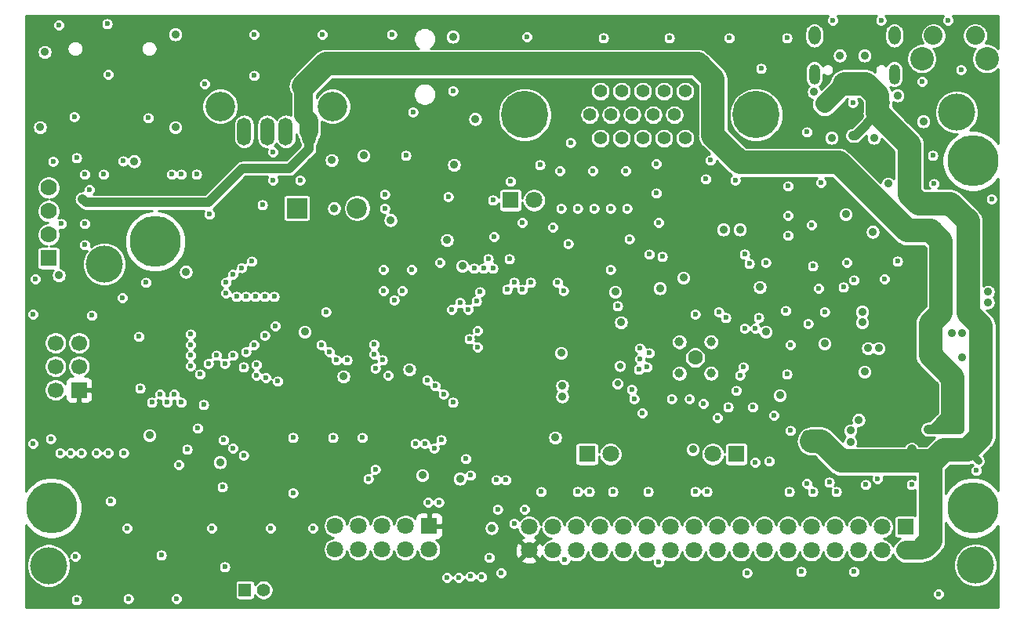
<source format=gbr>
G04 #@! TF.GenerationSoftware,KiCad,Pcbnew,5.1.0-rc2-unknown-036be7d~80~ubuntu16.04.1*
G04 #@! TF.CreationDate,2022-12-16T15:04:29+02:00*
G04 #@! TF.ProjectId,AgonLight2_Rev_B,41676f6e-4c69-4676-9874-325f5265765f,rev?*
G04 #@! TF.SameCoordinates,Original*
G04 #@! TF.FileFunction,Copper,L3,Inr*
G04 #@! TF.FilePolarity,Positive*
%FSLAX46Y46*%
G04 Gerber Fmt 4.6, Leading zero omitted, Abs format (unit mm)*
G04 Created by KiCad (PCBNEW 5.1.0-rc2-unknown-036be7d~80~ubuntu16.04.1) date 2022-12-16 15:04:29*
%MOMM*%
%LPD*%
G04 APERTURE LIST*
%ADD10C,1.800000*%
%ADD11R,1.750000X1.750000*%
%ADD12C,1.700000*%
%ADD13R,1.700000X1.700000*%
%ADD14R,1.800000X1.800000*%
%ADD15R,2.200000X2.200000*%
%ADD16C,2.200000*%
%ADD17C,2.032000*%
%ADD18C,2.540000*%
%ADD19C,5.100000*%
%ADD20C,1.400000*%
%ADD21R,1.778000X1.778000*%
%ADD22C,1.778000*%
%ADD23C,1.000000*%
%ADD24C,1.600000*%
%ADD25O,1.200000X2.200000*%
%ADD26O,1.300000X2.000000*%
%ADD27C,3.200000*%
%ADD28O,1.500000X3.000000*%
%ADD29R,1.400000X1.400000*%
%ADD30C,5.500000*%
%ADD31C,4.000000*%
%ADD32C,0.900000*%
%ADD33C,0.600000*%
%ADD34C,0.700000*%
%ADD35C,1.016000*%
%ADD36C,2.032000*%
%ADD37C,2.540000*%
%ADD38C,0.762000*%
%ADD39C,0.254000*%
G04 APERTURE END LIST*
D10*
X83920000Y-143270000D03*
X83920000Y-140730000D03*
X86460000Y-143270000D03*
X86460000Y-140730000D03*
X89000000Y-143270000D03*
X89000000Y-140730000D03*
X91540000Y-143270000D03*
X91540000Y-140730000D03*
X94080000Y-143270000D03*
D11*
X94080000Y-140730000D03*
D12*
X53730000Y-120960000D03*
X56270000Y-120960000D03*
X53730000Y-123500000D03*
X56270000Y-123500000D03*
X53730000Y-126040000D03*
D13*
X56270000Y-126040000D03*
D10*
X105410000Y-105537000D03*
D14*
X102870000Y-105537000D03*
D15*
X79808000Y-106400000D03*
D16*
X86308000Y-106400000D03*
D17*
X153060600Y-87755400D03*
X148539400Y-87755400D03*
D18*
X154305200Y-90244600D03*
X147294800Y-90244600D03*
D19*
X104403000Y-96310000D03*
X129397000Y-96310000D03*
D20*
X121715000Y-93770000D03*
X119429000Y-93770000D03*
X117143000Y-93770000D03*
X114857000Y-93770000D03*
X112571000Y-93770000D03*
X120572000Y-96310000D03*
X118286000Y-96310000D03*
X116000000Y-96310000D03*
X113714000Y-96310000D03*
X111428000Y-96310000D03*
X121715000Y-98850000D03*
X119429000Y-98850000D03*
X117143000Y-98850000D03*
X114857000Y-98850000D03*
X112571000Y-98850000D03*
D21*
X53000000Y-111810000D03*
D22*
X53000000Y-109270000D03*
X53000000Y-106730000D03*
X53000000Y-104190000D03*
D14*
X111125000Y-132969000D03*
D10*
X113665000Y-132969000D03*
X124714000Y-132969000D03*
D14*
X127254000Y-132969000D03*
D23*
X121109000Y-124255000D03*
X121109000Y-120855000D03*
X124509000Y-120855000D03*
X124509000Y-124255000D03*
D24*
X122809000Y-122555000D03*
D25*
X144320000Y-91930000D03*
D26*
X144320000Y-87750000D03*
X135680000Y-87750000D03*
D25*
X135680000Y-91930000D03*
D27*
X83670000Y-95400000D03*
X71530000Y-95400000D03*
D28*
X81100000Y-98110000D03*
X78600000Y-98110000D03*
X76600000Y-98110000D03*
X74100000Y-98110000D03*
D20*
X76203300Y-147645320D03*
D29*
X74191620Y-147647860D03*
D30*
X53300000Y-138800000D03*
X152800000Y-101300000D03*
X64500000Y-110000000D03*
X152800000Y-138800000D03*
D10*
X120120000Y-140830000D03*
X117580000Y-140830000D03*
X117580000Y-143370000D03*
X120120000Y-143370000D03*
X112500000Y-140830000D03*
X109960000Y-143370000D03*
X112500000Y-143370000D03*
X109960000Y-140830000D03*
X104880000Y-140830000D03*
X107420000Y-143370000D03*
X107420000Y-140830000D03*
X104880000Y-143370000D03*
X115040000Y-140830000D03*
X115040000Y-143370000D03*
X122660000Y-140830000D03*
X122660000Y-143370000D03*
X125200000Y-140830000D03*
X125200000Y-143370000D03*
X127740000Y-140830000D03*
X127740000Y-143370000D03*
X130280000Y-140830000D03*
X130280000Y-143370000D03*
X132820000Y-140830000D03*
X132820000Y-143370000D03*
X135360000Y-143370000D03*
X135360000Y-140830000D03*
X137900000Y-143370000D03*
X137900000Y-140830000D03*
X140440000Y-143370000D03*
X140440000Y-140830000D03*
X142980000Y-143370000D03*
X142980000Y-140830000D03*
X145520000Y-143370000D03*
D11*
X145520000Y-140830000D03*
D31*
X53008000Y-145003000D03*
X153105000Y-144944000D03*
X59024000Y-112431000D03*
X151057000Y-96047000D03*
D32*
X84836000Y-124587000D03*
X93345000Y-135255000D03*
X97409000Y-135636000D03*
X71501000Y-133858000D03*
X67818000Y-113284000D03*
X89916000Y-107696000D03*
X96012000Y-109855000D03*
D33*
X95250000Y-112268000D03*
X102743000Y-111887000D03*
X96139000Y-105156000D03*
X91567000Y-100711000D03*
X100457000Y-111887000D03*
D32*
X83820000Y-106426000D03*
D33*
X76073000Y-106045000D03*
X54356000Y-108077000D03*
D32*
X96774000Y-101727000D03*
X80645000Y-119761000D03*
X66675000Y-97663000D03*
X62230000Y-101346000D03*
X52070000Y-97663000D03*
X52578000Y-89535000D03*
X66675000Y-87630000D03*
X99060000Y-96774000D03*
D33*
X58166000Y-132842000D03*
X55372000Y-132842000D03*
D32*
X91948000Y-123825000D03*
X97663000Y-112649000D03*
D33*
X90297000Y-116332000D03*
D32*
X108331000Y-122047000D03*
D33*
X101092000Y-109474000D03*
X100965000Y-105537000D03*
X108204000Y-102362000D03*
X111760000Y-102362000D03*
X115316000Y-102362000D03*
D32*
X108458000Y-125603000D03*
X108458000Y-126746000D03*
D34*
X114681000Y-123444000D03*
X114427000Y-125349000D03*
D32*
X114808000Y-118745000D03*
X118999000Y-115062000D03*
X121539000Y-113919000D03*
X129794000Y-114935000D03*
X131953000Y-126619000D03*
X136779000Y-121031000D03*
D33*
X139827000Y-94996000D03*
D32*
X139065000Y-107061000D03*
X143637000Y-103759000D03*
X141986000Y-108966000D03*
D33*
X118618000Y-104775000D03*
D32*
X130429000Y-119761000D03*
X125857000Y-108712000D03*
X142113000Y-98806000D03*
X137541000Y-98806000D03*
X114173000Y-115443000D03*
X122555000Y-132461000D03*
X107696000Y-131191000D03*
X147447000Y-97028000D03*
X144653000Y-94234000D03*
X135636000Y-93853000D03*
D33*
X139954000Y-114173000D03*
X135509000Y-112649000D03*
X136144000Y-115062000D03*
X139192000Y-112268000D03*
D32*
X151638000Y-119888000D03*
X150495000Y-119888000D03*
X154432000Y-116586000D03*
X154432000Y-115443000D03*
X151638000Y-122555000D03*
D33*
X77216000Y-100330000D03*
D32*
X83566000Y-101219000D03*
X54102000Y-113665000D03*
D33*
X70358000Y-107061000D03*
X146177000Y-136271000D03*
D32*
X142621000Y-121539000D03*
X141097000Y-124079000D03*
X141478000Y-121539000D03*
X140843000Y-117602000D03*
X140843000Y-118745000D03*
X139573000Y-130429000D03*
X139573000Y-131699000D03*
X140462000Y-129286000D03*
X138430000Y-89916000D03*
X141097000Y-89916000D03*
D33*
X141224000Y-136271000D03*
X138049000Y-137033000D03*
X135509000Y-137033000D03*
X132969000Y-137033000D03*
X124079000Y-137033000D03*
X122809000Y-137033000D03*
X117729000Y-137033000D03*
X113919000Y-137033000D03*
X110109000Y-137033000D03*
X106172000Y-137033000D03*
X111379000Y-137033000D03*
D32*
X100838000Y-140970000D03*
D33*
X100584000Y-144145000D03*
X108712000Y-144399000D03*
X118872000Y-144653000D03*
X128397000Y-145796000D03*
X134239000Y-145669000D03*
X139954000Y-145669000D03*
X149098000Y-148082000D03*
X81534000Y-140970000D03*
X76962000Y-140970000D03*
X79375000Y-137160000D03*
X72009000Y-145161000D03*
X66802000Y-148590000D03*
X61595000Y-148590000D03*
X56007000Y-148717000D03*
X55880000Y-144018000D03*
X65151000Y-143891000D03*
X61468000Y-140970000D03*
X59690000Y-138049000D03*
X70612000Y-140970000D03*
X71755000Y-136525000D03*
D32*
X63881000Y-130937000D03*
D33*
X67056000Y-134112000D03*
X51308000Y-131826000D03*
X62738000Y-120269000D03*
X62865000Y-125857000D03*
X60960000Y-116078000D03*
X63500000Y-114427000D03*
X57658000Y-117983000D03*
X51562000Y-114046000D03*
X87503000Y-135636000D03*
X86868000Y-131191000D03*
X79375000Y-131191000D03*
X83693000Y-131191000D03*
X53467000Y-101346000D03*
X55753000Y-96520000D03*
X63754000Y-96647000D03*
X59436000Y-91948000D03*
X59309000Y-86487000D03*
X54102000Y-86614000D03*
X69850000Y-92964000D03*
X75184000Y-87630000D03*
X75184000Y-92075000D03*
X82550000Y-87630000D03*
X90043000Y-87630000D03*
D32*
X96647000Y-87884000D03*
D33*
X96647000Y-93726000D03*
X92329000Y-96012000D03*
X104648000Y-87884000D03*
X112903000Y-88011000D03*
X120015000Y-88011000D03*
X126492000Y-88011000D03*
X132715000Y-88011000D03*
X129921000Y-91313000D03*
X109347000Y-99314000D03*
X106045000Y-101727000D03*
X102870000Y-103505000D03*
X107442000Y-108458000D03*
X109093000Y-110236000D03*
X115697000Y-109728000D03*
X118872000Y-107950000D03*
X124460000Y-101219000D03*
X127127000Y-103378000D03*
X134874000Y-98171000D03*
X132842000Y-104013000D03*
X132842000Y-107188000D03*
X132842000Y-109347000D03*
X135382000Y-108204000D03*
X128143000Y-111379000D03*
X136398000Y-103632000D03*
X137668000Y-86106000D03*
X142875000Y-86106000D03*
X150114000Y-86106000D03*
X151511000Y-91440000D03*
X147320000Y-92710000D03*
X148590000Y-103759000D03*
X154813000Y-105410000D03*
X144653000Y-112141000D03*
X143256000Y-114046000D03*
X136779000Y-117602000D03*
X135001000Y-118872000D03*
X132588000Y-117475000D03*
X133096000Y-121158000D03*
X131318000Y-128778000D03*
X133096000Y-130429000D03*
X129286000Y-133858000D03*
X57404000Y-104394000D03*
X53213000Y-131318000D03*
X51308000Y-117856000D03*
X61087000Y-132842000D03*
D32*
X86995000Y-100711000D03*
D33*
X89154000Y-115316000D03*
X56896000Y-110363000D03*
X89154000Y-113030000D03*
X56896000Y-108077000D03*
D32*
X56642000Y-105410000D03*
X70231000Y-105791000D03*
X151384000Y-130302000D03*
X147955000Y-130302000D03*
X149098000Y-130302000D03*
X150241000Y-130302000D03*
X149987000Y-110744000D03*
X149987000Y-109601000D03*
X148844000Y-109601000D03*
D33*
X114427000Y-116967000D03*
X125222000Y-129032000D03*
D32*
X80645000Y-118237000D03*
X82677000Y-123063000D03*
X94615000Y-135255000D03*
X69723000Y-133858000D03*
D33*
X76962000Y-131191000D03*
D32*
X61341000Y-107696000D03*
X91694000Y-107696000D03*
X94234000Y-107696000D03*
X92964000Y-100711000D03*
D34*
X101981000Y-107823000D03*
D32*
X69342000Y-112014000D03*
X71501000Y-106553000D03*
X70866000Y-99441000D03*
X66167000Y-132588000D03*
X89535000Y-134747000D03*
X108331000Y-120269000D03*
X108839000Y-117221000D03*
X108077000Y-128270000D03*
X109220000Y-128270000D03*
X124841000Y-113665000D03*
X129667000Y-116840000D03*
X117856000Y-117856000D03*
X128905000Y-126619000D03*
X123952000Y-129032000D03*
X142621000Y-101600000D03*
D33*
X118110000Y-129667000D03*
D32*
X138938000Y-127000000D03*
X138938000Y-128270000D03*
X137795000Y-127000000D03*
X137795000Y-128270000D03*
D33*
X102870000Y-134874000D03*
D32*
X99060000Y-144145000D03*
D33*
X52324000Y-132969000D03*
X57404000Y-136271000D03*
X128651000Y-112395000D03*
X129032000Y-127889000D03*
X59436000Y-132842000D03*
X116713000Y-123825000D03*
X123952000Y-103251000D03*
X117094000Y-128524000D03*
X148463000Y-100711000D03*
X98552000Y-146177000D03*
X139827000Y-98552000D03*
D32*
X127635000Y-108712000D03*
X142494000Y-94234000D03*
X146939000Y-105918000D03*
X148082000Y-105918000D03*
X149225000Y-105918000D03*
X150368000Y-105918000D03*
X143383000Y-94996000D03*
X136271000Y-94996000D03*
X137287000Y-94234000D03*
D33*
X153416000Y-133731000D03*
X146177000Y-132461000D03*
D32*
X134874000Y-130937000D03*
X134874000Y-132080000D03*
D33*
X130429000Y-112268000D03*
X138811000Y-114935000D03*
X80137000Y-103378000D03*
X115951000Y-125984000D03*
X77216000Y-103378000D03*
X116205000Y-127000000D03*
X89281000Y-104902000D03*
X61050000Y-101309000D03*
X101346000Y-135763000D03*
X91186000Y-115316000D03*
X66294000Y-102743000D03*
X93980000Y-138176000D03*
X99314000Y-119634000D03*
X97409000Y-116586000D03*
X99187000Y-116459000D03*
X98933000Y-112903000D03*
X102362000Y-135763000D03*
X100965000Y-112903000D03*
X104394000Y-138938000D03*
X99758500Y-146240500D03*
X103251000Y-114427000D03*
X105029000Y-114427000D03*
X117856000Y-122047000D03*
X134874000Y-136144000D03*
X117602000Y-123571000D03*
X130810000Y-133731000D03*
X137287000Y-136017000D03*
X116840000Y-121539000D03*
X116840000Y-122682000D03*
X104140000Y-115189000D03*
X102489000Y-115189000D03*
X99949000Y-112903000D03*
X101854000Y-145796000D03*
X103251000Y-140462000D03*
X99568000Y-115443000D03*
X98298000Y-117348000D03*
X96520000Y-117348000D03*
X98425000Y-120523000D03*
X99314000Y-121412000D03*
X89281000Y-106426000D03*
X58928000Y-102743000D03*
X95123000Y-138176000D03*
X101473000Y-138938000D03*
X92202000Y-113030000D03*
X68961000Y-102743000D03*
X56896000Y-102743000D03*
X67310000Y-102743000D03*
X56007000Y-100965000D03*
X67945000Y-132461000D03*
X88265000Y-134620000D03*
X69342000Y-124333000D03*
X98044000Y-133477000D03*
X74041000Y-133096000D03*
X98552000Y-135255000D03*
X104140000Y-107950000D03*
X120269000Y-127000000D03*
X125349000Y-117602000D03*
X110109000Y-106426000D03*
X122809000Y-117856000D03*
X108331000Y-106426000D03*
X126111000Y-118237000D03*
X111887000Y-106426000D03*
X128143000Y-119380000D03*
X113665000Y-106426000D03*
X129286000Y-119380000D03*
X115443000Y-106426000D03*
X117856000Y-111379000D03*
X127254000Y-126111000D03*
X128016000Y-123571000D03*
X132715000Y-124333000D03*
X153162000Y-134747000D03*
X142494000Y-135636000D03*
X118618000Y-101600000D03*
X129667000Y-118237000D03*
X113665000Y-113030000D03*
X126365000Y-127889000D03*
X56515000Y-132842000D03*
X97282000Y-146304000D03*
X54229000Y-132842000D03*
X96012000Y-146304000D03*
X76327000Y-115951000D03*
X88138000Y-121114302D03*
X85217000Y-122809000D03*
X77724000Y-125095000D03*
X84074000Y-122809000D03*
X76454000Y-124714000D03*
X83312000Y-121920000D03*
X75438000Y-124460000D03*
X82423000Y-121158000D03*
X75438000Y-123317000D03*
X82931000Y-117602000D03*
X74041000Y-123571000D03*
X72136000Y-115570000D03*
X67310000Y-127381000D03*
X72136000Y-114427000D03*
X66548000Y-126492000D03*
X72898000Y-113538000D03*
X65786000Y-127381000D03*
X73850500Y-112839500D03*
X65024000Y-126492000D03*
X74930000Y-112141000D03*
X64135000Y-127381000D03*
X77343000Y-115951000D03*
X88138000Y-122174000D03*
X75311000Y-115951000D03*
X89027000Y-122809000D03*
X74295000Y-115951000D03*
X88265000Y-123698000D03*
X73279000Y-115951000D03*
X89662000Y-124460000D03*
X68326000Y-120015000D03*
X77470000Y-119126000D03*
X68326000Y-121158000D03*
X76327000Y-120142000D03*
X68326000Y-122301000D03*
X75184000Y-121158000D03*
X68326000Y-123444000D03*
X74295000Y-121920000D03*
X95377000Y-131445000D03*
X72898000Y-132334000D03*
X127635000Y-124460000D03*
X119253000Y-111633000D03*
X94615000Y-132334000D03*
X71882000Y-131445000D03*
X93599000Y-131826000D03*
X69723000Y-127635000D03*
X92583000Y-131826000D03*
X69088000Y-130175000D03*
X93853000Y-124968000D03*
X72898000Y-122301000D03*
X94742000Y-125603000D03*
X72009000Y-123190000D03*
X95631000Y-126492000D03*
X71120000Y-122301000D03*
X96647000Y-127381000D03*
X70231000Y-123190000D03*
X108585000Y-115316000D03*
X122199400Y-127000000D03*
X107950000Y-114427000D03*
X123698000Y-127508000D03*
D35*
X73914000Y-102108000D02*
X70231000Y-105791000D01*
X78994000Y-102108000D02*
X73914000Y-102108000D01*
X81100000Y-100002000D02*
X78994000Y-102108000D01*
X81100000Y-98110000D02*
X81100000Y-100002000D01*
X57023000Y-105791000D02*
X56642000Y-105410000D01*
X70231000Y-105791000D02*
X57023000Y-105791000D01*
D36*
X80518000Y-96393000D02*
X81100000Y-96975000D01*
X80518000Y-93218000D02*
X80518000Y-96393000D01*
X81100000Y-96975000D02*
X81100000Y-98110000D01*
D35*
X147955000Y-130302000D02*
X151384000Y-130302000D01*
X151384000Y-129667000D02*
X150622000Y-128905000D01*
X151384000Y-130302000D02*
X151384000Y-129667000D01*
D37*
X150622000Y-128905000D02*
X150622000Y-129540000D01*
D35*
X149860000Y-128905000D02*
X150622000Y-128905000D01*
X148463000Y-130302000D02*
X149860000Y-128905000D01*
X147955000Y-130302000D02*
X148463000Y-130302000D01*
D37*
X82931000Y-90805000D02*
X80518000Y-93218000D01*
X124714000Y-92456000D02*
X123063000Y-90805000D01*
X123063000Y-90805000D02*
X82931000Y-90805000D01*
X145669000Y-108839000D02*
X138303000Y-101473000D01*
X148209000Y-122301000D02*
X148209000Y-118872000D01*
X150622000Y-124714000D02*
X148209000Y-122301000D01*
X150622000Y-128905000D02*
X150622000Y-124714000D01*
X149352000Y-117729000D02*
X149352000Y-109982000D01*
X149352000Y-109982000D02*
X148209000Y-108839000D01*
X138303000Y-101473000D02*
X127635000Y-101473000D01*
X148209000Y-118872000D02*
X149352000Y-117729000D01*
X148209000Y-108839000D02*
X145669000Y-108839000D01*
X124714000Y-98552000D02*
X124714000Y-92456000D01*
X127635000Y-101473000D02*
X124714000Y-98552000D01*
X137795000Y-128270000D02*
X134493000Y-128270000D01*
X142494000Y-94234000D02*
X142494000Y-96139000D01*
X145923000Y-99568000D02*
X145923000Y-104902000D01*
X142494000Y-96139000D02*
X145923000Y-99568000D01*
X145923000Y-104902000D02*
X146939000Y-105918000D01*
X146939000Y-105918000D02*
X150368000Y-105918000D01*
X142494000Y-94234000D02*
X141224000Y-92964000D01*
X141224000Y-92964000D02*
X138938000Y-92964000D01*
D36*
X138938000Y-92964000D02*
X136779000Y-95123000D01*
D35*
X136652000Y-94996000D02*
X136779000Y-95123000D01*
X136271000Y-94996000D02*
X136652000Y-94996000D01*
X140081000Y-98552000D02*
X142494000Y-96139000D01*
X139827000Y-98552000D02*
X140081000Y-98552000D01*
D36*
X147206000Y-143370000D02*
X147574000Y-143002000D01*
X145520000Y-143370000D02*
X147206000Y-143370000D01*
D37*
X150368000Y-105918000D02*
X152273000Y-107823000D01*
X152273000Y-107823000D02*
X152273000Y-117729000D01*
X152273000Y-117729000D02*
X153670000Y-119126000D01*
X153670000Y-119126000D02*
X153670000Y-131064000D01*
D38*
X153416000Y-133731000D02*
X152209500Y-132524500D01*
D37*
X153670000Y-131064000D02*
X152209500Y-132524500D01*
X148209000Y-142367000D02*
X147574000Y-143002000D01*
X148209000Y-133985000D02*
X148209000Y-142367000D01*
X149669500Y-132524500D02*
X148209000Y-133985000D01*
X152209500Y-132524500D02*
X149669500Y-132524500D01*
X147955000Y-133731000D02*
X148209000Y-133985000D01*
D35*
X146177000Y-132461000D02*
X146177000Y-133223000D01*
D37*
X146685000Y-133731000D02*
X147955000Y-133731000D01*
D35*
X146177000Y-133223000D02*
X146685000Y-133731000D01*
X134874000Y-131064000D02*
X135382000Y-131572000D01*
X134874000Y-130937000D02*
X134874000Y-131064000D01*
D37*
X138557000Y-133731000D02*
X146685000Y-133731000D01*
X136398000Y-131572000D02*
X138557000Y-133731000D01*
X135382000Y-131572000D02*
X136398000Y-131572000D01*
D39*
G36*
X137139033Y-85671888D02*
G01*
X137064506Y-85783426D01*
X137013171Y-85907360D01*
X136987000Y-86038927D01*
X136987000Y-86173073D01*
X137013171Y-86304640D01*
X137064506Y-86428574D01*
X137139033Y-86540112D01*
X137233888Y-86634967D01*
X137345426Y-86709494D01*
X137469360Y-86760829D01*
X137600927Y-86787000D01*
X137735073Y-86787000D01*
X137866640Y-86760829D01*
X137990574Y-86709494D01*
X138102112Y-86634967D01*
X138196967Y-86540112D01*
X138271494Y-86428574D01*
X138322829Y-86304640D01*
X138349000Y-86173073D01*
X138349000Y-86038927D01*
X138322829Y-85907360D01*
X138271494Y-85783426D01*
X138196967Y-85671888D01*
X138163079Y-85638000D01*
X142379921Y-85638000D01*
X142346033Y-85671888D01*
X142271506Y-85783426D01*
X142220171Y-85907360D01*
X142194000Y-86038927D01*
X142194000Y-86173073D01*
X142220171Y-86304640D01*
X142271506Y-86428574D01*
X142346033Y-86540112D01*
X142440888Y-86634967D01*
X142552426Y-86709494D01*
X142676360Y-86760829D01*
X142807927Y-86787000D01*
X142942073Y-86787000D01*
X143073640Y-86760829D01*
X143197574Y-86709494D01*
X143309112Y-86634967D01*
X143403967Y-86540112D01*
X143478494Y-86428574D01*
X143529829Y-86304640D01*
X143556000Y-86173073D01*
X143556000Y-86038927D01*
X143529829Y-85907360D01*
X143478494Y-85783426D01*
X143403967Y-85671888D01*
X143370079Y-85638000D01*
X149618921Y-85638000D01*
X149585033Y-85671888D01*
X149510506Y-85783426D01*
X149459171Y-85907360D01*
X149433000Y-86038927D01*
X149433000Y-86173073D01*
X149459171Y-86304640D01*
X149510506Y-86428574D01*
X149585033Y-86540112D01*
X149679888Y-86634967D01*
X149791426Y-86709494D01*
X149915360Y-86760829D01*
X150046927Y-86787000D01*
X150181073Y-86787000D01*
X150312640Y-86760829D01*
X150436574Y-86709494D01*
X150548112Y-86634967D01*
X150642967Y-86540112D01*
X150717494Y-86428574D01*
X150768829Y-86304640D01*
X150795000Y-86173073D01*
X150795000Y-86038927D01*
X150768829Y-85907360D01*
X150717494Y-85783426D01*
X150642967Y-85671888D01*
X150609079Y-85638000D01*
X155542001Y-85638000D01*
X155542001Y-89146535D01*
X155357651Y-88962185D01*
X155087242Y-88781503D01*
X154786779Y-88657047D01*
X154467809Y-88593600D01*
X154180689Y-88593600D01*
X154298605Y-88417127D01*
X154403914Y-88162890D01*
X154457600Y-87892992D01*
X154457600Y-87617808D01*
X154403914Y-87347910D01*
X154298605Y-87093673D01*
X154145720Y-86864865D01*
X153951135Y-86670280D01*
X153722327Y-86517395D01*
X153468090Y-86412086D01*
X153198192Y-86358400D01*
X152923008Y-86358400D01*
X152653110Y-86412086D01*
X152398873Y-86517395D01*
X152170065Y-86670280D01*
X151975480Y-86864865D01*
X151822595Y-87093673D01*
X151717286Y-87347910D01*
X151663600Y-87617808D01*
X151663600Y-87892992D01*
X151717286Y-88162890D01*
X151822595Y-88417127D01*
X151975480Y-88645935D01*
X152170065Y-88840520D01*
X152398873Y-88993405D01*
X152653110Y-89098714D01*
X152923008Y-89152400D01*
X153062534Y-89152400D01*
X153022785Y-89192149D01*
X152842103Y-89462558D01*
X152717647Y-89763021D01*
X152654200Y-90081991D01*
X152654200Y-90407209D01*
X152717647Y-90726179D01*
X152842103Y-91026642D01*
X153022785Y-91297051D01*
X153252749Y-91527015D01*
X153523158Y-91707697D01*
X153823621Y-91832153D01*
X154142591Y-91895600D01*
X154467809Y-91895600D01*
X154786779Y-91832153D01*
X155087242Y-91707697D01*
X155357651Y-91527015D01*
X155542001Y-91342665D01*
X155542001Y-99415252D01*
X155384250Y-99179161D01*
X154920839Y-98715750D01*
X154375925Y-98351651D01*
X153770450Y-98100855D01*
X153127681Y-97973000D01*
X152472319Y-97973000D01*
X152455098Y-97976425D01*
X152574799Y-97896444D01*
X152906444Y-97564799D01*
X153167015Y-97174827D01*
X153346500Y-96741512D01*
X153438000Y-96281508D01*
X153438000Y-95812492D01*
X153346500Y-95352488D01*
X153167015Y-94919173D01*
X152906444Y-94529201D01*
X152574799Y-94197556D01*
X152184827Y-93936985D01*
X151751512Y-93757500D01*
X151291508Y-93666000D01*
X150822492Y-93666000D01*
X150362488Y-93757500D01*
X149929173Y-93936985D01*
X149539201Y-94197556D01*
X149207556Y-94529201D01*
X148946985Y-94919173D01*
X148767500Y-95352488D01*
X148676000Y-95812492D01*
X148676000Y-96281508D01*
X148767500Y-96741512D01*
X148946985Y-97174827D01*
X149207556Y-97564799D01*
X149539201Y-97896444D01*
X149929173Y-98157015D01*
X150362488Y-98336500D01*
X150822492Y-98428000D01*
X151109810Y-98428000D01*
X150679161Y-98715750D01*
X150215750Y-99179161D01*
X149851651Y-99724075D01*
X149600855Y-100329550D01*
X149473000Y-100972319D01*
X149473000Y-101627681D01*
X149600855Y-102270450D01*
X149851651Y-102875925D01*
X150215750Y-103420839D01*
X150679161Y-103884250D01*
X151224075Y-104248349D01*
X151829550Y-104499145D01*
X152472319Y-104627000D01*
X153127681Y-104627000D01*
X153770450Y-104499145D01*
X154375925Y-104248349D01*
X154920839Y-103884250D01*
X155384250Y-103420839D01*
X155542001Y-103184748D01*
X155542000Y-136915251D01*
X155384250Y-136679161D01*
X154920839Y-136215750D01*
X154375925Y-135851651D01*
X153770450Y-135600855D01*
X153127681Y-135473000D01*
X152472319Y-135473000D01*
X151829550Y-135600855D01*
X151224075Y-135851651D01*
X150679161Y-136215750D01*
X150215750Y-136679161D01*
X149860000Y-137211580D01*
X149860000Y-134668866D01*
X150353367Y-134175500D01*
X152128399Y-134175500D01*
X152209500Y-134183488D01*
X152290601Y-134175500D01*
X152290604Y-134175500D01*
X152533153Y-134151611D01*
X152706421Y-134099051D01*
X152786344Y-134178974D01*
X152727888Y-134218033D01*
X152633033Y-134312888D01*
X152558506Y-134424426D01*
X152507171Y-134548360D01*
X152481000Y-134679927D01*
X152481000Y-134814073D01*
X152507171Y-134945640D01*
X152558506Y-135069574D01*
X152633033Y-135181112D01*
X152727888Y-135275967D01*
X152839426Y-135350494D01*
X152963360Y-135401829D01*
X153094927Y-135428000D01*
X153229073Y-135428000D01*
X153360640Y-135401829D01*
X153484574Y-135350494D01*
X153596112Y-135275967D01*
X153690967Y-135181112D01*
X153765494Y-135069574D01*
X153816829Y-134945640D01*
X153843000Y-134814073D01*
X153843000Y-134679927D01*
X153816829Y-134548360D01*
X153765494Y-134424426D01*
X153757512Y-134412480D01*
X153841392Y-134367645D01*
X153957422Y-134272422D01*
X154052645Y-134156392D01*
X154123401Y-134024016D01*
X154166973Y-133880378D01*
X154181686Y-133731000D01*
X154166973Y-133581621D01*
X154123401Y-133437984D01*
X154052645Y-133305607D01*
X153981279Y-133218649D01*
X153915748Y-133153118D01*
X154780084Y-132288783D01*
X154843082Y-132237082D01*
X155049398Y-131985684D01*
X155202705Y-131698867D01*
X155297111Y-131387653D01*
X155321000Y-131145104D01*
X155321000Y-131145101D01*
X155328988Y-131064000D01*
X155321000Y-130982899D01*
X155321000Y-119207100D01*
X155328988Y-119125999D01*
X155321000Y-119044896D01*
X155297111Y-118802347D01*
X155202705Y-118491133D01*
X155091456Y-118283000D01*
X155049398Y-118204315D01*
X154894782Y-118015915D01*
X154843082Y-117952918D01*
X154780085Y-117901219D01*
X154282387Y-117403520D01*
X154350154Y-117417000D01*
X154513846Y-117417000D01*
X154674394Y-117385065D01*
X154825626Y-117322423D01*
X154961732Y-117231480D01*
X155077480Y-117115732D01*
X155168423Y-116979626D01*
X155231065Y-116828394D01*
X155263000Y-116667846D01*
X155263000Y-116504154D01*
X155231065Y-116343606D01*
X155168423Y-116192374D01*
X155077480Y-116056268D01*
X155035712Y-116014500D01*
X155077480Y-115972732D01*
X155168423Y-115836626D01*
X155231065Y-115685394D01*
X155263000Y-115524846D01*
X155263000Y-115361154D01*
X155231065Y-115200606D01*
X155168423Y-115049374D01*
X155077480Y-114913268D01*
X154961732Y-114797520D01*
X154825626Y-114706577D01*
X154674394Y-114643935D01*
X154513846Y-114612000D01*
X154350154Y-114612000D01*
X154189606Y-114643935D01*
X154038374Y-114706577D01*
X153924000Y-114782999D01*
X153924000Y-107904101D01*
X153931988Y-107823000D01*
X153922721Y-107728915D01*
X153900111Y-107499347D01*
X153805705Y-107188133D01*
X153652398Y-106901316D01*
X153446082Y-106649918D01*
X153383080Y-106598214D01*
X152127793Y-105342927D01*
X154132000Y-105342927D01*
X154132000Y-105477073D01*
X154158171Y-105608640D01*
X154209506Y-105732574D01*
X154284033Y-105844112D01*
X154378888Y-105938967D01*
X154490426Y-106013494D01*
X154614360Y-106064829D01*
X154745927Y-106091000D01*
X154880073Y-106091000D01*
X155011640Y-106064829D01*
X155135574Y-106013494D01*
X155247112Y-105938967D01*
X155341967Y-105844112D01*
X155416494Y-105732574D01*
X155467829Y-105608640D01*
X155494000Y-105477073D01*
X155494000Y-105342927D01*
X155467829Y-105211360D01*
X155416494Y-105087426D01*
X155341967Y-104975888D01*
X155247112Y-104881033D01*
X155135574Y-104806506D01*
X155011640Y-104755171D01*
X154880073Y-104729000D01*
X154745927Y-104729000D01*
X154614360Y-104755171D01*
X154490426Y-104806506D01*
X154378888Y-104881033D01*
X154284033Y-104975888D01*
X154209506Y-105087426D01*
X154158171Y-105211360D01*
X154132000Y-105342927D01*
X152127793Y-105342927D01*
X151592787Y-104807921D01*
X151541082Y-104744918D01*
X151289684Y-104538602D01*
X151002867Y-104385295D01*
X150691653Y-104290889D01*
X150449104Y-104267000D01*
X150449101Y-104267000D01*
X150368000Y-104259012D01*
X150286899Y-104267000D01*
X149045079Y-104267000D01*
X149118967Y-104193112D01*
X149193494Y-104081574D01*
X149244829Y-103957640D01*
X149271000Y-103826073D01*
X149271000Y-103691927D01*
X149244829Y-103560360D01*
X149193494Y-103436426D01*
X149118967Y-103324888D01*
X149024112Y-103230033D01*
X148912574Y-103155506D01*
X148788640Y-103104171D01*
X148657073Y-103078000D01*
X148522927Y-103078000D01*
X148391360Y-103104171D01*
X148267426Y-103155506D01*
X148155888Y-103230033D01*
X148061033Y-103324888D01*
X147986506Y-103436426D01*
X147935171Y-103560360D01*
X147909000Y-103691927D01*
X147909000Y-103826073D01*
X147935171Y-103957640D01*
X147986506Y-104081574D01*
X148061033Y-104193112D01*
X148134921Y-104267000D01*
X147622866Y-104267000D01*
X147574000Y-104218134D01*
X147574000Y-100643927D01*
X147782000Y-100643927D01*
X147782000Y-100778073D01*
X147808171Y-100909640D01*
X147859506Y-101033574D01*
X147934033Y-101145112D01*
X148028888Y-101239967D01*
X148140426Y-101314494D01*
X148264360Y-101365829D01*
X148395927Y-101392000D01*
X148530073Y-101392000D01*
X148661640Y-101365829D01*
X148785574Y-101314494D01*
X148897112Y-101239967D01*
X148991967Y-101145112D01*
X149066494Y-101033574D01*
X149117829Y-100909640D01*
X149144000Y-100778073D01*
X149144000Y-100643927D01*
X149117829Y-100512360D01*
X149066494Y-100388426D01*
X148991967Y-100276888D01*
X148897112Y-100182033D01*
X148785574Y-100107506D01*
X148661640Y-100056171D01*
X148530073Y-100030000D01*
X148395927Y-100030000D01*
X148264360Y-100056171D01*
X148140426Y-100107506D01*
X148028888Y-100182033D01*
X147934033Y-100276888D01*
X147859506Y-100388426D01*
X147808171Y-100512360D01*
X147782000Y-100643927D01*
X147574000Y-100643927D01*
X147574000Y-99649100D01*
X147581988Y-99567999D01*
X147573989Y-99486786D01*
X147550111Y-99244347D01*
X147455705Y-98933133D01*
X147370911Y-98774494D01*
X147302398Y-98646315D01*
X147147782Y-98457915D01*
X147096082Y-98394918D01*
X147033086Y-98343219D01*
X145636021Y-96946154D01*
X146616000Y-96946154D01*
X146616000Y-97109846D01*
X146647935Y-97270394D01*
X146710577Y-97421626D01*
X146801520Y-97557732D01*
X146917268Y-97673480D01*
X147053374Y-97764423D01*
X147204606Y-97827065D01*
X147365154Y-97859000D01*
X147528846Y-97859000D01*
X147689394Y-97827065D01*
X147840626Y-97764423D01*
X147976732Y-97673480D01*
X148092480Y-97557732D01*
X148183423Y-97421626D01*
X148246065Y-97270394D01*
X148278000Y-97109846D01*
X148278000Y-96946154D01*
X148246065Y-96785606D01*
X148183423Y-96634374D01*
X148092480Y-96498268D01*
X147976732Y-96382520D01*
X147840626Y-96291577D01*
X147689394Y-96228935D01*
X147528846Y-96197000D01*
X147365154Y-96197000D01*
X147204606Y-96228935D01*
X147053374Y-96291577D01*
X146917268Y-96382520D01*
X146801520Y-96498268D01*
X146710577Y-96634374D01*
X146647935Y-96785606D01*
X146616000Y-96946154D01*
X145636021Y-96946154D01*
X144145000Y-95455134D01*
X144145000Y-95327877D01*
X144182065Y-95238394D01*
X144214000Y-95077846D01*
X144214000Y-94940105D01*
X144259374Y-94970423D01*
X144410606Y-95033065D01*
X144571154Y-95065000D01*
X144734846Y-95065000D01*
X144895394Y-95033065D01*
X145046626Y-94970423D01*
X145182732Y-94879480D01*
X145298480Y-94763732D01*
X145389423Y-94627626D01*
X145452065Y-94476394D01*
X145484000Y-94315846D01*
X145484000Y-94152154D01*
X145452065Y-93991606D01*
X145389423Y-93840374D01*
X145298480Y-93704268D01*
X145182732Y-93588520D01*
X145046626Y-93497577D01*
X144895394Y-93434935D01*
X144734846Y-93403000D01*
X144571154Y-93403000D01*
X144410606Y-93434935D01*
X144259374Y-93497577D01*
X144123268Y-93588520D01*
X144046709Y-93665079D01*
X144026705Y-93599133D01*
X143928683Y-93415746D01*
X143873398Y-93312315D01*
X143860701Y-93296843D01*
X143942771Y-93340711D01*
X144127690Y-93396805D01*
X144320000Y-93415746D01*
X144512309Y-93396805D01*
X144697228Y-93340711D01*
X144867651Y-93249618D01*
X145017028Y-93127028D01*
X145139618Y-92977651D01*
X145230711Y-92807229D01*
X145280550Y-92642927D01*
X146639000Y-92642927D01*
X146639000Y-92777073D01*
X146665171Y-92908640D01*
X146716506Y-93032574D01*
X146791033Y-93144112D01*
X146885888Y-93238967D01*
X146997426Y-93313494D01*
X147121360Y-93364829D01*
X147252927Y-93391000D01*
X147387073Y-93391000D01*
X147518640Y-93364829D01*
X147642574Y-93313494D01*
X147754112Y-93238967D01*
X147848967Y-93144112D01*
X147923494Y-93032574D01*
X147974829Y-92908640D01*
X148001000Y-92777073D01*
X148001000Y-92642927D01*
X147974829Y-92511360D01*
X147923494Y-92387426D01*
X147848967Y-92275888D01*
X147754112Y-92181033D01*
X147642574Y-92106506D01*
X147518640Y-92055171D01*
X147387073Y-92029000D01*
X147252927Y-92029000D01*
X147121360Y-92055171D01*
X146997426Y-92106506D01*
X146885888Y-92181033D01*
X146791033Y-92275888D01*
X146716506Y-92387426D01*
X146665171Y-92511360D01*
X146639000Y-92642927D01*
X145280550Y-92642927D01*
X145286805Y-92622310D01*
X145301000Y-92478187D01*
X145301000Y-91381814D01*
X145286805Y-91237690D01*
X145230711Y-91052771D01*
X145139618Y-90882349D01*
X145017028Y-90732972D01*
X144867651Y-90610382D01*
X144697229Y-90519289D01*
X144512310Y-90463195D01*
X144320000Y-90444254D01*
X144127691Y-90463195D01*
X143942772Y-90519289D01*
X143772350Y-90610382D01*
X143622973Y-90732972D01*
X143500383Y-90882349D01*
X143430483Y-91013123D01*
X143418967Y-90995888D01*
X143324112Y-90901033D01*
X143212574Y-90826506D01*
X143088640Y-90775171D01*
X142957073Y-90749000D01*
X142822927Y-90749000D01*
X142691360Y-90775171D01*
X142567426Y-90826506D01*
X142455888Y-90901033D01*
X142361033Y-90995888D01*
X142286506Y-91107426D01*
X142235171Y-91231360D01*
X142209000Y-91362927D01*
X142209000Y-91497073D01*
X142235171Y-91628640D01*
X142253622Y-91673184D01*
X142145684Y-91584602D01*
X141858867Y-91431295D01*
X141547653Y-91336889D01*
X141305104Y-91313000D01*
X141305101Y-91313000D01*
X141224000Y-91305012D01*
X141142899Y-91313000D01*
X138856896Y-91313000D01*
X138614347Y-91336889D01*
X138303133Y-91431295D01*
X138016316Y-91584602D01*
X137764918Y-91790918D01*
X137558602Y-92042316D01*
X137405295Y-92329133D01*
X137321728Y-92604616D01*
X136400115Y-93526229D01*
X136372423Y-93459374D01*
X136281480Y-93323268D01*
X136214734Y-93256522D01*
X136227651Y-93249618D01*
X136377028Y-93127028D01*
X136499618Y-92977651D01*
X136590711Y-92807229D01*
X136646805Y-92622310D01*
X136661000Y-92478187D01*
X136661000Y-91944079D01*
X136675888Y-91958967D01*
X136787426Y-92033494D01*
X136911360Y-92084829D01*
X137042927Y-92111000D01*
X137177073Y-92111000D01*
X137308640Y-92084829D01*
X137432574Y-92033494D01*
X137544112Y-91958967D01*
X137638967Y-91864112D01*
X137713494Y-91752574D01*
X137764829Y-91628640D01*
X137791000Y-91497073D01*
X137791000Y-91362927D01*
X137764829Y-91231360D01*
X137713494Y-91107426D01*
X137638967Y-90995888D01*
X137544112Y-90901033D01*
X137432574Y-90826506D01*
X137308640Y-90775171D01*
X137177073Y-90749000D01*
X137042927Y-90749000D01*
X136911360Y-90775171D01*
X136787426Y-90826506D01*
X136675888Y-90901033D01*
X136581033Y-90995888D01*
X136569518Y-91013122D01*
X136499618Y-90882349D01*
X136377028Y-90732972D01*
X136227651Y-90610382D01*
X136057229Y-90519289D01*
X135872310Y-90463195D01*
X135680000Y-90444254D01*
X135487691Y-90463195D01*
X135302772Y-90519289D01*
X135132350Y-90610382D01*
X134982973Y-90732972D01*
X134860383Y-90882349D01*
X134769290Y-91052771D01*
X134713196Y-91237690D01*
X134699001Y-91381813D01*
X134699000Y-92478186D01*
X134713195Y-92622309D01*
X134769289Y-92807228D01*
X134860382Y-92977651D01*
X134982972Y-93127028D01*
X135094902Y-93218886D01*
X134990520Y-93323268D01*
X134899577Y-93459374D01*
X134836935Y-93610606D01*
X134805000Y-93771154D01*
X134805000Y-93934846D01*
X134836935Y-94095394D01*
X134899577Y-94246626D01*
X134990520Y-94382732D01*
X135106268Y-94498480D01*
X135242374Y-94589423D01*
X135393606Y-94652065D01*
X135443329Y-94661956D01*
X135394864Y-94821726D01*
X135377699Y-94996000D01*
X135382724Y-95047021D01*
X135375241Y-95123000D01*
X135402214Y-95396859D01*
X135482097Y-95660195D01*
X135611818Y-95902886D01*
X135786393Y-96115607D01*
X135999114Y-96290182D01*
X136241805Y-96419903D01*
X136505141Y-96499786D01*
X136779000Y-96526759D01*
X137052859Y-96499786D01*
X137316195Y-96419903D01*
X137558886Y-96290182D01*
X137718302Y-96159353D01*
X139262320Y-94615336D01*
X139223506Y-94673426D01*
X139172171Y-94797360D01*
X139146000Y-94928927D01*
X139146000Y-95063073D01*
X139172171Y-95194640D01*
X139223506Y-95318574D01*
X139298033Y-95430112D01*
X139392888Y-95524967D01*
X139504426Y-95599494D01*
X139628360Y-95650829D01*
X139759927Y-95677000D01*
X139894073Y-95677000D01*
X140025640Y-95650829D01*
X140149574Y-95599494D01*
X140261112Y-95524967D01*
X140355967Y-95430112D01*
X140430494Y-95318574D01*
X140481829Y-95194640D01*
X140508000Y-95063073D01*
X140508000Y-94928927D01*
X140481829Y-94797360D01*
X140430494Y-94673426D01*
X140391455Y-94615000D01*
X140540134Y-94615000D01*
X140843000Y-94917867D01*
X140843001Y-96057890D01*
X140835012Y-96139000D01*
X140860030Y-96393000D01*
X140866890Y-96462653D01*
X140877648Y-96498117D01*
X139705055Y-97670710D01*
X139652726Y-97675864D01*
X139485149Y-97726697D01*
X139330709Y-97809247D01*
X139195341Y-97920341D01*
X139084247Y-98055709D01*
X139001697Y-98210149D01*
X138950864Y-98377726D01*
X138933699Y-98552000D01*
X138950864Y-98726274D01*
X139001697Y-98893851D01*
X139084247Y-99048291D01*
X139195341Y-99183659D01*
X139330709Y-99294753D01*
X139485149Y-99377303D01*
X139652726Y-99428136D01*
X139783333Y-99441000D01*
X140037340Y-99441000D01*
X140081000Y-99445300D01*
X140124660Y-99441000D01*
X140124667Y-99441000D01*
X140255274Y-99428136D01*
X140422851Y-99377303D01*
X140577291Y-99294753D01*
X140712659Y-99183659D01*
X140740499Y-99149736D01*
X141310783Y-98579452D01*
X141282000Y-98724154D01*
X141282000Y-98887846D01*
X141313935Y-99048394D01*
X141376577Y-99199626D01*
X141467520Y-99335732D01*
X141583268Y-99451480D01*
X141719374Y-99542423D01*
X141870606Y-99605065D01*
X142031154Y-99637000D01*
X142194846Y-99637000D01*
X142355394Y-99605065D01*
X142506626Y-99542423D01*
X142642732Y-99451480D01*
X142758480Y-99335732D01*
X142849423Y-99199626D01*
X142912065Y-99048394D01*
X142938024Y-98917890D01*
X144272000Y-100251867D01*
X144272001Y-103218789D01*
X144166732Y-103113520D01*
X144030626Y-103022577D01*
X143879394Y-102959935D01*
X143718846Y-102928000D01*
X143555154Y-102928000D01*
X143394606Y-102959935D01*
X143243374Y-103022577D01*
X143107268Y-103113520D01*
X142991520Y-103229268D01*
X142900577Y-103365374D01*
X142837935Y-103516606D01*
X142811976Y-103647110D01*
X139527787Y-100362921D01*
X139476082Y-100299918D01*
X139224684Y-100093602D01*
X138937867Y-99940295D01*
X138626653Y-99845889D01*
X138384104Y-99822000D01*
X138384101Y-99822000D01*
X138303000Y-99814012D01*
X138221899Y-99822000D01*
X128318866Y-99822000D01*
X126365000Y-97868134D01*
X126365000Y-96021322D01*
X126466000Y-96021322D01*
X126466000Y-96598678D01*
X126578637Y-97164941D01*
X126799581Y-97698349D01*
X127120344Y-98178404D01*
X127528596Y-98586656D01*
X128008651Y-98907419D01*
X128542059Y-99128363D01*
X129108322Y-99241000D01*
X129685678Y-99241000D01*
X130251941Y-99128363D01*
X130785349Y-98907419D01*
X131265404Y-98586656D01*
X131673656Y-98178404D01*
X131723420Y-98103927D01*
X134193000Y-98103927D01*
X134193000Y-98238073D01*
X134219171Y-98369640D01*
X134270506Y-98493574D01*
X134345033Y-98605112D01*
X134439888Y-98699967D01*
X134551426Y-98774494D01*
X134675360Y-98825829D01*
X134806927Y-98852000D01*
X134941073Y-98852000D01*
X135072640Y-98825829D01*
X135196574Y-98774494D01*
X135271913Y-98724154D01*
X136710000Y-98724154D01*
X136710000Y-98887846D01*
X136741935Y-99048394D01*
X136804577Y-99199626D01*
X136895520Y-99335732D01*
X137011268Y-99451480D01*
X137147374Y-99542423D01*
X137298606Y-99605065D01*
X137459154Y-99637000D01*
X137622846Y-99637000D01*
X137783394Y-99605065D01*
X137934626Y-99542423D01*
X138070732Y-99451480D01*
X138186480Y-99335732D01*
X138277423Y-99199626D01*
X138340065Y-99048394D01*
X138372000Y-98887846D01*
X138372000Y-98724154D01*
X138340065Y-98563606D01*
X138277423Y-98412374D01*
X138186480Y-98276268D01*
X138070732Y-98160520D01*
X137934626Y-98069577D01*
X137783394Y-98006935D01*
X137622846Y-97975000D01*
X137459154Y-97975000D01*
X137298606Y-98006935D01*
X137147374Y-98069577D01*
X137011268Y-98160520D01*
X136895520Y-98276268D01*
X136804577Y-98412374D01*
X136741935Y-98563606D01*
X136710000Y-98724154D01*
X135271913Y-98724154D01*
X135308112Y-98699967D01*
X135402967Y-98605112D01*
X135477494Y-98493574D01*
X135528829Y-98369640D01*
X135555000Y-98238073D01*
X135555000Y-98103927D01*
X135528829Y-97972360D01*
X135477494Y-97848426D01*
X135402967Y-97736888D01*
X135308112Y-97642033D01*
X135196574Y-97567506D01*
X135072640Y-97516171D01*
X134941073Y-97490000D01*
X134806927Y-97490000D01*
X134675360Y-97516171D01*
X134551426Y-97567506D01*
X134439888Y-97642033D01*
X134345033Y-97736888D01*
X134270506Y-97848426D01*
X134219171Y-97972360D01*
X134193000Y-98103927D01*
X131723420Y-98103927D01*
X131994419Y-97698349D01*
X132215363Y-97164941D01*
X132328000Y-96598678D01*
X132328000Y-96021322D01*
X132215363Y-95455059D01*
X131994419Y-94921651D01*
X131673656Y-94441596D01*
X131265404Y-94033344D01*
X130785349Y-93712581D01*
X130251941Y-93491637D01*
X129685678Y-93379000D01*
X129108322Y-93379000D01*
X128542059Y-93491637D01*
X128008651Y-93712581D01*
X127528596Y-94033344D01*
X127120344Y-94441596D01*
X126799581Y-94921651D01*
X126578637Y-95455059D01*
X126466000Y-96021322D01*
X126365000Y-96021322D01*
X126365000Y-92537101D01*
X126372988Y-92456000D01*
X126365000Y-92374896D01*
X126341111Y-92132347D01*
X126246705Y-91821133D01*
X126246705Y-91821132D01*
X126093398Y-91534316D01*
X126071040Y-91507073D01*
X125887082Y-91282918D01*
X125842009Y-91245927D01*
X129240000Y-91245927D01*
X129240000Y-91380073D01*
X129266171Y-91511640D01*
X129317506Y-91635574D01*
X129392033Y-91747112D01*
X129486888Y-91841967D01*
X129598426Y-91916494D01*
X129722360Y-91967829D01*
X129853927Y-91994000D01*
X129988073Y-91994000D01*
X130119640Y-91967829D01*
X130243574Y-91916494D01*
X130355112Y-91841967D01*
X130449967Y-91747112D01*
X130524494Y-91635574D01*
X130575829Y-91511640D01*
X130602000Y-91380073D01*
X130602000Y-91245927D01*
X130575829Y-91114360D01*
X130524494Y-90990426D01*
X130449967Y-90878888D01*
X130355112Y-90784033D01*
X130243574Y-90709506D01*
X130119640Y-90658171D01*
X129988073Y-90632000D01*
X129853927Y-90632000D01*
X129722360Y-90658171D01*
X129598426Y-90709506D01*
X129486888Y-90784033D01*
X129392033Y-90878888D01*
X129317506Y-90990426D01*
X129266171Y-91114360D01*
X129240000Y-91245927D01*
X125842009Y-91245927D01*
X125824079Y-91231213D01*
X124427020Y-89834154D01*
X137599000Y-89834154D01*
X137599000Y-89997846D01*
X137630935Y-90158394D01*
X137693577Y-90309626D01*
X137784520Y-90445732D01*
X137900268Y-90561480D01*
X138036374Y-90652423D01*
X138187606Y-90715065D01*
X138348154Y-90747000D01*
X138511846Y-90747000D01*
X138672394Y-90715065D01*
X138823626Y-90652423D01*
X138959732Y-90561480D01*
X139075480Y-90445732D01*
X139166423Y-90309626D01*
X139229065Y-90158394D01*
X139261000Y-89997846D01*
X139261000Y-89834154D01*
X140266000Y-89834154D01*
X140266000Y-89997846D01*
X140297935Y-90158394D01*
X140360577Y-90309626D01*
X140451520Y-90445732D01*
X140567268Y-90561480D01*
X140703374Y-90652423D01*
X140854606Y-90715065D01*
X141015154Y-90747000D01*
X141178846Y-90747000D01*
X141339394Y-90715065D01*
X141490626Y-90652423D01*
X141626732Y-90561480D01*
X141742480Y-90445732D01*
X141833423Y-90309626D01*
X141896065Y-90158394D01*
X141911262Y-90081991D01*
X145643800Y-90081991D01*
X145643800Y-90407209D01*
X145707247Y-90726179D01*
X145831703Y-91026642D01*
X146012385Y-91297051D01*
X146242349Y-91527015D01*
X146512758Y-91707697D01*
X146813221Y-91832153D01*
X147132191Y-91895600D01*
X147457409Y-91895600D01*
X147776379Y-91832153D01*
X148076842Y-91707697D01*
X148347251Y-91527015D01*
X148501339Y-91372927D01*
X150830000Y-91372927D01*
X150830000Y-91507073D01*
X150856171Y-91638640D01*
X150907506Y-91762574D01*
X150982033Y-91874112D01*
X151076888Y-91968967D01*
X151188426Y-92043494D01*
X151312360Y-92094829D01*
X151443927Y-92121000D01*
X151578073Y-92121000D01*
X151709640Y-92094829D01*
X151833574Y-92043494D01*
X151945112Y-91968967D01*
X152039967Y-91874112D01*
X152114494Y-91762574D01*
X152165829Y-91638640D01*
X152192000Y-91507073D01*
X152192000Y-91372927D01*
X152165829Y-91241360D01*
X152114494Y-91117426D01*
X152039967Y-91005888D01*
X151945112Y-90911033D01*
X151833574Y-90836506D01*
X151709640Y-90785171D01*
X151578073Y-90759000D01*
X151443927Y-90759000D01*
X151312360Y-90785171D01*
X151188426Y-90836506D01*
X151076888Y-90911033D01*
X150982033Y-91005888D01*
X150907506Y-91117426D01*
X150856171Y-91241360D01*
X150830000Y-91372927D01*
X148501339Y-91372927D01*
X148577215Y-91297051D01*
X148757897Y-91026642D01*
X148882353Y-90726179D01*
X148945800Y-90407209D01*
X148945800Y-90081991D01*
X148882353Y-89763021D01*
X148757897Y-89462558D01*
X148577215Y-89192149D01*
X148537466Y-89152400D01*
X148676992Y-89152400D01*
X148946890Y-89098714D01*
X149201127Y-88993405D01*
X149429935Y-88840520D01*
X149624520Y-88645935D01*
X149777405Y-88417127D01*
X149882714Y-88162890D01*
X149936400Y-87892992D01*
X149936400Y-87617808D01*
X149882714Y-87347910D01*
X149777405Y-87093673D01*
X149624520Y-86864865D01*
X149429935Y-86670280D01*
X149201127Y-86517395D01*
X148946890Y-86412086D01*
X148676992Y-86358400D01*
X148401808Y-86358400D01*
X148131910Y-86412086D01*
X147877673Y-86517395D01*
X147648865Y-86670280D01*
X147454280Y-86864865D01*
X147301395Y-87093673D01*
X147196086Y-87347910D01*
X147142400Y-87617808D01*
X147142400Y-87892992D01*
X147196086Y-88162890D01*
X147301395Y-88417127D01*
X147419311Y-88593600D01*
X147132191Y-88593600D01*
X146813221Y-88657047D01*
X146512758Y-88781503D01*
X146242349Y-88962185D01*
X146012385Y-89192149D01*
X145831703Y-89462558D01*
X145707247Y-89763021D01*
X145643800Y-90081991D01*
X141911262Y-90081991D01*
X141928000Y-89997846D01*
X141928000Y-89834154D01*
X141896065Y-89673606D01*
X141833423Y-89522374D01*
X141742480Y-89386268D01*
X141626732Y-89270520D01*
X141490626Y-89179577D01*
X141339394Y-89116935D01*
X141178846Y-89085000D01*
X141015154Y-89085000D01*
X140854606Y-89116935D01*
X140703374Y-89179577D01*
X140567268Y-89270520D01*
X140451520Y-89386268D01*
X140360577Y-89522374D01*
X140297935Y-89673606D01*
X140266000Y-89834154D01*
X139261000Y-89834154D01*
X139229065Y-89673606D01*
X139166423Y-89522374D01*
X139075480Y-89386268D01*
X138959732Y-89270520D01*
X138823626Y-89179577D01*
X138672394Y-89116935D01*
X138511846Y-89085000D01*
X138348154Y-89085000D01*
X138187606Y-89116935D01*
X138036374Y-89179577D01*
X137900268Y-89270520D01*
X137784520Y-89386268D01*
X137693577Y-89522374D01*
X137630935Y-89673606D01*
X137599000Y-89834154D01*
X124427020Y-89834154D01*
X124287787Y-89694921D01*
X124236082Y-89631918D01*
X123984684Y-89425602D01*
X123697867Y-89272295D01*
X123386653Y-89177889D01*
X123144104Y-89154000D01*
X123144101Y-89154000D01*
X123063000Y-89146012D01*
X122981899Y-89154000D01*
X94238319Y-89154000D01*
X94384717Y-89056180D01*
X94556180Y-88884717D01*
X94690898Y-88683097D01*
X94783693Y-88459069D01*
X94831000Y-88221243D01*
X94831000Y-87978757D01*
X94795872Y-87802154D01*
X95816000Y-87802154D01*
X95816000Y-87965846D01*
X95847935Y-88126394D01*
X95910577Y-88277626D01*
X96001520Y-88413732D01*
X96117268Y-88529480D01*
X96253374Y-88620423D01*
X96404606Y-88683065D01*
X96565154Y-88715000D01*
X96728846Y-88715000D01*
X96889394Y-88683065D01*
X97040626Y-88620423D01*
X97176732Y-88529480D01*
X97292480Y-88413732D01*
X97383423Y-88277626D01*
X97446065Y-88126394D01*
X97478000Y-87965846D01*
X97478000Y-87816927D01*
X103967000Y-87816927D01*
X103967000Y-87951073D01*
X103993171Y-88082640D01*
X104044506Y-88206574D01*
X104119033Y-88318112D01*
X104213888Y-88412967D01*
X104325426Y-88487494D01*
X104449360Y-88538829D01*
X104580927Y-88565000D01*
X104715073Y-88565000D01*
X104846640Y-88538829D01*
X104970574Y-88487494D01*
X105082112Y-88412967D01*
X105176967Y-88318112D01*
X105251494Y-88206574D01*
X105302829Y-88082640D01*
X105329000Y-87951073D01*
X105329000Y-87943927D01*
X112222000Y-87943927D01*
X112222000Y-88078073D01*
X112248171Y-88209640D01*
X112299506Y-88333574D01*
X112374033Y-88445112D01*
X112468888Y-88539967D01*
X112580426Y-88614494D01*
X112704360Y-88665829D01*
X112835927Y-88692000D01*
X112970073Y-88692000D01*
X113101640Y-88665829D01*
X113225574Y-88614494D01*
X113337112Y-88539967D01*
X113431967Y-88445112D01*
X113506494Y-88333574D01*
X113557829Y-88209640D01*
X113584000Y-88078073D01*
X113584000Y-87943927D01*
X119334000Y-87943927D01*
X119334000Y-88078073D01*
X119360171Y-88209640D01*
X119411506Y-88333574D01*
X119486033Y-88445112D01*
X119580888Y-88539967D01*
X119692426Y-88614494D01*
X119816360Y-88665829D01*
X119947927Y-88692000D01*
X120082073Y-88692000D01*
X120213640Y-88665829D01*
X120337574Y-88614494D01*
X120449112Y-88539967D01*
X120543967Y-88445112D01*
X120618494Y-88333574D01*
X120669829Y-88209640D01*
X120696000Y-88078073D01*
X120696000Y-87943927D01*
X125811000Y-87943927D01*
X125811000Y-88078073D01*
X125837171Y-88209640D01*
X125888506Y-88333574D01*
X125963033Y-88445112D01*
X126057888Y-88539967D01*
X126169426Y-88614494D01*
X126293360Y-88665829D01*
X126424927Y-88692000D01*
X126559073Y-88692000D01*
X126690640Y-88665829D01*
X126814574Y-88614494D01*
X126926112Y-88539967D01*
X127020967Y-88445112D01*
X127095494Y-88333574D01*
X127146829Y-88209640D01*
X127173000Y-88078073D01*
X127173000Y-87943927D01*
X132034000Y-87943927D01*
X132034000Y-88078073D01*
X132060171Y-88209640D01*
X132111506Y-88333574D01*
X132186033Y-88445112D01*
X132280888Y-88539967D01*
X132392426Y-88614494D01*
X132516360Y-88665829D01*
X132647927Y-88692000D01*
X132782073Y-88692000D01*
X132913640Y-88665829D01*
X133037574Y-88614494D01*
X133149112Y-88539967D01*
X133243967Y-88445112D01*
X133318494Y-88333574D01*
X133369829Y-88209640D01*
X133396000Y-88078073D01*
X133396000Y-87943927D01*
X133369829Y-87812360D01*
X133318494Y-87688426D01*
X133243967Y-87576888D01*
X133149112Y-87482033D01*
X133037574Y-87407506D01*
X132913640Y-87356171D01*
X132879375Y-87349355D01*
X134649000Y-87349355D01*
X134649000Y-88150644D01*
X134663918Y-88302110D01*
X134722872Y-88496454D01*
X134818607Y-88675564D01*
X134947446Y-88832554D01*
X135104436Y-88961393D01*
X135283545Y-89057128D01*
X135477889Y-89116082D01*
X135680000Y-89135988D01*
X135882110Y-89116082D01*
X136076454Y-89057128D01*
X136255564Y-88961393D01*
X136412554Y-88832554D01*
X136541393Y-88675564D01*
X136637128Y-88496455D01*
X136696082Y-88302111D01*
X136711000Y-88150645D01*
X136711000Y-87349356D01*
X136711000Y-87349355D01*
X143289000Y-87349355D01*
X143289000Y-88150644D01*
X143303918Y-88302110D01*
X143362872Y-88496454D01*
X143458607Y-88675564D01*
X143587446Y-88832554D01*
X143744436Y-88961393D01*
X143923545Y-89057128D01*
X144117889Y-89116082D01*
X144320000Y-89135988D01*
X144522110Y-89116082D01*
X144716454Y-89057128D01*
X144895564Y-88961393D01*
X145052554Y-88832554D01*
X145181393Y-88675564D01*
X145277128Y-88496455D01*
X145336082Y-88302111D01*
X145351000Y-88150645D01*
X145351000Y-87349356D01*
X145336082Y-87197890D01*
X145277128Y-87003545D01*
X145181393Y-86824436D01*
X145052554Y-86667446D01*
X144895564Y-86538607D01*
X144716455Y-86442872D01*
X144522111Y-86383918D01*
X144320000Y-86364012D01*
X144117890Y-86383918D01*
X143923546Y-86442872D01*
X143744437Y-86538607D01*
X143587447Y-86667446D01*
X143458608Y-86824436D01*
X143362873Y-87003545D01*
X143303918Y-87197889D01*
X143289000Y-87349355D01*
X136711000Y-87349355D01*
X136696082Y-87197890D01*
X136637128Y-87003545D01*
X136541393Y-86824436D01*
X136412554Y-86667446D01*
X136255564Y-86538607D01*
X136076455Y-86442872D01*
X135882111Y-86383918D01*
X135680000Y-86364012D01*
X135477890Y-86383918D01*
X135283546Y-86442872D01*
X135104437Y-86538607D01*
X134947447Y-86667446D01*
X134818608Y-86824436D01*
X134722873Y-87003545D01*
X134663918Y-87197889D01*
X134649000Y-87349355D01*
X132879375Y-87349355D01*
X132782073Y-87330000D01*
X132647927Y-87330000D01*
X132516360Y-87356171D01*
X132392426Y-87407506D01*
X132280888Y-87482033D01*
X132186033Y-87576888D01*
X132111506Y-87688426D01*
X132060171Y-87812360D01*
X132034000Y-87943927D01*
X127173000Y-87943927D01*
X127146829Y-87812360D01*
X127095494Y-87688426D01*
X127020967Y-87576888D01*
X126926112Y-87482033D01*
X126814574Y-87407506D01*
X126690640Y-87356171D01*
X126559073Y-87330000D01*
X126424927Y-87330000D01*
X126293360Y-87356171D01*
X126169426Y-87407506D01*
X126057888Y-87482033D01*
X125963033Y-87576888D01*
X125888506Y-87688426D01*
X125837171Y-87812360D01*
X125811000Y-87943927D01*
X120696000Y-87943927D01*
X120669829Y-87812360D01*
X120618494Y-87688426D01*
X120543967Y-87576888D01*
X120449112Y-87482033D01*
X120337574Y-87407506D01*
X120213640Y-87356171D01*
X120082073Y-87330000D01*
X119947927Y-87330000D01*
X119816360Y-87356171D01*
X119692426Y-87407506D01*
X119580888Y-87482033D01*
X119486033Y-87576888D01*
X119411506Y-87688426D01*
X119360171Y-87812360D01*
X119334000Y-87943927D01*
X113584000Y-87943927D01*
X113557829Y-87812360D01*
X113506494Y-87688426D01*
X113431967Y-87576888D01*
X113337112Y-87482033D01*
X113225574Y-87407506D01*
X113101640Y-87356171D01*
X112970073Y-87330000D01*
X112835927Y-87330000D01*
X112704360Y-87356171D01*
X112580426Y-87407506D01*
X112468888Y-87482033D01*
X112374033Y-87576888D01*
X112299506Y-87688426D01*
X112248171Y-87812360D01*
X112222000Y-87943927D01*
X105329000Y-87943927D01*
X105329000Y-87816927D01*
X105302829Y-87685360D01*
X105251494Y-87561426D01*
X105176967Y-87449888D01*
X105082112Y-87355033D01*
X104970574Y-87280506D01*
X104846640Y-87229171D01*
X104715073Y-87203000D01*
X104580927Y-87203000D01*
X104449360Y-87229171D01*
X104325426Y-87280506D01*
X104213888Y-87355033D01*
X104119033Y-87449888D01*
X104044506Y-87561426D01*
X103993171Y-87685360D01*
X103967000Y-87816927D01*
X97478000Y-87816927D01*
X97478000Y-87802154D01*
X97446065Y-87641606D01*
X97383423Y-87490374D01*
X97292480Y-87354268D01*
X97176732Y-87238520D01*
X97040626Y-87147577D01*
X96889394Y-87084935D01*
X96728846Y-87053000D01*
X96565154Y-87053000D01*
X96404606Y-87084935D01*
X96253374Y-87147577D01*
X96117268Y-87238520D01*
X96001520Y-87354268D01*
X95910577Y-87490374D01*
X95847935Y-87641606D01*
X95816000Y-87802154D01*
X94795872Y-87802154D01*
X94783693Y-87740931D01*
X94690898Y-87516903D01*
X94556180Y-87315283D01*
X94384717Y-87143820D01*
X94183097Y-87009102D01*
X93959069Y-86916307D01*
X93721243Y-86869000D01*
X93478757Y-86869000D01*
X93240931Y-86916307D01*
X93016903Y-87009102D01*
X92815283Y-87143820D01*
X92643820Y-87315283D01*
X92509102Y-87516903D01*
X92416307Y-87740931D01*
X92369000Y-87978757D01*
X92369000Y-88221243D01*
X92416307Y-88459069D01*
X92509102Y-88683097D01*
X92643820Y-88884717D01*
X92815283Y-89056180D01*
X92961681Y-89154000D01*
X83012100Y-89154000D01*
X82930999Y-89146012D01*
X82849898Y-89154000D01*
X82849896Y-89154000D01*
X82607347Y-89177889D01*
X82296133Y-89272295D01*
X82258134Y-89292606D01*
X82009315Y-89425602D01*
X81891398Y-89522374D01*
X81757918Y-89631918D01*
X81706218Y-89694916D01*
X79293218Y-92107916D01*
X79138602Y-92296317D01*
X78985296Y-92583133D01*
X78890890Y-92894348D01*
X78859012Y-93218000D01*
X78890890Y-93541652D01*
X78985296Y-93852867D01*
X79121000Y-94106752D01*
X79121001Y-96324366D01*
X79118036Y-96354469D01*
X79034909Y-96310037D01*
X78821715Y-96245365D01*
X78600000Y-96223528D01*
X78378286Y-96245365D01*
X78165092Y-96310037D01*
X77968611Y-96415058D01*
X77796394Y-96556393D01*
X77655059Y-96728610D01*
X77600001Y-96831617D01*
X77544942Y-96728610D01*
X77403607Y-96556393D01*
X77231390Y-96415058D01*
X77034909Y-96310037D01*
X76821715Y-96245365D01*
X76600000Y-96223528D01*
X76378286Y-96245365D01*
X76165092Y-96310037D01*
X75968611Y-96415058D01*
X75796394Y-96556393D01*
X75655059Y-96728610D01*
X75550038Y-96925091D01*
X75485365Y-97138285D01*
X75469000Y-97304442D01*
X75469000Y-98915557D01*
X75485365Y-99081714D01*
X75550037Y-99294908D01*
X75655058Y-99491390D01*
X75796393Y-99663607D01*
X75968610Y-99804942D01*
X76165091Y-99909963D01*
X76378285Y-99974635D01*
X76600000Y-99996472D01*
X76621222Y-99994382D01*
X76612506Y-100007426D01*
X76561171Y-100131360D01*
X76535000Y-100262927D01*
X76535000Y-100397073D01*
X76561171Y-100528640D01*
X76612506Y-100652574D01*
X76687033Y-100764112D01*
X76781888Y-100858967D01*
X76893426Y-100933494D01*
X77017360Y-100984829D01*
X77148927Y-101011000D01*
X77283073Y-101011000D01*
X77414640Y-100984829D01*
X77538574Y-100933494D01*
X77650112Y-100858967D01*
X77744967Y-100764112D01*
X77819494Y-100652574D01*
X77870829Y-100528640D01*
X77897000Y-100397073D01*
X77897000Y-100262927D01*
X77870829Y-100131360D01*
X77819494Y-100007426D01*
X77744967Y-99895888D01*
X77650112Y-99801033D01*
X77538574Y-99726506D01*
X77414640Y-99675171D01*
X77394418Y-99671148D01*
X77403607Y-99663607D01*
X77544942Y-99491390D01*
X77600000Y-99388383D01*
X77655058Y-99491390D01*
X77796393Y-99663607D01*
X77968610Y-99804942D01*
X78165091Y-99909963D01*
X78378285Y-99974635D01*
X78600000Y-99996472D01*
X78821714Y-99974635D01*
X79034908Y-99909963D01*
X79231390Y-99804942D01*
X79403607Y-99663607D01*
X79544942Y-99491390D01*
X79649963Y-99294909D01*
X79714635Y-99081715D01*
X79731000Y-98915558D01*
X79731000Y-98409527D01*
X79803096Y-98647195D01*
X79932818Y-98889887D01*
X79971061Y-98936487D01*
X79985365Y-99081714D01*
X80050037Y-99294908D01*
X80155058Y-99491390D01*
X80211001Y-99559556D01*
X80211001Y-99633763D01*
X78625765Y-101219000D01*
X73957668Y-101219000D01*
X73914000Y-101214699D01*
X73739725Y-101231864D01*
X73706552Y-101241927D01*
X73572149Y-101282697D01*
X73417709Y-101365247D01*
X73376445Y-101399112D01*
X73317578Y-101447423D01*
X73282341Y-101476341D01*
X73254506Y-101510258D01*
X69862765Y-104902000D01*
X57859079Y-104902000D01*
X57932967Y-104828112D01*
X58007494Y-104716574D01*
X58058829Y-104592640D01*
X58085000Y-104461073D01*
X58085000Y-104326927D01*
X58058829Y-104195360D01*
X58007494Y-104071426D01*
X57932967Y-103959888D01*
X57838112Y-103865033D01*
X57726574Y-103790506D01*
X57602640Y-103739171D01*
X57471073Y-103713000D01*
X57336927Y-103713000D01*
X57205360Y-103739171D01*
X57081426Y-103790506D01*
X56969888Y-103865033D01*
X56875033Y-103959888D01*
X56800506Y-104071426D01*
X56749171Y-104195360D01*
X56723000Y-104326927D01*
X56723000Y-104461073D01*
X56735905Y-104525949D01*
X56642000Y-104516700D01*
X56467726Y-104533864D01*
X56300148Y-104584698D01*
X56145709Y-104667248D01*
X56010341Y-104778341D01*
X55899248Y-104913709D01*
X55816698Y-105068148D01*
X55765864Y-105235726D01*
X55748700Y-105410000D01*
X55765864Y-105584274D01*
X55816698Y-105751852D01*
X55899248Y-105906291D01*
X55982505Y-106007740D01*
X56363497Y-106388731D01*
X56391341Y-106422659D01*
X56526709Y-106533753D01*
X56681149Y-106616303D01*
X56716044Y-106626888D01*
X56848724Y-106667136D01*
X56881924Y-106670406D01*
X56979333Y-106680000D01*
X56979339Y-106680000D01*
X57022999Y-106684300D01*
X57066659Y-106680000D01*
X64137128Y-106680000D01*
X63529550Y-106800855D01*
X62924075Y-107051651D01*
X62379161Y-107415750D01*
X61915750Y-107879161D01*
X61551651Y-108424075D01*
X61300855Y-109029550D01*
X61173000Y-109672319D01*
X61173000Y-110327681D01*
X61300855Y-110970450D01*
X61551651Y-111575925D01*
X61915750Y-112120839D01*
X62379161Y-112584250D01*
X62924075Y-112948349D01*
X63529550Y-113199145D01*
X64172319Y-113327000D01*
X64827681Y-113327000D01*
X65455322Y-113202154D01*
X66987000Y-113202154D01*
X66987000Y-113365846D01*
X67018935Y-113526394D01*
X67081577Y-113677626D01*
X67172520Y-113813732D01*
X67288268Y-113929480D01*
X67424374Y-114020423D01*
X67575606Y-114083065D01*
X67736154Y-114115000D01*
X67899846Y-114115000D01*
X68060394Y-114083065D01*
X68211626Y-114020423D01*
X68347732Y-113929480D01*
X68463480Y-113813732D01*
X68554423Y-113677626D01*
X68617065Y-113526394D01*
X68649000Y-113365846D01*
X68649000Y-113202154D01*
X68617065Y-113041606D01*
X68554423Y-112890374D01*
X68463480Y-112754268D01*
X68347732Y-112638520D01*
X68211626Y-112547577D01*
X68060394Y-112484935D01*
X67899846Y-112453000D01*
X67736154Y-112453000D01*
X67575606Y-112484935D01*
X67424374Y-112547577D01*
X67288268Y-112638520D01*
X67172520Y-112754268D01*
X67081577Y-112890374D01*
X67018935Y-113041606D01*
X66987000Y-113202154D01*
X65455322Y-113202154D01*
X65470450Y-113199145D01*
X66075925Y-112948349D01*
X66620839Y-112584250D01*
X67084250Y-112120839D01*
X67448349Y-111575925D01*
X67699145Y-110970450D01*
X67827000Y-110327681D01*
X67827000Y-109773154D01*
X95181000Y-109773154D01*
X95181000Y-109936846D01*
X95212935Y-110097394D01*
X95275577Y-110248626D01*
X95366520Y-110384732D01*
X95482268Y-110500480D01*
X95618374Y-110591423D01*
X95769606Y-110654065D01*
X95930154Y-110686000D01*
X96093846Y-110686000D01*
X96254394Y-110654065D01*
X96405626Y-110591423D01*
X96541732Y-110500480D01*
X96657480Y-110384732D01*
X96748423Y-110248626D01*
X96781435Y-110168927D01*
X108412000Y-110168927D01*
X108412000Y-110303073D01*
X108438171Y-110434640D01*
X108489506Y-110558574D01*
X108564033Y-110670112D01*
X108658888Y-110764967D01*
X108770426Y-110839494D01*
X108894360Y-110890829D01*
X109025927Y-110917000D01*
X109160073Y-110917000D01*
X109291640Y-110890829D01*
X109415574Y-110839494D01*
X109527112Y-110764967D01*
X109621967Y-110670112D01*
X109696494Y-110558574D01*
X109747829Y-110434640D01*
X109774000Y-110303073D01*
X109774000Y-110168927D01*
X109747829Y-110037360D01*
X109696494Y-109913426D01*
X109621967Y-109801888D01*
X109527112Y-109707033D01*
X109458110Y-109660927D01*
X115016000Y-109660927D01*
X115016000Y-109795073D01*
X115042171Y-109926640D01*
X115093506Y-110050574D01*
X115168033Y-110162112D01*
X115262888Y-110256967D01*
X115374426Y-110331494D01*
X115498360Y-110382829D01*
X115629927Y-110409000D01*
X115764073Y-110409000D01*
X115895640Y-110382829D01*
X116019574Y-110331494D01*
X116131112Y-110256967D01*
X116225967Y-110162112D01*
X116300494Y-110050574D01*
X116351829Y-109926640D01*
X116378000Y-109795073D01*
X116378000Y-109660927D01*
X116351829Y-109529360D01*
X116300494Y-109405426D01*
X116225967Y-109293888D01*
X116131112Y-109199033D01*
X116019574Y-109124506D01*
X115895640Y-109073171D01*
X115764073Y-109047000D01*
X115629927Y-109047000D01*
X115498360Y-109073171D01*
X115374426Y-109124506D01*
X115262888Y-109199033D01*
X115168033Y-109293888D01*
X115093506Y-109405426D01*
X115042171Y-109529360D01*
X115016000Y-109660927D01*
X109458110Y-109660927D01*
X109415574Y-109632506D01*
X109291640Y-109581171D01*
X109160073Y-109555000D01*
X109025927Y-109555000D01*
X108894360Y-109581171D01*
X108770426Y-109632506D01*
X108658888Y-109707033D01*
X108564033Y-109801888D01*
X108489506Y-109913426D01*
X108438171Y-110037360D01*
X108412000Y-110168927D01*
X96781435Y-110168927D01*
X96811065Y-110097394D01*
X96843000Y-109936846D01*
X96843000Y-109773154D01*
X96811065Y-109612606D01*
X96748423Y-109461374D01*
X96712043Y-109406927D01*
X100411000Y-109406927D01*
X100411000Y-109541073D01*
X100437171Y-109672640D01*
X100488506Y-109796574D01*
X100563033Y-109908112D01*
X100657888Y-110002967D01*
X100769426Y-110077494D01*
X100893360Y-110128829D01*
X101024927Y-110155000D01*
X101159073Y-110155000D01*
X101290640Y-110128829D01*
X101414574Y-110077494D01*
X101526112Y-110002967D01*
X101620967Y-109908112D01*
X101695494Y-109796574D01*
X101746829Y-109672640D01*
X101773000Y-109541073D01*
X101773000Y-109406927D01*
X101746829Y-109275360D01*
X101695494Y-109151426D01*
X101620967Y-109039888D01*
X101526112Y-108945033D01*
X101414574Y-108870506D01*
X101290640Y-108819171D01*
X101159073Y-108793000D01*
X101024927Y-108793000D01*
X100893360Y-108819171D01*
X100769426Y-108870506D01*
X100657888Y-108945033D01*
X100563033Y-109039888D01*
X100488506Y-109151426D01*
X100437171Y-109275360D01*
X100411000Y-109406927D01*
X96712043Y-109406927D01*
X96657480Y-109325268D01*
X96541732Y-109209520D01*
X96405626Y-109118577D01*
X96254394Y-109055935D01*
X96093846Y-109024000D01*
X95930154Y-109024000D01*
X95769606Y-109055935D01*
X95618374Y-109118577D01*
X95482268Y-109209520D01*
X95366520Y-109325268D01*
X95275577Y-109461374D01*
X95212935Y-109612606D01*
X95181000Y-109773154D01*
X67827000Y-109773154D01*
X67827000Y-109672319D01*
X67699145Y-109029550D01*
X67448349Y-108424075D01*
X67084250Y-107879161D01*
X66620839Y-107415750D01*
X66075925Y-107051651D01*
X65470450Y-106800855D01*
X64862872Y-106680000D01*
X69793545Y-106680000D01*
X69754506Y-106738426D01*
X69703171Y-106862360D01*
X69677000Y-106993927D01*
X69677000Y-107128073D01*
X69703171Y-107259640D01*
X69754506Y-107383574D01*
X69829033Y-107495112D01*
X69923888Y-107589967D01*
X70035426Y-107664494D01*
X70159360Y-107715829D01*
X70290927Y-107742000D01*
X70425073Y-107742000D01*
X70556640Y-107715829D01*
X70680574Y-107664494D01*
X70792112Y-107589967D01*
X70886967Y-107495112D01*
X70961494Y-107383574D01*
X71012829Y-107259640D01*
X71039000Y-107128073D01*
X71039000Y-106993927D01*
X71012829Y-106862360D01*
X70961494Y-106738426D01*
X70886967Y-106626888D01*
X70792112Y-106532033D01*
X70757537Y-106508931D01*
X70862659Y-106422659D01*
X70890499Y-106388736D01*
X71301308Y-105977927D01*
X75392000Y-105977927D01*
X75392000Y-106112073D01*
X75418171Y-106243640D01*
X75469506Y-106367574D01*
X75544033Y-106479112D01*
X75638888Y-106573967D01*
X75750426Y-106648494D01*
X75874360Y-106699829D01*
X76005927Y-106726000D01*
X76140073Y-106726000D01*
X76271640Y-106699829D01*
X76395574Y-106648494D01*
X76507112Y-106573967D01*
X76601967Y-106479112D01*
X76676494Y-106367574D01*
X76727829Y-106243640D01*
X76754000Y-106112073D01*
X76754000Y-105977927D01*
X76727829Y-105846360D01*
X76676494Y-105722426D01*
X76601967Y-105610888D01*
X76507112Y-105516033D01*
X76395574Y-105441506D01*
X76271640Y-105390171D01*
X76140073Y-105364000D01*
X76005927Y-105364000D01*
X75874360Y-105390171D01*
X75750426Y-105441506D01*
X75638888Y-105516033D01*
X75544033Y-105610888D01*
X75469506Y-105722426D01*
X75418171Y-105846360D01*
X75392000Y-105977927D01*
X71301308Y-105977927D01*
X71979235Y-105300000D01*
X78325157Y-105300000D01*
X78325157Y-107500000D01*
X78332513Y-107574689D01*
X78354299Y-107646508D01*
X78389678Y-107712696D01*
X78437289Y-107770711D01*
X78495304Y-107818322D01*
X78561492Y-107853701D01*
X78633311Y-107875487D01*
X78708000Y-107882843D01*
X80908000Y-107882843D01*
X80982689Y-107875487D01*
X81054508Y-107853701D01*
X81120696Y-107818322D01*
X81178711Y-107770711D01*
X81226322Y-107712696D01*
X81261701Y-107646508D01*
X81283487Y-107574689D01*
X81290843Y-107500000D01*
X81290843Y-106344154D01*
X82989000Y-106344154D01*
X82989000Y-106507846D01*
X83020935Y-106668394D01*
X83083577Y-106819626D01*
X83174520Y-106955732D01*
X83290268Y-107071480D01*
X83426374Y-107162423D01*
X83577606Y-107225065D01*
X83738154Y-107257000D01*
X83901846Y-107257000D01*
X84062394Y-107225065D01*
X84213626Y-107162423D01*
X84349732Y-107071480D01*
X84465480Y-106955732D01*
X84556423Y-106819626D01*
X84619065Y-106668394D01*
X84651000Y-106507846D01*
X84651000Y-106344154D01*
X84633094Y-106254134D01*
X84827000Y-106254134D01*
X84827000Y-106545866D01*
X84883914Y-106831992D01*
X84995555Y-107101517D01*
X85157632Y-107344083D01*
X85363917Y-107550368D01*
X85606483Y-107712445D01*
X85876008Y-107824086D01*
X86162134Y-107881000D01*
X86453866Y-107881000D01*
X86739992Y-107824086D01*
X87009517Y-107712445D01*
X87252083Y-107550368D01*
X87458368Y-107344083D01*
X87620445Y-107101517D01*
X87732086Y-106831992D01*
X87789000Y-106545866D01*
X87789000Y-106358927D01*
X88600000Y-106358927D01*
X88600000Y-106493073D01*
X88626171Y-106624640D01*
X88677506Y-106748574D01*
X88752033Y-106860112D01*
X88846888Y-106954967D01*
X88958426Y-107029494D01*
X89082360Y-107080829D01*
X89213927Y-107107000D01*
X89329788Y-107107000D01*
X89270520Y-107166268D01*
X89179577Y-107302374D01*
X89116935Y-107453606D01*
X89085000Y-107614154D01*
X89085000Y-107777846D01*
X89116935Y-107938394D01*
X89179577Y-108089626D01*
X89270520Y-108225732D01*
X89386268Y-108341480D01*
X89522374Y-108432423D01*
X89673606Y-108495065D01*
X89834154Y-108527000D01*
X89997846Y-108527000D01*
X90158394Y-108495065D01*
X90309626Y-108432423D01*
X90445732Y-108341480D01*
X90561480Y-108225732D01*
X90652423Y-108089626D01*
X90715065Y-107938394D01*
X90726098Y-107882927D01*
X103459000Y-107882927D01*
X103459000Y-108017073D01*
X103485171Y-108148640D01*
X103536506Y-108272574D01*
X103611033Y-108384112D01*
X103705888Y-108478967D01*
X103817426Y-108553494D01*
X103941360Y-108604829D01*
X104072927Y-108631000D01*
X104207073Y-108631000D01*
X104338640Y-108604829D01*
X104462574Y-108553494D01*
X104574112Y-108478967D01*
X104662152Y-108390927D01*
X106761000Y-108390927D01*
X106761000Y-108525073D01*
X106787171Y-108656640D01*
X106838506Y-108780574D01*
X106913033Y-108892112D01*
X107007888Y-108986967D01*
X107119426Y-109061494D01*
X107243360Y-109112829D01*
X107374927Y-109139000D01*
X107509073Y-109139000D01*
X107640640Y-109112829D01*
X107764574Y-109061494D01*
X107876112Y-108986967D01*
X107970967Y-108892112D01*
X108045494Y-108780574D01*
X108096829Y-108656640D01*
X108123000Y-108525073D01*
X108123000Y-108390927D01*
X108096829Y-108259360D01*
X108045494Y-108135426D01*
X107970967Y-108023888D01*
X107876112Y-107929033D01*
X107807110Y-107882927D01*
X118191000Y-107882927D01*
X118191000Y-108017073D01*
X118217171Y-108148640D01*
X118268506Y-108272574D01*
X118343033Y-108384112D01*
X118437888Y-108478967D01*
X118549426Y-108553494D01*
X118673360Y-108604829D01*
X118804927Y-108631000D01*
X118939073Y-108631000D01*
X118943326Y-108630154D01*
X125026000Y-108630154D01*
X125026000Y-108793846D01*
X125057935Y-108954394D01*
X125120577Y-109105626D01*
X125211520Y-109241732D01*
X125327268Y-109357480D01*
X125463374Y-109448423D01*
X125614606Y-109511065D01*
X125775154Y-109543000D01*
X125938846Y-109543000D01*
X126099394Y-109511065D01*
X126250626Y-109448423D01*
X126386732Y-109357480D01*
X126502480Y-109241732D01*
X126593423Y-109105626D01*
X126656065Y-108954394D01*
X126688000Y-108793846D01*
X126688000Y-108630154D01*
X126804000Y-108630154D01*
X126804000Y-108793846D01*
X126835935Y-108954394D01*
X126898577Y-109105626D01*
X126989520Y-109241732D01*
X127105268Y-109357480D01*
X127241374Y-109448423D01*
X127392606Y-109511065D01*
X127553154Y-109543000D01*
X127716846Y-109543000D01*
X127877394Y-109511065D01*
X128028626Y-109448423D01*
X128164732Y-109357480D01*
X128242285Y-109279927D01*
X132161000Y-109279927D01*
X132161000Y-109414073D01*
X132187171Y-109545640D01*
X132238506Y-109669574D01*
X132313033Y-109781112D01*
X132407888Y-109875967D01*
X132519426Y-109950494D01*
X132643360Y-110001829D01*
X132774927Y-110028000D01*
X132909073Y-110028000D01*
X133040640Y-110001829D01*
X133164574Y-109950494D01*
X133276112Y-109875967D01*
X133370967Y-109781112D01*
X133445494Y-109669574D01*
X133496829Y-109545640D01*
X133523000Y-109414073D01*
X133523000Y-109279927D01*
X133496829Y-109148360D01*
X133445494Y-109024426D01*
X133370967Y-108912888D01*
X133276112Y-108818033D01*
X133164574Y-108743506D01*
X133040640Y-108692171D01*
X132909073Y-108666000D01*
X132774927Y-108666000D01*
X132643360Y-108692171D01*
X132519426Y-108743506D01*
X132407888Y-108818033D01*
X132313033Y-108912888D01*
X132238506Y-109024426D01*
X132187171Y-109148360D01*
X132161000Y-109279927D01*
X128242285Y-109279927D01*
X128280480Y-109241732D01*
X128371423Y-109105626D01*
X128434065Y-108954394D01*
X128466000Y-108793846D01*
X128466000Y-108630154D01*
X128434065Y-108469606D01*
X128371423Y-108318374D01*
X128280480Y-108182268D01*
X128235139Y-108136927D01*
X134701000Y-108136927D01*
X134701000Y-108271073D01*
X134727171Y-108402640D01*
X134778506Y-108526574D01*
X134853033Y-108638112D01*
X134947888Y-108732967D01*
X135059426Y-108807494D01*
X135183360Y-108858829D01*
X135314927Y-108885000D01*
X135449073Y-108885000D01*
X135453326Y-108884154D01*
X141155000Y-108884154D01*
X141155000Y-109047846D01*
X141186935Y-109208394D01*
X141249577Y-109359626D01*
X141340520Y-109495732D01*
X141456268Y-109611480D01*
X141592374Y-109702423D01*
X141743606Y-109765065D01*
X141904154Y-109797000D01*
X142067846Y-109797000D01*
X142228394Y-109765065D01*
X142379626Y-109702423D01*
X142515732Y-109611480D01*
X142631480Y-109495732D01*
X142722423Y-109359626D01*
X142785065Y-109208394D01*
X142817000Y-109047846D01*
X142817000Y-108884154D01*
X142785065Y-108723606D01*
X142722423Y-108572374D01*
X142631480Y-108436268D01*
X142515732Y-108320520D01*
X142379626Y-108229577D01*
X142228394Y-108166935D01*
X142067846Y-108135000D01*
X141904154Y-108135000D01*
X141743606Y-108166935D01*
X141592374Y-108229577D01*
X141456268Y-108320520D01*
X141340520Y-108436268D01*
X141249577Y-108572374D01*
X141186935Y-108723606D01*
X141155000Y-108884154D01*
X135453326Y-108884154D01*
X135580640Y-108858829D01*
X135704574Y-108807494D01*
X135816112Y-108732967D01*
X135910967Y-108638112D01*
X135985494Y-108526574D01*
X136036829Y-108402640D01*
X136063000Y-108271073D01*
X136063000Y-108136927D01*
X136036829Y-108005360D01*
X135985494Y-107881426D01*
X135910967Y-107769888D01*
X135816112Y-107675033D01*
X135704574Y-107600506D01*
X135580640Y-107549171D01*
X135449073Y-107523000D01*
X135314927Y-107523000D01*
X135183360Y-107549171D01*
X135059426Y-107600506D01*
X134947888Y-107675033D01*
X134853033Y-107769888D01*
X134778506Y-107881426D01*
X134727171Y-108005360D01*
X134701000Y-108136927D01*
X128235139Y-108136927D01*
X128164732Y-108066520D01*
X128028626Y-107975577D01*
X127877394Y-107912935D01*
X127716846Y-107881000D01*
X127553154Y-107881000D01*
X127392606Y-107912935D01*
X127241374Y-107975577D01*
X127105268Y-108066520D01*
X126989520Y-108182268D01*
X126898577Y-108318374D01*
X126835935Y-108469606D01*
X126804000Y-108630154D01*
X126688000Y-108630154D01*
X126656065Y-108469606D01*
X126593423Y-108318374D01*
X126502480Y-108182268D01*
X126386732Y-108066520D01*
X126250626Y-107975577D01*
X126099394Y-107912935D01*
X125938846Y-107881000D01*
X125775154Y-107881000D01*
X125614606Y-107912935D01*
X125463374Y-107975577D01*
X125327268Y-108066520D01*
X125211520Y-108182268D01*
X125120577Y-108318374D01*
X125057935Y-108469606D01*
X125026000Y-108630154D01*
X118943326Y-108630154D01*
X119070640Y-108604829D01*
X119194574Y-108553494D01*
X119306112Y-108478967D01*
X119400967Y-108384112D01*
X119475494Y-108272574D01*
X119526829Y-108148640D01*
X119553000Y-108017073D01*
X119553000Y-107882927D01*
X119526829Y-107751360D01*
X119475494Y-107627426D01*
X119400967Y-107515888D01*
X119306112Y-107421033D01*
X119194574Y-107346506D01*
X119070640Y-107295171D01*
X118939073Y-107269000D01*
X118804927Y-107269000D01*
X118673360Y-107295171D01*
X118549426Y-107346506D01*
X118437888Y-107421033D01*
X118343033Y-107515888D01*
X118268506Y-107627426D01*
X118217171Y-107751360D01*
X118191000Y-107882927D01*
X107807110Y-107882927D01*
X107764574Y-107854506D01*
X107640640Y-107803171D01*
X107509073Y-107777000D01*
X107374927Y-107777000D01*
X107243360Y-107803171D01*
X107119426Y-107854506D01*
X107007888Y-107929033D01*
X106913033Y-108023888D01*
X106838506Y-108135426D01*
X106787171Y-108259360D01*
X106761000Y-108390927D01*
X104662152Y-108390927D01*
X104668967Y-108384112D01*
X104743494Y-108272574D01*
X104794829Y-108148640D01*
X104821000Y-108017073D01*
X104821000Y-107882927D01*
X104794829Y-107751360D01*
X104743494Y-107627426D01*
X104668967Y-107515888D01*
X104574112Y-107421033D01*
X104462574Y-107346506D01*
X104338640Y-107295171D01*
X104207073Y-107269000D01*
X104072927Y-107269000D01*
X103941360Y-107295171D01*
X103817426Y-107346506D01*
X103705888Y-107421033D01*
X103611033Y-107515888D01*
X103536506Y-107627426D01*
X103485171Y-107751360D01*
X103459000Y-107882927D01*
X90726098Y-107882927D01*
X90747000Y-107777846D01*
X90747000Y-107614154D01*
X90715065Y-107453606D01*
X90652423Y-107302374D01*
X90561480Y-107166268D01*
X90516139Y-107120927D01*
X132161000Y-107120927D01*
X132161000Y-107255073D01*
X132187171Y-107386640D01*
X132238506Y-107510574D01*
X132313033Y-107622112D01*
X132407888Y-107716967D01*
X132519426Y-107791494D01*
X132643360Y-107842829D01*
X132774927Y-107869000D01*
X132909073Y-107869000D01*
X133040640Y-107842829D01*
X133164574Y-107791494D01*
X133276112Y-107716967D01*
X133370967Y-107622112D01*
X133445494Y-107510574D01*
X133496829Y-107386640D01*
X133523000Y-107255073D01*
X133523000Y-107120927D01*
X133496829Y-106989360D01*
X133492602Y-106979154D01*
X138234000Y-106979154D01*
X138234000Y-107142846D01*
X138265935Y-107303394D01*
X138328577Y-107454626D01*
X138419520Y-107590732D01*
X138535268Y-107706480D01*
X138671374Y-107797423D01*
X138822606Y-107860065D01*
X138983154Y-107892000D01*
X139146846Y-107892000D01*
X139307394Y-107860065D01*
X139458626Y-107797423D01*
X139594732Y-107706480D01*
X139710480Y-107590732D01*
X139801423Y-107454626D01*
X139864065Y-107303394D01*
X139896000Y-107142846D01*
X139896000Y-106979154D01*
X139864065Y-106818606D01*
X139801423Y-106667374D01*
X139710480Y-106531268D01*
X139594732Y-106415520D01*
X139458626Y-106324577D01*
X139307394Y-106261935D01*
X139146846Y-106230000D01*
X138983154Y-106230000D01*
X138822606Y-106261935D01*
X138671374Y-106324577D01*
X138535268Y-106415520D01*
X138419520Y-106531268D01*
X138328577Y-106667374D01*
X138265935Y-106818606D01*
X138234000Y-106979154D01*
X133492602Y-106979154D01*
X133445494Y-106865426D01*
X133370967Y-106753888D01*
X133276112Y-106659033D01*
X133164574Y-106584506D01*
X133040640Y-106533171D01*
X132909073Y-106507000D01*
X132774927Y-106507000D01*
X132643360Y-106533171D01*
X132519426Y-106584506D01*
X132407888Y-106659033D01*
X132313033Y-106753888D01*
X132238506Y-106865426D01*
X132187171Y-106989360D01*
X132161000Y-107120927D01*
X90516139Y-107120927D01*
X90445732Y-107050520D01*
X90309626Y-106959577D01*
X90158394Y-106896935D01*
X89997846Y-106865000D01*
X89834154Y-106865000D01*
X89797860Y-106872219D01*
X89809967Y-106860112D01*
X89884494Y-106748574D01*
X89935829Y-106624640D01*
X89962000Y-106493073D01*
X89962000Y-106358927D01*
X89935829Y-106227360D01*
X89884494Y-106103426D01*
X89809967Y-105991888D01*
X89715112Y-105897033D01*
X89603574Y-105822506D01*
X89479640Y-105771171D01*
X89348073Y-105745000D01*
X89213927Y-105745000D01*
X89082360Y-105771171D01*
X88958426Y-105822506D01*
X88846888Y-105897033D01*
X88752033Y-105991888D01*
X88677506Y-106103426D01*
X88626171Y-106227360D01*
X88600000Y-106358927D01*
X87789000Y-106358927D01*
X87789000Y-106254134D01*
X87732086Y-105968008D01*
X87620445Y-105698483D01*
X87458368Y-105455917D01*
X87252083Y-105249632D01*
X87009517Y-105087555D01*
X86739992Y-104975914D01*
X86453866Y-104919000D01*
X86162134Y-104919000D01*
X85876008Y-104975914D01*
X85606483Y-105087555D01*
X85363917Y-105249632D01*
X85157632Y-105455917D01*
X84995555Y-105698483D01*
X84883914Y-105968008D01*
X84827000Y-106254134D01*
X84633094Y-106254134D01*
X84619065Y-106183606D01*
X84556423Y-106032374D01*
X84465480Y-105896268D01*
X84349732Y-105780520D01*
X84213626Y-105689577D01*
X84062394Y-105626935D01*
X83901846Y-105595000D01*
X83738154Y-105595000D01*
X83577606Y-105626935D01*
X83426374Y-105689577D01*
X83290268Y-105780520D01*
X83174520Y-105896268D01*
X83083577Y-106032374D01*
X83020935Y-106183606D01*
X82989000Y-106344154D01*
X81290843Y-106344154D01*
X81290843Y-105300000D01*
X81283487Y-105225311D01*
X81261701Y-105153492D01*
X81226322Y-105087304D01*
X81178711Y-105029289D01*
X81120696Y-104981678D01*
X81054508Y-104946299D01*
X80982689Y-104924513D01*
X80908000Y-104917157D01*
X78708000Y-104917157D01*
X78633311Y-104924513D01*
X78561492Y-104946299D01*
X78495304Y-104981678D01*
X78437289Y-105029289D01*
X78389678Y-105087304D01*
X78354299Y-105153492D01*
X78332513Y-105225311D01*
X78325157Y-105300000D01*
X71979235Y-105300000D01*
X72444308Y-104834927D01*
X88600000Y-104834927D01*
X88600000Y-104969073D01*
X88626171Y-105100640D01*
X88677506Y-105224574D01*
X88752033Y-105336112D01*
X88846888Y-105430967D01*
X88958426Y-105505494D01*
X89082360Y-105556829D01*
X89213927Y-105583000D01*
X89348073Y-105583000D01*
X89479640Y-105556829D01*
X89603574Y-105505494D01*
X89715112Y-105430967D01*
X89809967Y-105336112D01*
X89884494Y-105224574D01*
X89935829Y-105100640D01*
X89938158Y-105088927D01*
X95458000Y-105088927D01*
X95458000Y-105223073D01*
X95484171Y-105354640D01*
X95535506Y-105478574D01*
X95610033Y-105590112D01*
X95704888Y-105684967D01*
X95816426Y-105759494D01*
X95940360Y-105810829D01*
X96071927Y-105837000D01*
X96206073Y-105837000D01*
X96337640Y-105810829D01*
X96461574Y-105759494D01*
X96573112Y-105684967D01*
X96667967Y-105590112D01*
X96742494Y-105478574D01*
X96746075Y-105469927D01*
X100284000Y-105469927D01*
X100284000Y-105604073D01*
X100310171Y-105735640D01*
X100361506Y-105859574D01*
X100436033Y-105971112D01*
X100530888Y-106065967D01*
X100642426Y-106140494D01*
X100766360Y-106191829D01*
X100897927Y-106218000D01*
X101032073Y-106218000D01*
X101163640Y-106191829D01*
X101287574Y-106140494D01*
X101399112Y-106065967D01*
X101493967Y-105971112D01*
X101568494Y-105859574D01*
X101587157Y-105814517D01*
X101587157Y-106437000D01*
X101594513Y-106511689D01*
X101616299Y-106583508D01*
X101651678Y-106649696D01*
X101699289Y-106707711D01*
X101757304Y-106755322D01*
X101823492Y-106790701D01*
X101895311Y-106812487D01*
X101970000Y-106819843D01*
X103770000Y-106819843D01*
X103844689Y-106812487D01*
X103916508Y-106790701D01*
X103982696Y-106755322D01*
X104040711Y-106707711D01*
X104088322Y-106649696D01*
X104123701Y-106583508D01*
X104145487Y-106511689D01*
X104152843Y-106437000D01*
X104152843Y-105783034D01*
X104178228Y-105910654D01*
X104274793Y-106143781D01*
X104414982Y-106353590D01*
X104593410Y-106532018D01*
X104803219Y-106672207D01*
X105036346Y-106768772D01*
X105283833Y-106818000D01*
X105536167Y-106818000D01*
X105783654Y-106768772D01*
X106016781Y-106672207D01*
X106226590Y-106532018D01*
X106399681Y-106358927D01*
X107650000Y-106358927D01*
X107650000Y-106493073D01*
X107676171Y-106624640D01*
X107727506Y-106748574D01*
X107802033Y-106860112D01*
X107896888Y-106954967D01*
X108008426Y-107029494D01*
X108132360Y-107080829D01*
X108263927Y-107107000D01*
X108398073Y-107107000D01*
X108529640Y-107080829D01*
X108653574Y-107029494D01*
X108765112Y-106954967D01*
X108859967Y-106860112D01*
X108934494Y-106748574D01*
X108985829Y-106624640D01*
X109012000Y-106493073D01*
X109012000Y-106358927D01*
X109428000Y-106358927D01*
X109428000Y-106493073D01*
X109454171Y-106624640D01*
X109505506Y-106748574D01*
X109580033Y-106860112D01*
X109674888Y-106954967D01*
X109786426Y-107029494D01*
X109910360Y-107080829D01*
X110041927Y-107107000D01*
X110176073Y-107107000D01*
X110307640Y-107080829D01*
X110431574Y-107029494D01*
X110543112Y-106954967D01*
X110637967Y-106860112D01*
X110712494Y-106748574D01*
X110763829Y-106624640D01*
X110790000Y-106493073D01*
X110790000Y-106358927D01*
X111206000Y-106358927D01*
X111206000Y-106493073D01*
X111232171Y-106624640D01*
X111283506Y-106748574D01*
X111358033Y-106860112D01*
X111452888Y-106954967D01*
X111564426Y-107029494D01*
X111688360Y-107080829D01*
X111819927Y-107107000D01*
X111954073Y-107107000D01*
X112085640Y-107080829D01*
X112209574Y-107029494D01*
X112321112Y-106954967D01*
X112415967Y-106860112D01*
X112490494Y-106748574D01*
X112541829Y-106624640D01*
X112568000Y-106493073D01*
X112568000Y-106358927D01*
X112984000Y-106358927D01*
X112984000Y-106493073D01*
X113010171Y-106624640D01*
X113061506Y-106748574D01*
X113136033Y-106860112D01*
X113230888Y-106954967D01*
X113342426Y-107029494D01*
X113466360Y-107080829D01*
X113597927Y-107107000D01*
X113732073Y-107107000D01*
X113863640Y-107080829D01*
X113987574Y-107029494D01*
X114099112Y-106954967D01*
X114193967Y-106860112D01*
X114268494Y-106748574D01*
X114319829Y-106624640D01*
X114346000Y-106493073D01*
X114346000Y-106358927D01*
X114762000Y-106358927D01*
X114762000Y-106493073D01*
X114788171Y-106624640D01*
X114839506Y-106748574D01*
X114914033Y-106860112D01*
X115008888Y-106954967D01*
X115120426Y-107029494D01*
X115244360Y-107080829D01*
X115375927Y-107107000D01*
X115510073Y-107107000D01*
X115641640Y-107080829D01*
X115765574Y-107029494D01*
X115877112Y-106954967D01*
X115971967Y-106860112D01*
X116046494Y-106748574D01*
X116097829Y-106624640D01*
X116124000Y-106493073D01*
X116124000Y-106358927D01*
X116097829Y-106227360D01*
X116046494Y-106103426D01*
X115971967Y-105991888D01*
X115877112Y-105897033D01*
X115765574Y-105822506D01*
X115641640Y-105771171D01*
X115510073Y-105745000D01*
X115375927Y-105745000D01*
X115244360Y-105771171D01*
X115120426Y-105822506D01*
X115008888Y-105897033D01*
X114914033Y-105991888D01*
X114839506Y-106103426D01*
X114788171Y-106227360D01*
X114762000Y-106358927D01*
X114346000Y-106358927D01*
X114319829Y-106227360D01*
X114268494Y-106103426D01*
X114193967Y-105991888D01*
X114099112Y-105897033D01*
X113987574Y-105822506D01*
X113863640Y-105771171D01*
X113732073Y-105745000D01*
X113597927Y-105745000D01*
X113466360Y-105771171D01*
X113342426Y-105822506D01*
X113230888Y-105897033D01*
X113136033Y-105991888D01*
X113061506Y-106103426D01*
X113010171Y-106227360D01*
X112984000Y-106358927D01*
X112568000Y-106358927D01*
X112541829Y-106227360D01*
X112490494Y-106103426D01*
X112415967Y-105991888D01*
X112321112Y-105897033D01*
X112209574Y-105822506D01*
X112085640Y-105771171D01*
X111954073Y-105745000D01*
X111819927Y-105745000D01*
X111688360Y-105771171D01*
X111564426Y-105822506D01*
X111452888Y-105897033D01*
X111358033Y-105991888D01*
X111283506Y-106103426D01*
X111232171Y-106227360D01*
X111206000Y-106358927D01*
X110790000Y-106358927D01*
X110763829Y-106227360D01*
X110712494Y-106103426D01*
X110637967Y-105991888D01*
X110543112Y-105897033D01*
X110431574Y-105822506D01*
X110307640Y-105771171D01*
X110176073Y-105745000D01*
X110041927Y-105745000D01*
X109910360Y-105771171D01*
X109786426Y-105822506D01*
X109674888Y-105897033D01*
X109580033Y-105991888D01*
X109505506Y-106103426D01*
X109454171Y-106227360D01*
X109428000Y-106358927D01*
X109012000Y-106358927D01*
X108985829Y-106227360D01*
X108934494Y-106103426D01*
X108859967Y-105991888D01*
X108765112Y-105897033D01*
X108653574Y-105822506D01*
X108529640Y-105771171D01*
X108398073Y-105745000D01*
X108263927Y-105745000D01*
X108132360Y-105771171D01*
X108008426Y-105822506D01*
X107896888Y-105897033D01*
X107802033Y-105991888D01*
X107727506Y-106103426D01*
X107676171Y-106227360D01*
X107650000Y-106358927D01*
X106399681Y-106358927D01*
X106405018Y-106353590D01*
X106545207Y-106143781D01*
X106641772Y-105910654D01*
X106691000Y-105663167D01*
X106691000Y-105410833D01*
X106641772Y-105163346D01*
X106545207Y-104930219D01*
X106405018Y-104720410D01*
X106392535Y-104707927D01*
X117937000Y-104707927D01*
X117937000Y-104842073D01*
X117963171Y-104973640D01*
X118014506Y-105097574D01*
X118089033Y-105209112D01*
X118183888Y-105303967D01*
X118295426Y-105378494D01*
X118419360Y-105429829D01*
X118550927Y-105456000D01*
X118685073Y-105456000D01*
X118816640Y-105429829D01*
X118940574Y-105378494D01*
X119052112Y-105303967D01*
X119146967Y-105209112D01*
X119221494Y-105097574D01*
X119272829Y-104973640D01*
X119299000Y-104842073D01*
X119299000Y-104707927D01*
X119272829Y-104576360D01*
X119221494Y-104452426D01*
X119146967Y-104340888D01*
X119052112Y-104246033D01*
X118940574Y-104171506D01*
X118816640Y-104120171D01*
X118685073Y-104094000D01*
X118550927Y-104094000D01*
X118419360Y-104120171D01*
X118295426Y-104171506D01*
X118183888Y-104246033D01*
X118089033Y-104340888D01*
X118014506Y-104452426D01*
X117963171Y-104576360D01*
X117937000Y-104707927D01*
X106392535Y-104707927D01*
X106226590Y-104541982D01*
X106016781Y-104401793D01*
X105783654Y-104305228D01*
X105536167Y-104256000D01*
X105283833Y-104256000D01*
X105036346Y-104305228D01*
X104803219Y-104401793D01*
X104593410Y-104541982D01*
X104414982Y-104720410D01*
X104274793Y-104930219D01*
X104178228Y-105163346D01*
X104152843Y-105290966D01*
X104152843Y-104637000D01*
X104145487Y-104562311D01*
X104123701Y-104490492D01*
X104088322Y-104424304D01*
X104040711Y-104366289D01*
X103982696Y-104318678D01*
X103916508Y-104283299D01*
X103844689Y-104261513D01*
X103770000Y-104254157D01*
X101970000Y-104254157D01*
X101895311Y-104261513D01*
X101823492Y-104283299D01*
X101757304Y-104318678D01*
X101699289Y-104366289D01*
X101651678Y-104424304D01*
X101616299Y-104490492D01*
X101594513Y-104562311D01*
X101587157Y-104637000D01*
X101587157Y-105259483D01*
X101568494Y-105214426D01*
X101493967Y-105102888D01*
X101399112Y-105008033D01*
X101287574Y-104933506D01*
X101163640Y-104882171D01*
X101032073Y-104856000D01*
X100897927Y-104856000D01*
X100766360Y-104882171D01*
X100642426Y-104933506D01*
X100530888Y-105008033D01*
X100436033Y-105102888D01*
X100361506Y-105214426D01*
X100310171Y-105338360D01*
X100284000Y-105469927D01*
X96746075Y-105469927D01*
X96793829Y-105354640D01*
X96820000Y-105223073D01*
X96820000Y-105088927D01*
X96793829Y-104957360D01*
X96742494Y-104833426D01*
X96667967Y-104721888D01*
X96573112Y-104627033D01*
X96461574Y-104552506D01*
X96337640Y-104501171D01*
X96206073Y-104475000D01*
X96071927Y-104475000D01*
X95940360Y-104501171D01*
X95816426Y-104552506D01*
X95704888Y-104627033D01*
X95610033Y-104721888D01*
X95535506Y-104833426D01*
X95484171Y-104957360D01*
X95458000Y-105088927D01*
X89938158Y-105088927D01*
X89962000Y-104969073D01*
X89962000Y-104834927D01*
X89935829Y-104703360D01*
X89884494Y-104579426D01*
X89809967Y-104467888D01*
X89715112Y-104373033D01*
X89603574Y-104298506D01*
X89479640Y-104247171D01*
X89348073Y-104221000D01*
X89213927Y-104221000D01*
X89082360Y-104247171D01*
X88958426Y-104298506D01*
X88846888Y-104373033D01*
X88752033Y-104467888D01*
X88677506Y-104579426D01*
X88626171Y-104703360D01*
X88600000Y-104834927D01*
X72444308Y-104834927D01*
X74282236Y-102997000D01*
X76651545Y-102997000D01*
X76612506Y-103055426D01*
X76561171Y-103179360D01*
X76535000Y-103310927D01*
X76535000Y-103445073D01*
X76561171Y-103576640D01*
X76612506Y-103700574D01*
X76687033Y-103812112D01*
X76781888Y-103906967D01*
X76893426Y-103981494D01*
X77017360Y-104032829D01*
X77148927Y-104059000D01*
X77283073Y-104059000D01*
X77414640Y-104032829D01*
X77538574Y-103981494D01*
X77650112Y-103906967D01*
X77744967Y-103812112D01*
X77819494Y-103700574D01*
X77870829Y-103576640D01*
X77897000Y-103445073D01*
X77897000Y-103310927D01*
X79456000Y-103310927D01*
X79456000Y-103445073D01*
X79482171Y-103576640D01*
X79533506Y-103700574D01*
X79608033Y-103812112D01*
X79702888Y-103906967D01*
X79814426Y-103981494D01*
X79938360Y-104032829D01*
X80069927Y-104059000D01*
X80204073Y-104059000D01*
X80335640Y-104032829D01*
X80459574Y-103981494D01*
X80571112Y-103906967D01*
X80665967Y-103812112D01*
X80740494Y-103700574D01*
X80791829Y-103576640D01*
X80818000Y-103445073D01*
X80818000Y-103437927D01*
X102189000Y-103437927D01*
X102189000Y-103572073D01*
X102215171Y-103703640D01*
X102266506Y-103827574D01*
X102341033Y-103939112D01*
X102435888Y-104033967D01*
X102547426Y-104108494D01*
X102671360Y-104159829D01*
X102802927Y-104186000D01*
X102937073Y-104186000D01*
X103068640Y-104159829D01*
X103192574Y-104108494D01*
X103304112Y-104033967D01*
X103398967Y-103939112D01*
X103473494Y-103827574D01*
X103524829Y-103703640D01*
X103551000Y-103572073D01*
X103551000Y-103437927D01*
X103524829Y-103306360D01*
X103474116Y-103183927D01*
X123271000Y-103183927D01*
X123271000Y-103318073D01*
X123297171Y-103449640D01*
X123348506Y-103573574D01*
X123423033Y-103685112D01*
X123517888Y-103779967D01*
X123629426Y-103854494D01*
X123753360Y-103905829D01*
X123884927Y-103932000D01*
X124019073Y-103932000D01*
X124150640Y-103905829D01*
X124274574Y-103854494D01*
X124386112Y-103779967D01*
X124480967Y-103685112D01*
X124555494Y-103573574D01*
X124606829Y-103449640D01*
X124633000Y-103318073D01*
X124633000Y-103183927D01*
X124606829Y-103052360D01*
X124555494Y-102928426D01*
X124480967Y-102816888D01*
X124386112Y-102722033D01*
X124274574Y-102647506D01*
X124150640Y-102596171D01*
X124019073Y-102570000D01*
X123884927Y-102570000D01*
X123753360Y-102596171D01*
X123629426Y-102647506D01*
X123517888Y-102722033D01*
X123423033Y-102816888D01*
X123348506Y-102928426D01*
X123297171Y-103052360D01*
X123271000Y-103183927D01*
X103474116Y-103183927D01*
X103473494Y-103182426D01*
X103398967Y-103070888D01*
X103304112Y-102976033D01*
X103192574Y-102901506D01*
X103068640Y-102850171D01*
X102937073Y-102824000D01*
X102802927Y-102824000D01*
X102671360Y-102850171D01*
X102547426Y-102901506D01*
X102435888Y-102976033D01*
X102341033Y-103070888D01*
X102266506Y-103182426D01*
X102215171Y-103306360D01*
X102189000Y-103437927D01*
X80818000Y-103437927D01*
X80818000Y-103310927D01*
X80791829Y-103179360D01*
X80740494Y-103055426D01*
X80665967Y-102943888D01*
X80571112Y-102849033D01*
X80459574Y-102774506D01*
X80335640Y-102723171D01*
X80204073Y-102697000D01*
X80069927Y-102697000D01*
X79938360Y-102723171D01*
X79814426Y-102774506D01*
X79702888Y-102849033D01*
X79608033Y-102943888D01*
X79533506Y-103055426D01*
X79482171Y-103179360D01*
X79456000Y-103310927D01*
X77897000Y-103310927D01*
X77870829Y-103179360D01*
X77819494Y-103055426D01*
X77780455Y-102997000D01*
X78950340Y-102997000D01*
X78994000Y-103001300D01*
X79037660Y-102997000D01*
X79037667Y-102997000D01*
X79168274Y-102984136D01*
X79335851Y-102933303D01*
X79490291Y-102850753D01*
X79625659Y-102739659D01*
X79653499Y-102705736D01*
X81222081Y-101137154D01*
X82735000Y-101137154D01*
X82735000Y-101300846D01*
X82766935Y-101461394D01*
X82829577Y-101612626D01*
X82920520Y-101748732D01*
X83036268Y-101864480D01*
X83172374Y-101955423D01*
X83323606Y-102018065D01*
X83484154Y-102050000D01*
X83647846Y-102050000D01*
X83808394Y-102018065D01*
X83959626Y-101955423D01*
X84095732Y-101864480D01*
X84211480Y-101748732D01*
X84280688Y-101645154D01*
X95943000Y-101645154D01*
X95943000Y-101808846D01*
X95974935Y-101969394D01*
X96037577Y-102120626D01*
X96128520Y-102256732D01*
X96244268Y-102372480D01*
X96380374Y-102463423D01*
X96531606Y-102526065D01*
X96692154Y-102558000D01*
X96855846Y-102558000D01*
X97016394Y-102526065D01*
X97167626Y-102463423D01*
X97303732Y-102372480D01*
X97419480Y-102256732D01*
X97510423Y-102120626D01*
X97573065Y-101969394D01*
X97605000Y-101808846D01*
X97605000Y-101659927D01*
X105364000Y-101659927D01*
X105364000Y-101794073D01*
X105390171Y-101925640D01*
X105441506Y-102049574D01*
X105516033Y-102161112D01*
X105610888Y-102255967D01*
X105722426Y-102330494D01*
X105846360Y-102381829D01*
X105977927Y-102408000D01*
X106112073Y-102408000D01*
X106243640Y-102381829D01*
X106367574Y-102330494D01*
X106420803Y-102294927D01*
X107523000Y-102294927D01*
X107523000Y-102429073D01*
X107549171Y-102560640D01*
X107600506Y-102684574D01*
X107675033Y-102796112D01*
X107769888Y-102890967D01*
X107881426Y-102965494D01*
X108005360Y-103016829D01*
X108136927Y-103043000D01*
X108271073Y-103043000D01*
X108402640Y-103016829D01*
X108526574Y-102965494D01*
X108638112Y-102890967D01*
X108732967Y-102796112D01*
X108807494Y-102684574D01*
X108858829Y-102560640D01*
X108885000Y-102429073D01*
X108885000Y-102294927D01*
X111079000Y-102294927D01*
X111079000Y-102429073D01*
X111105171Y-102560640D01*
X111156506Y-102684574D01*
X111231033Y-102796112D01*
X111325888Y-102890967D01*
X111437426Y-102965494D01*
X111561360Y-103016829D01*
X111692927Y-103043000D01*
X111827073Y-103043000D01*
X111958640Y-103016829D01*
X112082574Y-102965494D01*
X112194112Y-102890967D01*
X112288967Y-102796112D01*
X112363494Y-102684574D01*
X112414829Y-102560640D01*
X112441000Y-102429073D01*
X112441000Y-102294927D01*
X114635000Y-102294927D01*
X114635000Y-102429073D01*
X114661171Y-102560640D01*
X114712506Y-102684574D01*
X114787033Y-102796112D01*
X114881888Y-102890967D01*
X114993426Y-102965494D01*
X115117360Y-103016829D01*
X115248927Y-103043000D01*
X115383073Y-103043000D01*
X115514640Y-103016829D01*
X115638574Y-102965494D01*
X115750112Y-102890967D01*
X115844967Y-102796112D01*
X115919494Y-102684574D01*
X115970829Y-102560640D01*
X115997000Y-102429073D01*
X115997000Y-102294927D01*
X115970829Y-102163360D01*
X115919494Y-102039426D01*
X115844967Y-101927888D01*
X115750112Y-101833033D01*
X115638574Y-101758506D01*
X115514640Y-101707171D01*
X115383073Y-101681000D01*
X115248927Y-101681000D01*
X115117360Y-101707171D01*
X114993426Y-101758506D01*
X114881888Y-101833033D01*
X114787033Y-101927888D01*
X114712506Y-102039426D01*
X114661171Y-102163360D01*
X114635000Y-102294927D01*
X112441000Y-102294927D01*
X112414829Y-102163360D01*
X112363494Y-102039426D01*
X112288967Y-101927888D01*
X112194112Y-101833033D01*
X112082574Y-101758506D01*
X111958640Y-101707171D01*
X111827073Y-101681000D01*
X111692927Y-101681000D01*
X111561360Y-101707171D01*
X111437426Y-101758506D01*
X111325888Y-101833033D01*
X111231033Y-101927888D01*
X111156506Y-102039426D01*
X111105171Y-102163360D01*
X111079000Y-102294927D01*
X108885000Y-102294927D01*
X108858829Y-102163360D01*
X108807494Y-102039426D01*
X108732967Y-101927888D01*
X108638112Y-101833033D01*
X108526574Y-101758506D01*
X108402640Y-101707171D01*
X108271073Y-101681000D01*
X108136927Y-101681000D01*
X108005360Y-101707171D01*
X107881426Y-101758506D01*
X107769888Y-101833033D01*
X107675033Y-101927888D01*
X107600506Y-102039426D01*
X107549171Y-102163360D01*
X107523000Y-102294927D01*
X106420803Y-102294927D01*
X106479112Y-102255967D01*
X106573967Y-102161112D01*
X106648494Y-102049574D01*
X106699829Y-101925640D01*
X106726000Y-101794073D01*
X106726000Y-101659927D01*
X106700738Y-101532927D01*
X117937000Y-101532927D01*
X117937000Y-101667073D01*
X117963171Y-101798640D01*
X118014506Y-101922574D01*
X118089033Y-102034112D01*
X118183888Y-102128967D01*
X118295426Y-102203494D01*
X118419360Y-102254829D01*
X118550927Y-102281000D01*
X118685073Y-102281000D01*
X118816640Y-102254829D01*
X118940574Y-102203494D01*
X119052112Y-102128967D01*
X119146967Y-102034112D01*
X119221494Y-101922574D01*
X119272829Y-101798640D01*
X119299000Y-101667073D01*
X119299000Y-101532927D01*
X119272829Y-101401360D01*
X119221494Y-101277426D01*
X119146967Y-101165888D01*
X119052112Y-101071033D01*
X118940574Y-100996506D01*
X118816640Y-100945171D01*
X118685073Y-100919000D01*
X118550927Y-100919000D01*
X118419360Y-100945171D01*
X118295426Y-100996506D01*
X118183888Y-101071033D01*
X118089033Y-101165888D01*
X118014506Y-101277426D01*
X117963171Y-101401360D01*
X117937000Y-101532927D01*
X106700738Y-101532927D01*
X106699829Y-101528360D01*
X106648494Y-101404426D01*
X106573967Y-101292888D01*
X106479112Y-101198033D01*
X106367574Y-101123506D01*
X106243640Y-101072171D01*
X106112073Y-101046000D01*
X105977927Y-101046000D01*
X105846360Y-101072171D01*
X105722426Y-101123506D01*
X105610888Y-101198033D01*
X105516033Y-101292888D01*
X105441506Y-101404426D01*
X105390171Y-101528360D01*
X105364000Y-101659927D01*
X97605000Y-101659927D01*
X97605000Y-101645154D01*
X97573065Y-101484606D01*
X97510423Y-101333374D01*
X97419480Y-101197268D01*
X97303732Y-101081520D01*
X97167626Y-100990577D01*
X97016394Y-100927935D01*
X96855846Y-100896000D01*
X96692154Y-100896000D01*
X96531606Y-100927935D01*
X96380374Y-100990577D01*
X96244268Y-101081520D01*
X96128520Y-101197268D01*
X96037577Y-101333374D01*
X95974935Y-101484606D01*
X95943000Y-101645154D01*
X84280688Y-101645154D01*
X84302423Y-101612626D01*
X84365065Y-101461394D01*
X84397000Y-101300846D01*
X84397000Y-101137154D01*
X84365065Y-100976606D01*
X84302423Y-100825374D01*
X84211480Y-100689268D01*
X84151366Y-100629154D01*
X86164000Y-100629154D01*
X86164000Y-100792846D01*
X86195935Y-100953394D01*
X86258577Y-101104626D01*
X86349520Y-101240732D01*
X86465268Y-101356480D01*
X86601374Y-101447423D01*
X86752606Y-101510065D01*
X86913154Y-101542000D01*
X87076846Y-101542000D01*
X87237394Y-101510065D01*
X87388626Y-101447423D01*
X87524732Y-101356480D01*
X87640480Y-101240732D01*
X87731423Y-101104626D01*
X87794065Y-100953394D01*
X87826000Y-100792846D01*
X87826000Y-100643927D01*
X90886000Y-100643927D01*
X90886000Y-100778073D01*
X90912171Y-100909640D01*
X90963506Y-101033574D01*
X91038033Y-101145112D01*
X91132888Y-101239967D01*
X91244426Y-101314494D01*
X91368360Y-101365829D01*
X91499927Y-101392000D01*
X91634073Y-101392000D01*
X91765640Y-101365829D01*
X91889574Y-101314494D01*
X92001112Y-101239967D01*
X92095967Y-101145112D01*
X92170494Y-101033574D01*
X92221829Y-100909640D01*
X92248000Y-100778073D01*
X92248000Y-100643927D01*
X92221829Y-100512360D01*
X92170494Y-100388426D01*
X92095967Y-100276888D01*
X92001112Y-100182033D01*
X91889574Y-100107506D01*
X91765640Y-100056171D01*
X91634073Y-100030000D01*
X91499927Y-100030000D01*
X91368360Y-100056171D01*
X91244426Y-100107506D01*
X91132888Y-100182033D01*
X91038033Y-100276888D01*
X90963506Y-100388426D01*
X90912171Y-100512360D01*
X90886000Y-100643927D01*
X87826000Y-100643927D01*
X87826000Y-100629154D01*
X87794065Y-100468606D01*
X87731423Y-100317374D01*
X87640480Y-100181268D01*
X87524732Y-100065520D01*
X87388626Y-99974577D01*
X87237394Y-99911935D01*
X87076846Y-99880000D01*
X86913154Y-99880000D01*
X86752606Y-99911935D01*
X86601374Y-99974577D01*
X86465268Y-100065520D01*
X86349520Y-100181268D01*
X86258577Y-100317374D01*
X86195935Y-100468606D01*
X86164000Y-100629154D01*
X84151366Y-100629154D01*
X84095732Y-100573520D01*
X83959626Y-100482577D01*
X83808394Y-100419935D01*
X83647846Y-100388000D01*
X83484154Y-100388000D01*
X83323606Y-100419935D01*
X83172374Y-100482577D01*
X83036268Y-100573520D01*
X82920520Y-100689268D01*
X82829577Y-100825374D01*
X82766935Y-100976606D01*
X82735000Y-101137154D01*
X81222081Y-101137154D01*
X81697742Y-100661494D01*
X81731659Y-100633659D01*
X81842753Y-100498291D01*
X81925303Y-100343851D01*
X81974621Y-100181268D01*
X81976136Y-100176275D01*
X81982909Y-100107506D01*
X81989000Y-100045667D01*
X81989000Y-100045660D01*
X81993300Y-100002000D01*
X81989000Y-99958340D01*
X81989000Y-99559555D01*
X82044942Y-99491390D01*
X82149963Y-99294909D01*
X82164518Y-99246927D01*
X108666000Y-99246927D01*
X108666000Y-99381073D01*
X108692171Y-99512640D01*
X108743506Y-99636574D01*
X108818033Y-99748112D01*
X108912888Y-99842967D01*
X109024426Y-99917494D01*
X109148360Y-99968829D01*
X109279927Y-99995000D01*
X109414073Y-99995000D01*
X109545640Y-99968829D01*
X109669574Y-99917494D01*
X109781112Y-99842967D01*
X109875967Y-99748112D01*
X109950494Y-99636574D01*
X110001829Y-99512640D01*
X110028000Y-99381073D01*
X110028000Y-99246927D01*
X110001829Y-99115360D01*
X109950494Y-98991426D01*
X109875967Y-98879888D01*
X109781112Y-98785033D01*
X109719000Y-98743531D01*
X111490000Y-98743531D01*
X111490000Y-98956469D01*
X111531543Y-99165316D01*
X111613031Y-99362045D01*
X111731333Y-99539097D01*
X111881903Y-99689667D01*
X112058955Y-99807969D01*
X112255684Y-99889457D01*
X112464531Y-99931000D01*
X112677469Y-99931000D01*
X112886316Y-99889457D01*
X113083045Y-99807969D01*
X113260097Y-99689667D01*
X113410667Y-99539097D01*
X113528969Y-99362045D01*
X113610457Y-99165316D01*
X113652000Y-98956469D01*
X113652000Y-98743531D01*
X113776000Y-98743531D01*
X113776000Y-98956469D01*
X113817543Y-99165316D01*
X113899031Y-99362045D01*
X114017333Y-99539097D01*
X114167903Y-99689667D01*
X114344955Y-99807969D01*
X114541684Y-99889457D01*
X114750531Y-99931000D01*
X114963469Y-99931000D01*
X115172316Y-99889457D01*
X115369045Y-99807969D01*
X115546097Y-99689667D01*
X115696667Y-99539097D01*
X115814969Y-99362045D01*
X115896457Y-99165316D01*
X115938000Y-98956469D01*
X115938000Y-98743531D01*
X116062000Y-98743531D01*
X116062000Y-98956469D01*
X116103543Y-99165316D01*
X116185031Y-99362045D01*
X116303333Y-99539097D01*
X116453903Y-99689667D01*
X116630955Y-99807969D01*
X116827684Y-99889457D01*
X117036531Y-99931000D01*
X117249469Y-99931000D01*
X117458316Y-99889457D01*
X117655045Y-99807969D01*
X117832097Y-99689667D01*
X117982667Y-99539097D01*
X118100969Y-99362045D01*
X118182457Y-99165316D01*
X118224000Y-98956469D01*
X118224000Y-98743531D01*
X118348000Y-98743531D01*
X118348000Y-98956469D01*
X118389543Y-99165316D01*
X118471031Y-99362045D01*
X118589333Y-99539097D01*
X118739903Y-99689667D01*
X118916955Y-99807969D01*
X119113684Y-99889457D01*
X119322531Y-99931000D01*
X119535469Y-99931000D01*
X119744316Y-99889457D01*
X119941045Y-99807969D01*
X120118097Y-99689667D01*
X120268667Y-99539097D01*
X120386969Y-99362045D01*
X120468457Y-99165316D01*
X120510000Y-98956469D01*
X120510000Y-98743531D01*
X120634000Y-98743531D01*
X120634000Y-98956469D01*
X120675543Y-99165316D01*
X120757031Y-99362045D01*
X120875333Y-99539097D01*
X121025903Y-99689667D01*
X121202955Y-99807969D01*
X121399684Y-99889457D01*
X121608531Y-99931000D01*
X121821469Y-99931000D01*
X122030316Y-99889457D01*
X122227045Y-99807969D01*
X122404097Y-99689667D01*
X122554667Y-99539097D01*
X122672969Y-99362045D01*
X122754457Y-99165316D01*
X122796000Y-98956469D01*
X122796000Y-98743531D01*
X122754457Y-98534684D01*
X122672969Y-98337955D01*
X122554667Y-98160903D01*
X122404097Y-98010333D01*
X122227045Y-97892031D01*
X122030316Y-97810543D01*
X121821469Y-97769000D01*
X121608531Y-97769000D01*
X121399684Y-97810543D01*
X121202955Y-97892031D01*
X121025903Y-98010333D01*
X120875333Y-98160903D01*
X120757031Y-98337955D01*
X120675543Y-98534684D01*
X120634000Y-98743531D01*
X120510000Y-98743531D01*
X120468457Y-98534684D01*
X120386969Y-98337955D01*
X120268667Y-98160903D01*
X120118097Y-98010333D01*
X119941045Y-97892031D01*
X119744316Y-97810543D01*
X119535469Y-97769000D01*
X119322531Y-97769000D01*
X119113684Y-97810543D01*
X118916955Y-97892031D01*
X118739903Y-98010333D01*
X118589333Y-98160903D01*
X118471031Y-98337955D01*
X118389543Y-98534684D01*
X118348000Y-98743531D01*
X118224000Y-98743531D01*
X118182457Y-98534684D01*
X118100969Y-98337955D01*
X117982667Y-98160903D01*
X117832097Y-98010333D01*
X117655045Y-97892031D01*
X117458316Y-97810543D01*
X117249469Y-97769000D01*
X117036531Y-97769000D01*
X116827684Y-97810543D01*
X116630955Y-97892031D01*
X116453903Y-98010333D01*
X116303333Y-98160903D01*
X116185031Y-98337955D01*
X116103543Y-98534684D01*
X116062000Y-98743531D01*
X115938000Y-98743531D01*
X115896457Y-98534684D01*
X115814969Y-98337955D01*
X115696667Y-98160903D01*
X115546097Y-98010333D01*
X115369045Y-97892031D01*
X115172316Y-97810543D01*
X114963469Y-97769000D01*
X114750531Y-97769000D01*
X114541684Y-97810543D01*
X114344955Y-97892031D01*
X114167903Y-98010333D01*
X114017333Y-98160903D01*
X113899031Y-98337955D01*
X113817543Y-98534684D01*
X113776000Y-98743531D01*
X113652000Y-98743531D01*
X113610457Y-98534684D01*
X113528969Y-98337955D01*
X113410667Y-98160903D01*
X113260097Y-98010333D01*
X113083045Y-97892031D01*
X112886316Y-97810543D01*
X112677469Y-97769000D01*
X112464531Y-97769000D01*
X112255684Y-97810543D01*
X112058955Y-97892031D01*
X111881903Y-98010333D01*
X111731333Y-98160903D01*
X111613031Y-98337955D01*
X111531543Y-98534684D01*
X111490000Y-98743531D01*
X109719000Y-98743531D01*
X109669574Y-98710506D01*
X109545640Y-98659171D01*
X109414073Y-98633000D01*
X109279927Y-98633000D01*
X109148360Y-98659171D01*
X109024426Y-98710506D01*
X108912888Y-98785033D01*
X108818033Y-98879888D01*
X108743506Y-98991426D01*
X108692171Y-99115360D01*
X108666000Y-99246927D01*
X82164518Y-99246927D01*
X82214635Y-99081715D01*
X82228939Y-98936488D01*
X82267183Y-98889887D01*
X82396904Y-98647195D01*
X82476786Y-98383860D01*
X82497000Y-98178625D01*
X82497000Y-97043624D01*
X82501146Y-97001525D01*
X82731645Y-97155539D01*
X83092164Y-97304871D01*
X83474889Y-97381000D01*
X83865111Y-97381000D01*
X84247836Y-97304871D01*
X84608355Y-97155539D01*
X84932814Y-96938743D01*
X85208743Y-96662814D01*
X85425539Y-96338355D01*
X85574871Y-95977836D01*
X85581417Y-95944927D01*
X91648000Y-95944927D01*
X91648000Y-96079073D01*
X91674171Y-96210640D01*
X91725506Y-96334574D01*
X91800033Y-96446112D01*
X91894888Y-96540967D01*
X92006426Y-96615494D01*
X92130360Y-96666829D01*
X92261927Y-96693000D01*
X92396073Y-96693000D01*
X92400326Y-96692154D01*
X98229000Y-96692154D01*
X98229000Y-96855846D01*
X98260935Y-97016394D01*
X98323577Y-97167626D01*
X98414520Y-97303732D01*
X98530268Y-97419480D01*
X98666374Y-97510423D01*
X98817606Y-97573065D01*
X98978154Y-97605000D01*
X99141846Y-97605000D01*
X99302394Y-97573065D01*
X99453626Y-97510423D01*
X99589732Y-97419480D01*
X99705480Y-97303732D01*
X99796423Y-97167626D01*
X99859065Y-97016394D01*
X99891000Y-96855846D01*
X99891000Y-96692154D01*
X99859065Y-96531606D01*
X99796423Y-96380374D01*
X99705480Y-96244268D01*
X99589732Y-96128520D01*
X99453626Y-96037577D01*
X99414383Y-96021322D01*
X101472000Y-96021322D01*
X101472000Y-96598678D01*
X101584637Y-97164941D01*
X101805581Y-97698349D01*
X102126344Y-98178404D01*
X102534596Y-98586656D01*
X103014651Y-98907419D01*
X103548059Y-99128363D01*
X104114322Y-99241000D01*
X104691678Y-99241000D01*
X105257941Y-99128363D01*
X105791349Y-98907419D01*
X106271404Y-98586656D01*
X106679656Y-98178404D01*
X107000419Y-97698349D01*
X107221363Y-97164941D01*
X107334000Y-96598678D01*
X107334000Y-96203531D01*
X110347000Y-96203531D01*
X110347000Y-96416469D01*
X110388543Y-96625316D01*
X110470031Y-96822045D01*
X110588333Y-96999097D01*
X110738903Y-97149667D01*
X110915955Y-97267969D01*
X111112684Y-97349457D01*
X111321531Y-97391000D01*
X111534469Y-97391000D01*
X111743316Y-97349457D01*
X111940045Y-97267969D01*
X112117097Y-97149667D01*
X112267667Y-96999097D01*
X112385969Y-96822045D01*
X112467457Y-96625316D01*
X112509000Y-96416469D01*
X112509000Y-96203531D01*
X112633000Y-96203531D01*
X112633000Y-96416469D01*
X112674543Y-96625316D01*
X112756031Y-96822045D01*
X112874333Y-96999097D01*
X113024903Y-97149667D01*
X113201955Y-97267969D01*
X113398684Y-97349457D01*
X113607531Y-97391000D01*
X113820469Y-97391000D01*
X114029316Y-97349457D01*
X114226045Y-97267969D01*
X114403097Y-97149667D01*
X114553667Y-96999097D01*
X114671969Y-96822045D01*
X114753457Y-96625316D01*
X114795000Y-96416469D01*
X114795000Y-96203531D01*
X114919000Y-96203531D01*
X114919000Y-96416469D01*
X114960543Y-96625316D01*
X115042031Y-96822045D01*
X115160333Y-96999097D01*
X115310903Y-97149667D01*
X115487955Y-97267969D01*
X115684684Y-97349457D01*
X115893531Y-97391000D01*
X116106469Y-97391000D01*
X116315316Y-97349457D01*
X116512045Y-97267969D01*
X116689097Y-97149667D01*
X116839667Y-96999097D01*
X116957969Y-96822045D01*
X117039457Y-96625316D01*
X117081000Y-96416469D01*
X117081000Y-96203531D01*
X117205000Y-96203531D01*
X117205000Y-96416469D01*
X117246543Y-96625316D01*
X117328031Y-96822045D01*
X117446333Y-96999097D01*
X117596903Y-97149667D01*
X117773955Y-97267969D01*
X117970684Y-97349457D01*
X118179531Y-97391000D01*
X118392469Y-97391000D01*
X118601316Y-97349457D01*
X118798045Y-97267969D01*
X118975097Y-97149667D01*
X119125667Y-96999097D01*
X119243969Y-96822045D01*
X119325457Y-96625316D01*
X119367000Y-96416469D01*
X119367000Y-96203531D01*
X119491000Y-96203531D01*
X119491000Y-96416469D01*
X119532543Y-96625316D01*
X119614031Y-96822045D01*
X119732333Y-96999097D01*
X119882903Y-97149667D01*
X120059955Y-97267969D01*
X120256684Y-97349457D01*
X120465531Y-97391000D01*
X120678469Y-97391000D01*
X120887316Y-97349457D01*
X121084045Y-97267969D01*
X121261097Y-97149667D01*
X121411667Y-96999097D01*
X121529969Y-96822045D01*
X121611457Y-96625316D01*
X121653000Y-96416469D01*
X121653000Y-96203531D01*
X121611457Y-95994684D01*
X121529969Y-95797955D01*
X121411667Y-95620903D01*
X121261097Y-95470333D01*
X121084045Y-95352031D01*
X120887316Y-95270543D01*
X120678469Y-95229000D01*
X120465531Y-95229000D01*
X120256684Y-95270543D01*
X120059955Y-95352031D01*
X119882903Y-95470333D01*
X119732333Y-95620903D01*
X119614031Y-95797955D01*
X119532543Y-95994684D01*
X119491000Y-96203531D01*
X119367000Y-96203531D01*
X119325457Y-95994684D01*
X119243969Y-95797955D01*
X119125667Y-95620903D01*
X118975097Y-95470333D01*
X118798045Y-95352031D01*
X118601316Y-95270543D01*
X118392469Y-95229000D01*
X118179531Y-95229000D01*
X117970684Y-95270543D01*
X117773955Y-95352031D01*
X117596903Y-95470333D01*
X117446333Y-95620903D01*
X117328031Y-95797955D01*
X117246543Y-95994684D01*
X117205000Y-96203531D01*
X117081000Y-96203531D01*
X117039457Y-95994684D01*
X116957969Y-95797955D01*
X116839667Y-95620903D01*
X116689097Y-95470333D01*
X116512045Y-95352031D01*
X116315316Y-95270543D01*
X116106469Y-95229000D01*
X115893531Y-95229000D01*
X115684684Y-95270543D01*
X115487955Y-95352031D01*
X115310903Y-95470333D01*
X115160333Y-95620903D01*
X115042031Y-95797955D01*
X114960543Y-95994684D01*
X114919000Y-96203531D01*
X114795000Y-96203531D01*
X114753457Y-95994684D01*
X114671969Y-95797955D01*
X114553667Y-95620903D01*
X114403097Y-95470333D01*
X114226045Y-95352031D01*
X114029316Y-95270543D01*
X113820469Y-95229000D01*
X113607531Y-95229000D01*
X113398684Y-95270543D01*
X113201955Y-95352031D01*
X113024903Y-95470333D01*
X112874333Y-95620903D01*
X112756031Y-95797955D01*
X112674543Y-95994684D01*
X112633000Y-96203531D01*
X112509000Y-96203531D01*
X112467457Y-95994684D01*
X112385969Y-95797955D01*
X112267667Y-95620903D01*
X112117097Y-95470333D01*
X111940045Y-95352031D01*
X111743316Y-95270543D01*
X111534469Y-95229000D01*
X111321531Y-95229000D01*
X111112684Y-95270543D01*
X110915955Y-95352031D01*
X110738903Y-95470333D01*
X110588333Y-95620903D01*
X110470031Y-95797955D01*
X110388543Y-95994684D01*
X110347000Y-96203531D01*
X107334000Y-96203531D01*
X107334000Y-96021322D01*
X107221363Y-95455059D01*
X107000419Y-94921651D01*
X106679656Y-94441596D01*
X106271404Y-94033344D01*
X105791349Y-93712581D01*
X105672932Y-93663531D01*
X111490000Y-93663531D01*
X111490000Y-93876469D01*
X111531543Y-94085316D01*
X111613031Y-94282045D01*
X111731333Y-94459097D01*
X111881903Y-94609667D01*
X112058955Y-94727969D01*
X112255684Y-94809457D01*
X112464531Y-94851000D01*
X112677469Y-94851000D01*
X112886316Y-94809457D01*
X113083045Y-94727969D01*
X113260097Y-94609667D01*
X113410667Y-94459097D01*
X113528969Y-94282045D01*
X113610457Y-94085316D01*
X113652000Y-93876469D01*
X113652000Y-93663531D01*
X113776000Y-93663531D01*
X113776000Y-93876469D01*
X113817543Y-94085316D01*
X113899031Y-94282045D01*
X114017333Y-94459097D01*
X114167903Y-94609667D01*
X114344955Y-94727969D01*
X114541684Y-94809457D01*
X114750531Y-94851000D01*
X114963469Y-94851000D01*
X115172316Y-94809457D01*
X115369045Y-94727969D01*
X115546097Y-94609667D01*
X115696667Y-94459097D01*
X115814969Y-94282045D01*
X115896457Y-94085316D01*
X115938000Y-93876469D01*
X115938000Y-93663531D01*
X116062000Y-93663531D01*
X116062000Y-93876469D01*
X116103543Y-94085316D01*
X116185031Y-94282045D01*
X116303333Y-94459097D01*
X116453903Y-94609667D01*
X116630955Y-94727969D01*
X116827684Y-94809457D01*
X117036531Y-94851000D01*
X117249469Y-94851000D01*
X117458316Y-94809457D01*
X117655045Y-94727969D01*
X117832097Y-94609667D01*
X117982667Y-94459097D01*
X118100969Y-94282045D01*
X118182457Y-94085316D01*
X118224000Y-93876469D01*
X118224000Y-93663531D01*
X118348000Y-93663531D01*
X118348000Y-93876469D01*
X118389543Y-94085316D01*
X118471031Y-94282045D01*
X118589333Y-94459097D01*
X118739903Y-94609667D01*
X118916955Y-94727969D01*
X119113684Y-94809457D01*
X119322531Y-94851000D01*
X119535469Y-94851000D01*
X119744316Y-94809457D01*
X119941045Y-94727969D01*
X120118097Y-94609667D01*
X120268667Y-94459097D01*
X120386969Y-94282045D01*
X120468457Y-94085316D01*
X120510000Y-93876469D01*
X120510000Y-93663531D01*
X120634000Y-93663531D01*
X120634000Y-93876469D01*
X120675543Y-94085316D01*
X120757031Y-94282045D01*
X120875333Y-94459097D01*
X121025903Y-94609667D01*
X121202955Y-94727969D01*
X121399684Y-94809457D01*
X121608531Y-94851000D01*
X121821469Y-94851000D01*
X122030316Y-94809457D01*
X122227045Y-94727969D01*
X122404097Y-94609667D01*
X122554667Y-94459097D01*
X122672969Y-94282045D01*
X122754457Y-94085316D01*
X122796000Y-93876469D01*
X122796000Y-93663531D01*
X122754457Y-93454684D01*
X122672969Y-93257955D01*
X122554667Y-93080903D01*
X122404097Y-92930333D01*
X122227045Y-92812031D01*
X122030316Y-92730543D01*
X121821469Y-92689000D01*
X121608531Y-92689000D01*
X121399684Y-92730543D01*
X121202955Y-92812031D01*
X121025903Y-92930333D01*
X120875333Y-93080903D01*
X120757031Y-93257955D01*
X120675543Y-93454684D01*
X120634000Y-93663531D01*
X120510000Y-93663531D01*
X120468457Y-93454684D01*
X120386969Y-93257955D01*
X120268667Y-93080903D01*
X120118097Y-92930333D01*
X119941045Y-92812031D01*
X119744316Y-92730543D01*
X119535469Y-92689000D01*
X119322531Y-92689000D01*
X119113684Y-92730543D01*
X118916955Y-92812031D01*
X118739903Y-92930333D01*
X118589333Y-93080903D01*
X118471031Y-93257955D01*
X118389543Y-93454684D01*
X118348000Y-93663531D01*
X118224000Y-93663531D01*
X118182457Y-93454684D01*
X118100969Y-93257955D01*
X117982667Y-93080903D01*
X117832097Y-92930333D01*
X117655045Y-92812031D01*
X117458316Y-92730543D01*
X117249469Y-92689000D01*
X117036531Y-92689000D01*
X116827684Y-92730543D01*
X116630955Y-92812031D01*
X116453903Y-92930333D01*
X116303333Y-93080903D01*
X116185031Y-93257955D01*
X116103543Y-93454684D01*
X116062000Y-93663531D01*
X115938000Y-93663531D01*
X115896457Y-93454684D01*
X115814969Y-93257955D01*
X115696667Y-93080903D01*
X115546097Y-92930333D01*
X115369045Y-92812031D01*
X115172316Y-92730543D01*
X114963469Y-92689000D01*
X114750531Y-92689000D01*
X114541684Y-92730543D01*
X114344955Y-92812031D01*
X114167903Y-92930333D01*
X114017333Y-93080903D01*
X113899031Y-93257955D01*
X113817543Y-93454684D01*
X113776000Y-93663531D01*
X113652000Y-93663531D01*
X113610457Y-93454684D01*
X113528969Y-93257955D01*
X113410667Y-93080903D01*
X113260097Y-92930333D01*
X113083045Y-92812031D01*
X112886316Y-92730543D01*
X112677469Y-92689000D01*
X112464531Y-92689000D01*
X112255684Y-92730543D01*
X112058955Y-92812031D01*
X111881903Y-92930333D01*
X111731333Y-93080903D01*
X111613031Y-93257955D01*
X111531543Y-93454684D01*
X111490000Y-93663531D01*
X105672932Y-93663531D01*
X105257941Y-93491637D01*
X104691678Y-93379000D01*
X104114322Y-93379000D01*
X103548059Y-93491637D01*
X103014651Y-93712581D01*
X102534596Y-94033344D01*
X102126344Y-94441596D01*
X101805581Y-94921651D01*
X101584637Y-95455059D01*
X101472000Y-96021322D01*
X99414383Y-96021322D01*
X99302394Y-95974935D01*
X99141846Y-95943000D01*
X98978154Y-95943000D01*
X98817606Y-95974935D01*
X98666374Y-96037577D01*
X98530268Y-96128520D01*
X98414520Y-96244268D01*
X98323577Y-96380374D01*
X98260935Y-96531606D01*
X98229000Y-96692154D01*
X92400326Y-96692154D01*
X92527640Y-96666829D01*
X92651574Y-96615494D01*
X92763112Y-96540967D01*
X92857967Y-96446112D01*
X92932494Y-96334574D01*
X92983829Y-96210640D01*
X93010000Y-96079073D01*
X93010000Y-95944927D01*
X92983829Y-95813360D01*
X92932494Y-95689426D01*
X92857967Y-95577888D01*
X92763112Y-95483033D01*
X92651574Y-95408506D01*
X92527640Y-95357171D01*
X92396073Y-95331000D01*
X92261927Y-95331000D01*
X92130360Y-95357171D01*
X92006426Y-95408506D01*
X91894888Y-95483033D01*
X91800033Y-95577888D01*
X91725506Y-95689426D01*
X91674171Y-95813360D01*
X91648000Y-95944927D01*
X85581417Y-95944927D01*
X85651000Y-95595111D01*
X85651000Y-95204889D01*
X85574871Y-94822164D01*
X85425539Y-94461645D01*
X85208743Y-94137186D01*
X85050314Y-93978757D01*
X92369000Y-93978757D01*
X92369000Y-94221243D01*
X92416307Y-94459069D01*
X92509102Y-94683097D01*
X92643820Y-94884717D01*
X92815283Y-95056180D01*
X93016903Y-95190898D01*
X93240931Y-95283693D01*
X93478757Y-95331000D01*
X93721243Y-95331000D01*
X93959069Y-95283693D01*
X94183097Y-95190898D01*
X94384717Y-95056180D01*
X94556180Y-94884717D01*
X94690898Y-94683097D01*
X94783693Y-94459069D01*
X94831000Y-94221243D01*
X94831000Y-93978757D01*
X94783693Y-93740931D01*
X94749726Y-93658927D01*
X95966000Y-93658927D01*
X95966000Y-93793073D01*
X95992171Y-93924640D01*
X96043506Y-94048574D01*
X96118033Y-94160112D01*
X96212888Y-94254967D01*
X96324426Y-94329494D01*
X96448360Y-94380829D01*
X96579927Y-94407000D01*
X96714073Y-94407000D01*
X96845640Y-94380829D01*
X96969574Y-94329494D01*
X97081112Y-94254967D01*
X97175967Y-94160112D01*
X97250494Y-94048574D01*
X97301829Y-93924640D01*
X97328000Y-93793073D01*
X97328000Y-93658927D01*
X97301829Y-93527360D01*
X97250494Y-93403426D01*
X97175967Y-93291888D01*
X97081112Y-93197033D01*
X96969574Y-93122506D01*
X96845640Y-93071171D01*
X96714073Y-93045000D01*
X96579927Y-93045000D01*
X96448360Y-93071171D01*
X96324426Y-93122506D01*
X96212888Y-93197033D01*
X96118033Y-93291888D01*
X96043506Y-93403426D01*
X95992171Y-93527360D01*
X95966000Y-93658927D01*
X94749726Y-93658927D01*
X94690898Y-93516903D01*
X94556180Y-93315283D01*
X94384717Y-93143820D01*
X94183097Y-93009102D01*
X93959069Y-92916307D01*
X93721243Y-92869000D01*
X93478757Y-92869000D01*
X93240931Y-92916307D01*
X93016903Y-93009102D01*
X92815283Y-93143820D01*
X92643820Y-93315283D01*
X92509102Y-93516903D01*
X92416307Y-93740931D01*
X92369000Y-93978757D01*
X85050314Y-93978757D01*
X84932814Y-93861257D01*
X84608355Y-93644461D01*
X84247836Y-93495129D01*
X83865111Y-93419000D01*
X83474889Y-93419000D01*
X83092164Y-93495129D01*
X82731645Y-93644461D01*
X82407186Y-93861257D01*
X82131257Y-94137186D01*
X81915000Y-94460838D01*
X81915000Y-94155866D01*
X83614867Y-92456000D01*
X122379134Y-92456000D01*
X123063001Y-93139867D01*
X123063000Y-98470899D01*
X123055012Y-98552000D01*
X123063000Y-98633101D01*
X123063000Y-98633103D01*
X123086889Y-98875652D01*
X123181295Y-99186866D01*
X123334602Y-99473683D01*
X123540918Y-99725082D01*
X123603921Y-99776787D01*
X124369745Y-100542611D01*
X124261360Y-100564171D01*
X124137426Y-100615506D01*
X124025888Y-100690033D01*
X123931033Y-100784888D01*
X123856506Y-100896426D01*
X123805171Y-101020360D01*
X123779000Y-101151927D01*
X123779000Y-101286073D01*
X123805171Y-101417640D01*
X123856506Y-101541574D01*
X123931033Y-101653112D01*
X124025888Y-101747967D01*
X124137426Y-101822494D01*
X124261360Y-101873829D01*
X124392927Y-101900000D01*
X124527073Y-101900000D01*
X124658640Y-101873829D01*
X124782574Y-101822494D01*
X124894112Y-101747967D01*
X124988967Y-101653112D01*
X125063494Y-101541574D01*
X125114829Y-101417640D01*
X125136389Y-101309255D01*
X126410213Y-102583079D01*
X126461918Y-102646082D01*
X126701888Y-102843019D01*
X126692888Y-102849033D01*
X126598033Y-102943888D01*
X126523506Y-103055426D01*
X126472171Y-103179360D01*
X126446000Y-103310927D01*
X126446000Y-103445073D01*
X126472171Y-103576640D01*
X126523506Y-103700574D01*
X126598033Y-103812112D01*
X126692888Y-103906967D01*
X126804426Y-103981494D01*
X126928360Y-104032829D01*
X127059927Y-104059000D01*
X127194073Y-104059000D01*
X127325640Y-104032829D01*
X127449574Y-103981494D01*
X127502803Y-103945927D01*
X132161000Y-103945927D01*
X132161000Y-104080073D01*
X132187171Y-104211640D01*
X132238506Y-104335574D01*
X132313033Y-104447112D01*
X132407888Y-104541967D01*
X132519426Y-104616494D01*
X132643360Y-104667829D01*
X132774927Y-104694000D01*
X132909073Y-104694000D01*
X133040640Y-104667829D01*
X133164574Y-104616494D01*
X133276112Y-104541967D01*
X133370967Y-104447112D01*
X133445494Y-104335574D01*
X133496829Y-104211640D01*
X133523000Y-104080073D01*
X133523000Y-103945927D01*
X133496829Y-103814360D01*
X133445494Y-103690426D01*
X133370967Y-103578888D01*
X133276112Y-103484033D01*
X133164574Y-103409506D01*
X133040640Y-103358171D01*
X132909073Y-103332000D01*
X132774927Y-103332000D01*
X132643360Y-103358171D01*
X132519426Y-103409506D01*
X132407888Y-103484033D01*
X132313033Y-103578888D01*
X132238506Y-103690426D01*
X132187171Y-103814360D01*
X132161000Y-103945927D01*
X127502803Y-103945927D01*
X127561112Y-103906967D01*
X127655967Y-103812112D01*
X127730494Y-103700574D01*
X127781829Y-103576640D01*
X127808000Y-103445073D01*
X127808000Y-103310927D01*
X127781829Y-103179360D01*
X127758898Y-103124000D01*
X135942921Y-103124000D01*
X135869033Y-103197888D01*
X135794506Y-103309426D01*
X135743171Y-103433360D01*
X135717000Y-103564927D01*
X135717000Y-103699073D01*
X135743171Y-103830640D01*
X135794506Y-103954574D01*
X135869033Y-104066112D01*
X135963888Y-104160967D01*
X136075426Y-104235494D01*
X136199360Y-104286829D01*
X136330927Y-104313000D01*
X136465073Y-104313000D01*
X136596640Y-104286829D01*
X136720574Y-104235494D01*
X136832112Y-104160967D01*
X136926967Y-104066112D01*
X137001494Y-103954574D01*
X137052829Y-103830640D01*
X137079000Y-103699073D01*
X137079000Y-103564927D01*
X137052829Y-103433360D01*
X137001494Y-103309426D01*
X136926967Y-103197888D01*
X136853079Y-103124000D01*
X137619134Y-103124000D01*
X144444217Y-109949084D01*
X144495918Y-110012082D01*
X144558915Y-110063782D01*
X144747315Y-110218398D01*
X144818549Y-110256473D01*
X145034133Y-110371705D01*
X145345347Y-110466111D01*
X145587896Y-110490000D01*
X145587898Y-110490000D01*
X145668999Y-110497988D01*
X145750100Y-110490000D01*
X147525134Y-110490000D01*
X147701001Y-110665867D01*
X147701000Y-117045133D01*
X147098916Y-117647218D01*
X147035919Y-117698918D01*
X146984219Y-117761915D01*
X146984218Y-117761916D01*
X146829602Y-117950317D01*
X146693207Y-118205494D01*
X146676296Y-118237133D01*
X146595766Y-118502606D01*
X146581890Y-118548348D01*
X146550012Y-118872000D01*
X146558001Y-118953111D01*
X146558000Y-122219899D01*
X146550012Y-122301000D01*
X146558000Y-122382101D01*
X146558000Y-122382103D01*
X146581889Y-122624652D01*
X146676295Y-122935866D01*
X146829602Y-123222683D01*
X147035918Y-123474082D01*
X147098921Y-123525787D01*
X148971001Y-125397868D01*
X148971000Y-128536765D01*
X148094765Y-129413000D01*
X147911333Y-129413000D01*
X147780726Y-129425864D01*
X147613149Y-129476697D01*
X147458709Y-129559247D01*
X147323341Y-129670341D01*
X147212247Y-129805709D01*
X147129697Y-129960149D01*
X147078864Y-130127726D01*
X147061699Y-130302000D01*
X147078864Y-130476274D01*
X147129697Y-130643851D01*
X147212247Y-130798291D01*
X147323341Y-130933659D01*
X147458709Y-131044753D01*
X147613149Y-131127303D01*
X147780726Y-131178136D01*
X147911333Y-131191000D01*
X148419340Y-131191000D01*
X148463000Y-131195300D01*
X148506660Y-131191000D01*
X148691889Y-131191000D01*
X148496418Y-131351418D01*
X148444717Y-131414416D01*
X147779133Y-132080000D01*
X146981377Y-132080000D01*
X146919753Y-131964709D01*
X146808659Y-131829341D01*
X146673290Y-131718247D01*
X146518850Y-131635697D01*
X146351273Y-131584864D01*
X146177000Y-131567699D01*
X146002726Y-131584864D01*
X145835149Y-131635697D01*
X145680709Y-131718247D01*
X145545341Y-131829341D01*
X145434247Y-131964710D01*
X145372623Y-132080000D01*
X140314653Y-132080000D01*
X140372065Y-131941394D01*
X140404000Y-131780846D01*
X140404000Y-131617154D01*
X140372065Y-131456606D01*
X140309423Y-131305374D01*
X140218480Y-131169268D01*
X140113212Y-131064000D01*
X140218480Y-130958732D01*
X140309423Y-130822626D01*
X140372065Y-130671394D01*
X140404000Y-130510846D01*
X140404000Y-130347154D01*
X140372065Y-130186606D01*
X140339918Y-130108997D01*
X140380154Y-130117000D01*
X140543846Y-130117000D01*
X140704394Y-130085065D01*
X140855626Y-130022423D01*
X140991732Y-129931480D01*
X141107480Y-129815732D01*
X141198423Y-129679626D01*
X141261065Y-129528394D01*
X141293000Y-129367846D01*
X141293000Y-129204154D01*
X141261065Y-129043606D01*
X141198423Y-128892374D01*
X141107480Y-128756268D01*
X140991732Y-128640520D01*
X140855626Y-128549577D01*
X140704394Y-128486935D01*
X140543846Y-128455000D01*
X140380154Y-128455000D01*
X140219606Y-128486935D01*
X140068374Y-128549577D01*
X139932268Y-128640520D01*
X139816520Y-128756268D01*
X139725577Y-128892374D01*
X139662935Y-129043606D01*
X139631000Y-129204154D01*
X139631000Y-129367846D01*
X139662935Y-129528394D01*
X139695082Y-129606003D01*
X139654846Y-129598000D01*
X139491154Y-129598000D01*
X139330606Y-129629935D01*
X139179374Y-129692577D01*
X139043268Y-129783520D01*
X138927520Y-129899268D01*
X138836577Y-130035374D01*
X138773935Y-130186606D01*
X138742000Y-130347154D01*
X138742000Y-130510846D01*
X138773935Y-130671394D01*
X138836577Y-130822626D01*
X138927520Y-130958732D01*
X139032788Y-131064000D01*
X138927520Y-131169268D01*
X138836577Y-131305374D01*
X138773935Y-131456606D01*
X138747976Y-131587110D01*
X137622787Y-130461921D01*
X137571082Y-130398918D01*
X137319684Y-130192602D01*
X137032867Y-130039295D01*
X136721653Y-129944889D01*
X136479104Y-129921000D01*
X136479101Y-129921000D01*
X136398000Y-129913012D01*
X136316899Y-129921000D01*
X135300896Y-129921000D01*
X135058347Y-129944889D01*
X134747133Y-130039295D01*
X134708374Y-130060012D01*
X134699726Y-130060864D01*
X134532149Y-130111697D01*
X134377709Y-130194247D01*
X134242341Y-130305341D01*
X134131247Y-130440710D01*
X134050232Y-130592279D01*
X134002602Y-130650316D01*
X133849295Y-130937133D01*
X133754889Y-131248347D01*
X133723012Y-131572000D01*
X133754889Y-131895653D01*
X133849295Y-132206867D01*
X134002602Y-132493684D01*
X134208918Y-132745082D01*
X134460316Y-132951398D01*
X134747133Y-133104705D01*
X135058347Y-133199111D01*
X135300896Y-133223000D01*
X135714134Y-133223000D01*
X137332217Y-134841084D01*
X137383918Y-134904082D01*
X137446915Y-134955782D01*
X137635315Y-135110398D01*
X137752724Y-135173154D01*
X137922133Y-135263705D01*
X138233347Y-135358111D01*
X138475896Y-135382000D01*
X138475898Y-135382000D01*
X138556999Y-135389988D01*
X138638100Y-135382000D01*
X141862102Y-135382000D01*
X141839171Y-135437360D01*
X141813000Y-135568927D01*
X141813000Y-135703073D01*
X141839171Y-135834640D01*
X141890506Y-135958574D01*
X141965033Y-136070112D01*
X142059888Y-136164967D01*
X142171426Y-136239494D01*
X142295360Y-136290829D01*
X142426927Y-136317000D01*
X142561073Y-136317000D01*
X142692640Y-136290829D01*
X142816574Y-136239494D01*
X142928112Y-136164967D01*
X143022967Y-136070112D01*
X143097494Y-135958574D01*
X143148829Y-135834640D01*
X143175000Y-135703073D01*
X143175000Y-135568927D01*
X143148829Y-135437360D01*
X143125898Y-135382000D01*
X146558000Y-135382000D01*
X146558000Y-135706545D01*
X146499574Y-135667506D01*
X146375640Y-135616171D01*
X146244073Y-135590000D01*
X146109927Y-135590000D01*
X145978360Y-135616171D01*
X145854426Y-135667506D01*
X145742888Y-135742033D01*
X145648033Y-135836888D01*
X145573506Y-135948426D01*
X145522171Y-136072360D01*
X145496000Y-136203927D01*
X145496000Y-136338073D01*
X145522171Y-136469640D01*
X145573506Y-136593574D01*
X145648033Y-136705112D01*
X145742888Y-136799967D01*
X145854426Y-136874494D01*
X145978360Y-136925829D01*
X146109927Y-136952000D01*
X146244073Y-136952000D01*
X146375640Y-136925829D01*
X146499574Y-136874494D01*
X146558000Y-136835455D01*
X146558001Y-139610115D01*
X146541508Y-139601299D01*
X146469689Y-139579513D01*
X146395000Y-139572157D01*
X144645000Y-139572157D01*
X144570311Y-139579513D01*
X144498492Y-139601299D01*
X144432304Y-139636678D01*
X144374289Y-139684289D01*
X144326678Y-139742304D01*
X144291299Y-139808492D01*
X144269513Y-139880311D01*
X144262157Y-139955000D01*
X144262157Y-141705000D01*
X144269513Y-141779689D01*
X144291299Y-141851508D01*
X144326678Y-141917696D01*
X144374289Y-141975711D01*
X144432304Y-142023322D01*
X144498492Y-142058701D01*
X144570311Y-142080487D01*
X144645000Y-142087843D01*
X144955215Y-142087843D01*
X144740113Y-142202817D01*
X144527392Y-142377392D01*
X144352817Y-142590113D01*
X144223096Y-142832805D01*
X144189671Y-142942991D01*
X144115207Y-142763219D01*
X143975018Y-142553410D01*
X143796590Y-142374982D01*
X143586781Y-142234793D01*
X143353654Y-142138228D01*
X143161468Y-142100000D01*
X143353654Y-142061772D01*
X143586781Y-141965207D01*
X143796590Y-141825018D01*
X143975018Y-141646590D01*
X144115207Y-141436781D01*
X144211772Y-141203654D01*
X144261000Y-140956167D01*
X144261000Y-140703833D01*
X144211772Y-140456346D01*
X144115207Y-140223219D01*
X143975018Y-140013410D01*
X143796590Y-139834982D01*
X143586781Y-139694793D01*
X143353654Y-139598228D01*
X143106167Y-139549000D01*
X142853833Y-139549000D01*
X142606346Y-139598228D01*
X142373219Y-139694793D01*
X142163410Y-139834982D01*
X141984982Y-140013410D01*
X141844793Y-140223219D01*
X141748228Y-140456346D01*
X141710000Y-140648532D01*
X141671772Y-140456346D01*
X141575207Y-140223219D01*
X141435018Y-140013410D01*
X141256590Y-139834982D01*
X141046781Y-139694793D01*
X140813654Y-139598228D01*
X140566167Y-139549000D01*
X140313833Y-139549000D01*
X140066346Y-139598228D01*
X139833219Y-139694793D01*
X139623410Y-139834982D01*
X139444982Y-140013410D01*
X139304793Y-140223219D01*
X139208228Y-140456346D01*
X139170000Y-140648532D01*
X139131772Y-140456346D01*
X139035207Y-140223219D01*
X138895018Y-140013410D01*
X138716590Y-139834982D01*
X138506781Y-139694793D01*
X138273654Y-139598228D01*
X138026167Y-139549000D01*
X137773833Y-139549000D01*
X137526346Y-139598228D01*
X137293219Y-139694793D01*
X137083410Y-139834982D01*
X136904982Y-140013410D01*
X136764793Y-140223219D01*
X136668228Y-140456346D01*
X136630000Y-140648532D01*
X136591772Y-140456346D01*
X136495207Y-140223219D01*
X136355018Y-140013410D01*
X136176590Y-139834982D01*
X135966781Y-139694793D01*
X135733654Y-139598228D01*
X135486167Y-139549000D01*
X135233833Y-139549000D01*
X134986346Y-139598228D01*
X134753219Y-139694793D01*
X134543410Y-139834982D01*
X134364982Y-140013410D01*
X134224793Y-140223219D01*
X134128228Y-140456346D01*
X134090000Y-140648532D01*
X134051772Y-140456346D01*
X133955207Y-140223219D01*
X133815018Y-140013410D01*
X133636590Y-139834982D01*
X133426781Y-139694793D01*
X133193654Y-139598228D01*
X132946167Y-139549000D01*
X132693833Y-139549000D01*
X132446346Y-139598228D01*
X132213219Y-139694793D01*
X132003410Y-139834982D01*
X131824982Y-140013410D01*
X131684793Y-140223219D01*
X131588228Y-140456346D01*
X131550000Y-140648532D01*
X131511772Y-140456346D01*
X131415207Y-140223219D01*
X131275018Y-140013410D01*
X131096590Y-139834982D01*
X130886781Y-139694793D01*
X130653654Y-139598228D01*
X130406167Y-139549000D01*
X130153833Y-139549000D01*
X129906346Y-139598228D01*
X129673219Y-139694793D01*
X129463410Y-139834982D01*
X129284982Y-140013410D01*
X129144793Y-140223219D01*
X129048228Y-140456346D01*
X129010000Y-140648532D01*
X128971772Y-140456346D01*
X128875207Y-140223219D01*
X128735018Y-140013410D01*
X128556590Y-139834982D01*
X128346781Y-139694793D01*
X128113654Y-139598228D01*
X127866167Y-139549000D01*
X127613833Y-139549000D01*
X127366346Y-139598228D01*
X127133219Y-139694793D01*
X126923410Y-139834982D01*
X126744982Y-140013410D01*
X126604793Y-140223219D01*
X126508228Y-140456346D01*
X126470000Y-140648532D01*
X126431772Y-140456346D01*
X126335207Y-140223219D01*
X126195018Y-140013410D01*
X126016590Y-139834982D01*
X125806781Y-139694793D01*
X125573654Y-139598228D01*
X125326167Y-139549000D01*
X125073833Y-139549000D01*
X124826346Y-139598228D01*
X124593219Y-139694793D01*
X124383410Y-139834982D01*
X124204982Y-140013410D01*
X124064793Y-140223219D01*
X123968228Y-140456346D01*
X123930000Y-140648532D01*
X123891772Y-140456346D01*
X123795207Y-140223219D01*
X123655018Y-140013410D01*
X123476590Y-139834982D01*
X123266781Y-139694793D01*
X123033654Y-139598228D01*
X122786167Y-139549000D01*
X122533833Y-139549000D01*
X122286346Y-139598228D01*
X122053219Y-139694793D01*
X121843410Y-139834982D01*
X121664982Y-140013410D01*
X121524793Y-140223219D01*
X121428228Y-140456346D01*
X121390000Y-140648532D01*
X121351772Y-140456346D01*
X121255207Y-140223219D01*
X121115018Y-140013410D01*
X120936590Y-139834982D01*
X120726781Y-139694793D01*
X120493654Y-139598228D01*
X120246167Y-139549000D01*
X119993833Y-139549000D01*
X119746346Y-139598228D01*
X119513219Y-139694793D01*
X119303410Y-139834982D01*
X119124982Y-140013410D01*
X118984793Y-140223219D01*
X118888228Y-140456346D01*
X118850000Y-140648532D01*
X118811772Y-140456346D01*
X118715207Y-140223219D01*
X118575018Y-140013410D01*
X118396590Y-139834982D01*
X118186781Y-139694793D01*
X117953654Y-139598228D01*
X117706167Y-139549000D01*
X117453833Y-139549000D01*
X117206346Y-139598228D01*
X116973219Y-139694793D01*
X116763410Y-139834982D01*
X116584982Y-140013410D01*
X116444793Y-140223219D01*
X116348228Y-140456346D01*
X116310000Y-140648532D01*
X116271772Y-140456346D01*
X116175207Y-140223219D01*
X116035018Y-140013410D01*
X115856590Y-139834982D01*
X115646781Y-139694793D01*
X115413654Y-139598228D01*
X115166167Y-139549000D01*
X114913833Y-139549000D01*
X114666346Y-139598228D01*
X114433219Y-139694793D01*
X114223410Y-139834982D01*
X114044982Y-140013410D01*
X113904793Y-140223219D01*
X113808228Y-140456346D01*
X113770000Y-140648532D01*
X113731772Y-140456346D01*
X113635207Y-140223219D01*
X113495018Y-140013410D01*
X113316590Y-139834982D01*
X113106781Y-139694793D01*
X112873654Y-139598228D01*
X112626167Y-139549000D01*
X112373833Y-139549000D01*
X112126346Y-139598228D01*
X111893219Y-139694793D01*
X111683410Y-139834982D01*
X111504982Y-140013410D01*
X111364793Y-140223219D01*
X111268228Y-140456346D01*
X111230000Y-140648532D01*
X111191772Y-140456346D01*
X111095207Y-140223219D01*
X110955018Y-140013410D01*
X110776590Y-139834982D01*
X110566781Y-139694793D01*
X110333654Y-139598228D01*
X110086167Y-139549000D01*
X109833833Y-139549000D01*
X109586346Y-139598228D01*
X109353219Y-139694793D01*
X109143410Y-139834982D01*
X108964982Y-140013410D01*
X108824793Y-140223219D01*
X108728228Y-140456346D01*
X108690000Y-140648532D01*
X108651772Y-140456346D01*
X108555207Y-140223219D01*
X108415018Y-140013410D01*
X108236590Y-139834982D01*
X108026781Y-139694793D01*
X107793654Y-139598228D01*
X107546167Y-139549000D01*
X107293833Y-139549000D01*
X107046346Y-139598228D01*
X106813219Y-139694793D01*
X106603410Y-139834982D01*
X106424982Y-140013410D01*
X106284793Y-140223219D01*
X106188228Y-140456346D01*
X106150000Y-140648532D01*
X106111772Y-140456346D01*
X106015207Y-140223219D01*
X105875018Y-140013410D01*
X105696590Y-139834982D01*
X105486781Y-139694793D01*
X105253654Y-139598228D01*
X105006167Y-139549000D01*
X104753833Y-139549000D01*
X104647288Y-139570193D01*
X104716574Y-139541494D01*
X104828112Y-139466967D01*
X104922967Y-139372112D01*
X104997494Y-139260574D01*
X105048829Y-139136640D01*
X105075000Y-139005073D01*
X105075000Y-138870927D01*
X105048829Y-138739360D01*
X104997494Y-138615426D01*
X104922967Y-138503888D01*
X104828112Y-138409033D01*
X104716574Y-138334506D01*
X104592640Y-138283171D01*
X104461073Y-138257000D01*
X104326927Y-138257000D01*
X104195360Y-138283171D01*
X104071426Y-138334506D01*
X103959888Y-138409033D01*
X103865033Y-138503888D01*
X103790506Y-138615426D01*
X103739171Y-138739360D01*
X103713000Y-138870927D01*
X103713000Y-139005073D01*
X103739171Y-139136640D01*
X103790506Y-139260574D01*
X103865033Y-139372112D01*
X103959888Y-139466967D01*
X104071426Y-139541494D01*
X104195360Y-139592829D01*
X104326927Y-139619000D01*
X104456198Y-139619000D01*
X104273219Y-139694793D01*
X104063410Y-139834982D01*
X103884982Y-140013410D01*
X103827638Y-140099232D01*
X103779967Y-140027888D01*
X103685112Y-139933033D01*
X103573574Y-139858506D01*
X103449640Y-139807171D01*
X103318073Y-139781000D01*
X103183927Y-139781000D01*
X103052360Y-139807171D01*
X102928426Y-139858506D01*
X102816888Y-139933033D01*
X102722033Y-140027888D01*
X102647506Y-140139426D01*
X102596171Y-140263360D01*
X102570000Y-140394927D01*
X102570000Y-140529073D01*
X102596171Y-140660640D01*
X102647506Y-140784574D01*
X102722033Y-140896112D01*
X102816888Y-140990967D01*
X102928426Y-141065494D01*
X103052360Y-141116829D01*
X103183927Y-141143000D01*
X103318073Y-141143000D01*
X103449640Y-141116829D01*
X103573574Y-141065494D01*
X103615212Y-141037672D01*
X103648228Y-141203654D01*
X103744793Y-141436781D01*
X103884982Y-141646590D01*
X104063410Y-141825018D01*
X104264364Y-141959291D01*
X104228801Y-141971778D01*
X104079208Y-142051739D01*
X103995525Y-142305920D01*
X104880000Y-143190395D01*
X105764475Y-142305920D01*
X105680792Y-142051739D01*
X105492562Y-141961344D01*
X105696590Y-141825018D01*
X105875018Y-141646590D01*
X106015207Y-141436781D01*
X106111772Y-141203654D01*
X106150000Y-141011468D01*
X106188228Y-141203654D01*
X106284793Y-141436781D01*
X106424982Y-141646590D01*
X106603410Y-141825018D01*
X106813219Y-141965207D01*
X107046346Y-142061772D01*
X107238532Y-142100000D01*
X107046346Y-142138228D01*
X106813219Y-142234793D01*
X106603410Y-142374982D01*
X106424982Y-142553410D01*
X106290709Y-142754364D01*
X106278222Y-142718801D01*
X106198261Y-142569208D01*
X105944080Y-142485525D01*
X105059605Y-143370000D01*
X105944080Y-144254475D01*
X106198261Y-144170792D01*
X106288656Y-143982562D01*
X106424982Y-144186590D01*
X106603410Y-144365018D01*
X106813219Y-144505207D01*
X107046346Y-144601772D01*
X107293833Y-144651000D01*
X107546167Y-144651000D01*
X107793654Y-144601772D01*
X108026781Y-144505207D01*
X108037376Y-144498128D01*
X108057171Y-144597640D01*
X108108506Y-144721574D01*
X108183033Y-144833112D01*
X108277888Y-144927967D01*
X108389426Y-145002494D01*
X108513360Y-145053829D01*
X108644927Y-145080000D01*
X108779073Y-145080000D01*
X108910640Y-145053829D01*
X109034574Y-145002494D01*
X109146112Y-144927967D01*
X109240967Y-144833112D01*
X109315494Y-144721574D01*
X109366829Y-144597640D01*
X109382780Y-144517452D01*
X109586346Y-144601772D01*
X109833833Y-144651000D01*
X110086167Y-144651000D01*
X110333654Y-144601772D01*
X110566781Y-144505207D01*
X110776590Y-144365018D01*
X110955018Y-144186590D01*
X111095207Y-143976781D01*
X111191772Y-143743654D01*
X111230000Y-143551468D01*
X111268228Y-143743654D01*
X111364793Y-143976781D01*
X111504982Y-144186590D01*
X111683410Y-144365018D01*
X111893219Y-144505207D01*
X112126346Y-144601772D01*
X112373833Y-144651000D01*
X112626167Y-144651000D01*
X112873654Y-144601772D01*
X113106781Y-144505207D01*
X113316590Y-144365018D01*
X113495018Y-144186590D01*
X113635207Y-143976781D01*
X113731772Y-143743654D01*
X113770000Y-143551468D01*
X113808228Y-143743654D01*
X113904793Y-143976781D01*
X114044982Y-144186590D01*
X114223410Y-144365018D01*
X114433219Y-144505207D01*
X114666346Y-144601772D01*
X114913833Y-144651000D01*
X115166167Y-144651000D01*
X115413654Y-144601772D01*
X115646781Y-144505207D01*
X115856590Y-144365018D01*
X116035018Y-144186590D01*
X116175207Y-143976781D01*
X116271772Y-143743654D01*
X116310000Y-143551468D01*
X116348228Y-143743654D01*
X116444793Y-143976781D01*
X116584982Y-144186590D01*
X116763410Y-144365018D01*
X116973219Y-144505207D01*
X117206346Y-144601772D01*
X117453833Y-144651000D01*
X117706167Y-144651000D01*
X117953654Y-144601772D01*
X118186781Y-144505207D01*
X118210165Y-144489583D01*
X118191000Y-144585927D01*
X118191000Y-144720073D01*
X118217171Y-144851640D01*
X118268506Y-144975574D01*
X118343033Y-145087112D01*
X118437888Y-145181967D01*
X118549426Y-145256494D01*
X118673360Y-145307829D01*
X118804927Y-145334000D01*
X118939073Y-145334000D01*
X119070640Y-145307829D01*
X119194574Y-145256494D01*
X119306112Y-145181967D01*
X119400967Y-145087112D01*
X119475494Y-144975574D01*
X119526829Y-144851640D01*
X119553000Y-144720073D01*
X119553000Y-144585927D01*
X119539074Y-144515916D01*
X119746346Y-144601772D01*
X119993833Y-144651000D01*
X120246167Y-144651000D01*
X120493654Y-144601772D01*
X120726781Y-144505207D01*
X120936590Y-144365018D01*
X121115018Y-144186590D01*
X121255207Y-143976781D01*
X121351772Y-143743654D01*
X121390000Y-143551468D01*
X121428228Y-143743654D01*
X121524793Y-143976781D01*
X121664982Y-144186590D01*
X121843410Y-144365018D01*
X122053219Y-144505207D01*
X122286346Y-144601772D01*
X122533833Y-144651000D01*
X122786167Y-144651000D01*
X123033654Y-144601772D01*
X123266781Y-144505207D01*
X123476590Y-144365018D01*
X123655018Y-144186590D01*
X123795207Y-143976781D01*
X123891772Y-143743654D01*
X123930000Y-143551468D01*
X123968228Y-143743654D01*
X124064793Y-143976781D01*
X124204982Y-144186590D01*
X124383410Y-144365018D01*
X124593219Y-144505207D01*
X124826346Y-144601772D01*
X125073833Y-144651000D01*
X125326167Y-144651000D01*
X125573654Y-144601772D01*
X125806781Y-144505207D01*
X126016590Y-144365018D01*
X126195018Y-144186590D01*
X126335207Y-143976781D01*
X126431772Y-143743654D01*
X126470000Y-143551468D01*
X126508228Y-143743654D01*
X126604793Y-143976781D01*
X126744982Y-144186590D01*
X126923410Y-144365018D01*
X127133219Y-144505207D01*
X127366346Y-144601772D01*
X127613833Y-144651000D01*
X127866167Y-144651000D01*
X128113654Y-144601772D01*
X128346781Y-144505207D01*
X128556590Y-144365018D01*
X128735018Y-144186590D01*
X128875207Y-143976781D01*
X128971772Y-143743654D01*
X129010000Y-143551468D01*
X129048228Y-143743654D01*
X129144793Y-143976781D01*
X129284982Y-144186590D01*
X129463410Y-144365018D01*
X129673219Y-144505207D01*
X129906346Y-144601772D01*
X130153833Y-144651000D01*
X130406167Y-144651000D01*
X130653654Y-144601772D01*
X130886781Y-144505207D01*
X131096590Y-144365018D01*
X131275018Y-144186590D01*
X131415207Y-143976781D01*
X131511772Y-143743654D01*
X131550000Y-143551468D01*
X131588228Y-143743654D01*
X131684793Y-143976781D01*
X131824982Y-144186590D01*
X132003410Y-144365018D01*
X132213219Y-144505207D01*
X132446346Y-144601772D01*
X132693833Y-144651000D01*
X132946167Y-144651000D01*
X133193654Y-144601772D01*
X133426781Y-144505207D01*
X133636590Y-144365018D01*
X133815018Y-144186590D01*
X133955207Y-143976781D01*
X134051772Y-143743654D01*
X134090000Y-143551468D01*
X134128228Y-143743654D01*
X134224793Y-143976781D01*
X134364982Y-144186590D01*
X134543410Y-144365018D01*
X134753219Y-144505207D01*
X134986346Y-144601772D01*
X135233833Y-144651000D01*
X135486167Y-144651000D01*
X135733654Y-144601772D01*
X135966781Y-144505207D01*
X136176590Y-144365018D01*
X136355018Y-144186590D01*
X136495207Y-143976781D01*
X136591772Y-143743654D01*
X136630000Y-143551468D01*
X136668228Y-143743654D01*
X136764793Y-143976781D01*
X136904982Y-144186590D01*
X137083410Y-144365018D01*
X137293219Y-144505207D01*
X137526346Y-144601772D01*
X137773833Y-144651000D01*
X138026167Y-144651000D01*
X138273654Y-144601772D01*
X138506781Y-144505207D01*
X138716590Y-144365018D01*
X138895018Y-144186590D01*
X139035207Y-143976781D01*
X139131772Y-143743654D01*
X139170000Y-143551468D01*
X139208228Y-143743654D01*
X139304793Y-143976781D01*
X139444982Y-144186590D01*
X139623410Y-144365018D01*
X139833219Y-144505207D01*
X140066346Y-144601772D01*
X140313833Y-144651000D01*
X140566167Y-144651000D01*
X140813654Y-144601772D01*
X141046781Y-144505207D01*
X141256590Y-144365018D01*
X141435018Y-144186590D01*
X141575207Y-143976781D01*
X141671772Y-143743654D01*
X141710000Y-143551468D01*
X141748228Y-143743654D01*
X141844793Y-143976781D01*
X141984982Y-144186590D01*
X142163410Y-144365018D01*
X142373219Y-144505207D01*
X142606346Y-144601772D01*
X142853833Y-144651000D01*
X143106167Y-144651000D01*
X143353654Y-144601772D01*
X143586781Y-144505207D01*
X143796590Y-144365018D01*
X143975018Y-144186590D01*
X144115207Y-143976781D01*
X144189671Y-143797009D01*
X144223096Y-143907195D01*
X144352817Y-144149887D01*
X144527392Y-144362608D01*
X144740113Y-144537183D01*
X144982805Y-144666904D01*
X145246140Y-144746786D01*
X145451375Y-144767000D01*
X147137375Y-144767000D01*
X147206000Y-144773759D01*
X147274625Y-144767000D01*
X147479860Y-144746786D01*
X147602801Y-144709492D01*
X150724000Y-144709492D01*
X150724000Y-145178508D01*
X150815500Y-145638512D01*
X150994985Y-146071827D01*
X151255556Y-146461799D01*
X151587201Y-146793444D01*
X151977173Y-147054015D01*
X152410488Y-147233500D01*
X152870492Y-147325000D01*
X153339508Y-147325000D01*
X153799512Y-147233500D01*
X154232827Y-147054015D01*
X154622799Y-146793444D01*
X154954444Y-146461799D01*
X155215015Y-146071827D01*
X155394500Y-145638512D01*
X155486000Y-145178508D01*
X155486000Y-144709492D01*
X155394500Y-144249488D01*
X155215015Y-143816173D01*
X154954444Y-143426201D01*
X154622799Y-143094556D01*
X154232827Y-142833985D01*
X153799512Y-142654500D01*
X153339508Y-142563000D01*
X152870492Y-142563000D01*
X152410488Y-142654500D01*
X151977173Y-142833985D01*
X151587201Y-143094556D01*
X151255556Y-143426201D01*
X150994985Y-143816173D01*
X150815500Y-144249488D01*
X150724000Y-144709492D01*
X147602801Y-144709492D01*
X147743195Y-144666904D01*
X147794984Y-144639222D01*
X147897652Y-144629110D01*
X148208867Y-144534704D01*
X148495683Y-144381398D01*
X148684084Y-144226782D01*
X149319074Y-143591791D01*
X149382082Y-143540082D01*
X149588398Y-143288684D01*
X149670735Y-143134642D01*
X149741705Y-143001868D01*
X149763677Y-142929434D01*
X149836111Y-142690653D01*
X149860000Y-142448104D01*
X149860000Y-142448101D01*
X149867988Y-142367000D01*
X149860000Y-142285899D01*
X149860000Y-140388420D01*
X150215750Y-140920839D01*
X150679161Y-141384250D01*
X151224075Y-141748349D01*
X151829550Y-141999145D01*
X152472319Y-142127000D01*
X153127681Y-142127000D01*
X153770450Y-141999145D01*
X154375925Y-141748349D01*
X154920839Y-141384250D01*
X155384250Y-140920839D01*
X155542000Y-140684749D01*
X155542000Y-149492000D01*
X50508000Y-149492000D01*
X50508000Y-148649927D01*
X55326000Y-148649927D01*
X55326000Y-148784073D01*
X55352171Y-148915640D01*
X55403506Y-149039574D01*
X55478033Y-149151112D01*
X55572888Y-149245967D01*
X55684426Y-149320494D01*
X55808360Y-149371829D01*
X55939927Y-149398000D01*
X56074073Y-149398000D01*
X56205640Y-149371829D01*
X56329574Y-149320494D01*
X56441112Y-149245967D01*
X56535967Y-149151112D01*
X56610494Y-149039574D01*
X56661829Y-148915640D01*
X56688000Y-148784073D01*
X56688000Y-148649927D01*
X56662738Y-148522927D01*
X60914000Y-148522927D01*
X60914000Y-148657073D01*
X60940171Y-148788640D01*
X60991506Y-148912574D01*
X61066033Y-149024112D01*
X61160888Y-149118967D01*
X61272426Y-149193494D01*
X61396360Y-149244829D01*
X61527927Y-149271000D01*
X61662073Y-149271000D01*
X61793640Y-149244829D01*
X61917574Y-149193494D01*
X62029112Y-149118967D01*
X62123967Y-149024112D01*
X62198494Y-148912574D01*
X62249829Y-148788640D01*
X62276000Y-148657073D01*
X62276000Y-148522927D01*
X66121000Y-148522927D01*
X66121000Y-148657073D01*
X66147171Y-148788640D01*
X66198506Y-148912574D01*
X66273033Y-149024112D01*
X66367888Y-149118967D01*
X66479426Y-149193494D01*
X66603360Y-149244829D01*
X66734927Y-149271000D01*
X66869073Y-149271000D01*
X67000640Y-149244829D01*
X67124574Y-149193494D01*
X67236112Y-149118967D01*
X67330967Y-149024112D01*
X67405494Y-148912574D01*
X67456829Y-148788640D01*
X67483000Y-148657073D01*
X67483000Y-148522927D01*
X67456829Y-148391360D01*
X67405494Y-148267426D01*
X67330967Y-148155888D01*
X67236112Y-148061033D01*
X67124574Y-147986506D01*
X67000640Y-147935171D01*
X66869073Y-147909000D01*
X66734927Y-147909000D01*
X66603360Y-147935171D01*
X66479426Y-147986506D01*
X66367888Y-148061033D01*
X66273033Y-148155888D01*
X66198506Y-148267426D01*
X66147171Y-148391360D01*
X66121000Y-148522927D01*
X62276000Y-148522927D01*
X62249829Y-148391360D01*
X62198494Y-148267426D01*
X62123967Y-148155888D01*
X62029112Y-148061033D01*
X61917574Y-147986506D01*
X61793640Y-147935171D01*
X61662073Y-147909000D01*
X61527927Y-147909000D01*
X61396360Y-147935171D01*
X61272426Y-147986506D01*
X61160888Y-148061033D01*
X61066033Y-148155888D01*
X60991506Y-148267426D01*
X60940171Y-148391360D01*
X60914000Y-148522927D01*
X56662738Y-148522927D01*
X56661829Y-148518360D01*
X56610494Y-148394426D01*
X56535967Y-148282888D01*
X56441112Y-148188033D01*
X56329574Y-148113506D01*
X56205640Y-148062171D01*
X56074073Y-148036000D01*
X55939927Y-148036000D01*
X55808360Y-148062171D01*
X55684426Y-148113506D01*
X55572888Y-148188033D01*
X55478033Y-148282888D01*
X55403506Y-148394426D01*
X55352171Y-148518360D01*
X55326000Y-148649927D01*
X50508000Y-148649927D01*
X50508000Y-144768492D01*
X50627000Y-144768492D01*
X50627000Y-145237508D01*
X50718500Y-145697512D01*
X50897985Y-146130827D01*
X51158556Y-146520799D01*
X51490201Y-146852444D01*
X51880173Y-147113015D01*
X52313488Y-147292500D01*
X52773492Y-147384000D01*
X53242508Y-147384000D01*
X53702512Y-147292500D01*
X54135827Y-147113015D01*
X54382998Y-146947860D01*
X73108777Y-146947860D01*
X73108777Y-148347860D01*
X73116133Y-148422549D01*
X73137919Y-148494368D01*
X73173298Y-148560556D01*
X73220909Y-148618571D01*
X73278924Y-148666182D01*
X73345112Y-148701561D01*
X73416931Y-148723347D01*
X73491620Y-148730703D01*
X74891620Y-148730703D01*
X74966309Y-148723347D01*
X75038128Y-148701561D01*
X75104316Y-148666182D01*
X75162331Y-148618571D01*
X75209942Y-148560556D01*
X75245321Y-148494368D01*
X75267107Y-148422549D01*
X75274463Y-148347860D01*
X75274463Y-148200964D01*
X75363633Y-148334417D01*
X75514203Y-148484987D01*
X75691255Y-148603289D01*
X75887984Y-148684777D01*
X76096831Y-148726320D01*
X76309769Y-148726320D01*
X76518616Y-148684777D01*
X76715345Y-148603289D01*
X76892397Y-148484987D01*
X77042967Y-148334417D01*
X77161269Y-148157365D01*
X77220268Y-148014927D01*
X148417000Y-148014927D01*
X148417000Y-148149073D01*
X148443171Y-148280640D01*
X148494506Y-148404574D01*
X148569033Y-148516112D01*
X148663888Y-148610967D01*
X148775426Y-148685494D01*
X148899360Y-148736829D01*
X149030927Y-148763000D01*
X149165073Y-148763000D01*
X149296640Y-148736829D01*
X149420574Y-148685494D01*
X149532112Y-148610967D01*
X149626967Y-148516112D01*
X149701494Y-148404574D01*
X149752829Y-148280640D01*
X149779000Y-148149073D01*
X149779000Y-148014927D01*
X149752829Y-147883360D01*
X149701494Y-147759426D01*
X149626967Y-147647888D01*
X149532112Y-147553033D01*
X149420574Y-147478506D01*
X149296640Y-147427171D01*
X149165073Y-147401000D01*
X149030927Y-147401000D01*
X148899360Y-147427171D01*
X148775426Y-147478506D01*
X148663888Y-147553033D01*
X148569033Y-147647888D01*
X148494506Y-147759426D01*
X148443171Y-147883360D01*
X148417000Y-148014927D01*
X77220268Y-148014927D01*
X77242757Y-147960636D01*
X77284300Y-147751789D01*
X77284300Y-147538851D01*
X77242757Y-147330004D01*
X77161269Y-147133275D01*
X77042967Y-146956223D01*
X76892397Y-146805653D01*
X76715345Y-146687351D01*
X76518616Y-146605863D01*
X76309769Y-146564320D01*
X76096831Y-146564320D01*
X75887984Y-146605863D01*
X75691255Y-146687351D01*
X75514203Y-146805653D01*
X75363633Y-146956223D01*
X75274463Y-147089676D01*
X75274463Y-146947860D01*
X75267107Y-146873171D01*
X75245321Y-146801352D01*
X75209942Y-146735164D01*
X75162331Y-146677149D01*
X75104316Y-146629538D01*
X75038128Y-146594159D01*
X74966309Y-146572373D01*
X74891620Y-146565017D01*
X73491620Y-146565017D01*
X73416931Y-146572373D01*
X73345112Y-146594159D01*
X73278924Y-146629538D01*
X73220909Y-146677149D01*
X73173298Y-146735164D01*
X73137919Y-146801352D01*
X73116133Y-146873171D01*
X73108777Y-146947860D01*
X54382998Y-146947860D01*
X54525799Y-146852444D01*
X54857444Y-146520799D01*
X55047121Y-146236927D01*
X95331000Y-146236927D01*
X95331000Y-146371073D01*
X95357171Y-146502640D01*
X95408506Y-146626574D01*
X95483033Y-146738112D01*
X95577888Y-146832967D01*
X95689426Y-146907494D01*
X95813360Y-146958829D01*
X95944927Y-146985000D01*
X96079073Y-146985000D01*
X96210640Y-146958829D01*
X96334574Y-146907494D01*
X96446112Y-146832967D01*
X96540967Y-146738112D01*
X96615494Y-146626574D01*
X96647000Y-146550512D01*
X96678506Y-146626574D01*
X96753033Y-146738112D01*
X96847888Y-146832967D01*
X96959426Y-146907494D01*
X97083360Y-146958829D01*
X97214927Y-146985000D01*
X97349073Y-146985000D01*
X97480640Y-146958829D01*
X97604574Y-146907494D01*
X97716112Y-146832967D01*
X97810967Y-146738112D01*
X97885494Y-146626574D01*
X97936829Y-146502640D01*
X97941029Y-146481524D01*
X97948506Y-146499574D01*
X98023033Y-146611112D01*
X98117888Y-146705967D01*
X98229426Y-146780494D01*
X98353360Y-146831829D01*
X98484927Y-146858000D01*
X98619073Y-146858000D01*
X98750640Y-146831829D01*
X98874574Y-146780494D01*
X98986112Y-146705967D01*
X99080967Y-146611112D01*
X99138956Y-146524325D01*
X99155006Y-146563074D01*
X99229533Y-146674612D01*
X99324388Y-146769467D01*
X99435926Y-146843994D01*
X99559860Y-146895329D01*
X99691427Y-146921500D01*
X99825573Y-146921500D01*
X99957140Y-146895329D01*
X100081074Y-146843994D01*
X100192612Y-146769467D01*
X100287467Y-146674612D01*
X100361994Y-146563074D01*
X100413329Y-146439140D01*
X100439500Y-146307573D01*
X100439500Y-146173427D01*
X100413329Y-146041860D01*
X100361994Y-145917926D01*
X100287467Y-145806388D01*
X100210006Y-145728927D01*
X101173000Y-145728927D01*
X101173000Y-145863073D01*
X101199171Y-145994640D01*
X101250506Y-146118574D01*
X101325033Y-146230112D01*
X101419888Y-146324967D01*
X101531426Y-146399494D01*
X101655360Y-146450829D01*
X101786927Y-146477000D01*
X101921073Y-146477000D01*
X102052640Y-146450829D01*
X102176574Y-146399494D01*
X102288112Y-146324967D01*
X102382967Y-146230112D01*
X102457494Y-146118574D01*
X102508829Y-145994640D01*
X102535000Y-145863073D01*
X102535000Y-145728927D01*
X127716000Y-145728927D01*
X127716000Y-145863073D01*
X127742171Y-145994640D01*
X127793506Y-146118574D01*
X127868033Y-146230112D01*
X127962888Y-146324967D01*
X128074426Y-146399494D01*
X128198360Y-146450829D01*
X128329927Y-146477000D01*
X128464073Y-146477000D01*
X128595640Y-146450829D01*
X128719574Y-146399494D01*
X128831112Y-146324967D01*
X128925967Y-146230112D01*
X129000494Y-146118574D01*
X129051829Y-145994640D01*
X129078000Y-145863073D01*
X129078000Y-145728927D01*
X129052738Y-145601927D01*
X133558000Y-145601927D01*
X133558000Y-145736073D01*
X133584171Y-145867640D01*
X133635506Y-145991574D01*
X133710033Y-146103112D01*
X133804888Y-146197967D01*
X133916426Y-146272494D01*
X134040360Y-146323829D01*
X134171927Y-146350000D01*
X134306073Y-146350000D01*
X134437640Y-146323829D01*
X134561574Y-146272494D01*
X134673112Y-146197967D01*
X134767967Y-146103112D01*
X134842494Y-145991574D01*
X134893829Y-145867640D01*
X134920000Y-145736073D01*
X134920000Y-145601927D01*
X139273000Y-145601927D01*
X139273000Y-145736073D01*
X139299171Y-145867640D01*
X139350506Y-145991574D01*
X139425033Y-146103112D01*
X139519888Y-146197967D01*
X139631426Y-146272494D01*
X139755360Y-146323829D01*
X139886927Y-146350000D01*
X140021073Y-146350000D01*
X140152640Y-146323829D01*
X140276574Y-146272494D01*
X140388112Y-146197967D01*
X140482967Y-146103112D01*
X140557494Y-145991574D01*
X140608829Y-145867640D01*
X140635000Y-145736073D01*
X140635000Y-145601927D01*
X140608829Y-145470360D01*
X140557494Y-145346426D01*
X140482967Y-145234888D01*
X140388112Y-145140033D01*
X140276574Y-145065506D01*
X140152640Y-145014171D01*
X140021073Y-144988000D01*
X139886927Y-144988000D01*
X139755360Y-145014171D01*
X139631426Y-145065506D01*
X139519888Y-145140033D01*
X139425033Y-145234888D01*
X139350506Y-145346426D01*
X139299171Y-145470360D01*
X139273000Y-145601927D01*
X134920000Y-145601927D01*
X134893829Y-145470360D01*
X134842494Y-145346426D01*
X134767967Y-145234888D01*
X134673112Y-145140033D01*
X134561574Y-145065506D01*
X134437640Y-145014171D01*
X134306073Y-144988000D01*
X134171927Y-144988000D01*
X134040360Y-145014171D01*
X133916426Y-145065506D01*
X133804888Y-145140033D01*
X133710033Y-145234888D01*
X133635506Y-145346426D01*
X133584171Y-145470360D01*
X133558000Y-145601927D01*
X129052738Y-145601927D01*
X129051829Y-145597360D01*
X129000494Y-145473426D01*
X128925967Y-145361888D01*
X128831112Y-145267033D01*
X128719574Y-145192506D01*
X128595640Y-145141171D01*
X128464073Y-145115000D01*
X128329927Y-145115000D01*
X128198360Y-145141171D01*
X128074426Y-145192506D01*
X127962888Y-145267033D01*
X127868033Y-145361888D01*
X127793506Y-145473426D01*
X127742171Y-145597360D01*
X127716000Y-145728927D01*
X102535000Y-145728927D01*
X102508829Y-145597360D01*
X102457494Y-145473426D01*
X102382967Y-145361888D01*
X102288112Y-145267033D01*
X102176574Y-145192506D01*
X102052640Y-145141171D01*
X101921073Y-145115000D01*
X101786927Y-145115000D01*
X101655360Y-145141171D01*
X101531426Y-145192506D01*
X101419888Y-145267033D01*
X101325033Y-145361888D01*
X101250506Y-145473426D01*
X101199171Y-145597360D01*
X101173000Y-145728927D01*
X100210006Y-145728927D01*
X100192612Y-145711533D01*
X100081074Y-145637006D01*
X99957140Y-145585671D01*
X99825573Y-145559500D01*
X99691427Y-145559500D01*
X99559860Y-145585671D01*
X99435926Y-145637006D01*
X99324388Y-145711533D01*
X99229533Y-145806388D01*
X99171544Y-145893175D01*
X99155494Y-145854426D01*
X99080967Y-145742888D01*
X98986112Y-145648033D01*
X98874574Y-145573506D01*
X98750640Y-145522171D01*
X98619073Y-145496000D01*
X98484927Y-145496000D01*
X98353360Y-145522171D01*
X98229426Y-145573506D01*
X98117888Y-145648033D01*
X98023033Y-145742888D01*
X97948506Y-145854426D01*
X97897171Y-145978360D01*
X97892971Y-145999476D01*
X97885494Y-145981426D01*
X97810967Y-145869888D01*
X97716112Y-145775033D01*
X97604574Y-145700506D01*
X97480640Y-145649171D01*
X97349073Y-145623000D01*
X97214927Y-145623000D01*
X97083360Y-145649171D01*
X96959426Y-145700506D01*
X96847888Y-145775033D01*
X96753033Y-145869888D01*
X96678506Y-145981426D01*
X96647000Y-146057488D01*
X96615494Y-145981426D01*
X96540967Y-145869888D01*
X96446112Y-145775033D01*
X96334574Y-145700506D01*
X96210640Y-145649171D01*
X96079073Y-145623000D01*
X95944927Y-145623000D01*
X95813360Y-145649171D01*
X95689426Y-145700506D01*
X95577888Y-145775033D01*
X95483033Y-145869888D01*
X95408506Y-145981426D01*
X95357171Y-146105360D01*
X95331000Y-146236927D01*
X55047121Y-146236927D01*
X55118015Y-146130827D01*
X55297500Y-145697512D01*
X55389000Y-145237508D01*
X55389000Y-145093927D01*
X71328000Y-145093927D01*
X71328000Y-145228073D01*
X71354171Y-145359640D01*
X71405506Y-145483574D01*
X71480033Y-145595112D01*
X71574888Y-145689967D01*
X71686426Y-145764494D01*
X71810360Y-145815829D01*
X71941927Y-145842000D01*
X72076073Y-145842000D01*
X72207640Y-145815829D01*
X72331574Y-145764494D01*
X72443112Y-145689967D01*
X72537967Y-145595112D01*
X72612494Y-145483574D01*
X72663829Y-145359640D01*
X72690000Y-145228073D01*
X72690000Y-145093927D01*
X72663829Y-144962360D01*
X72612494Y-144838426D01*
X72537967Y-144726888D01*
X72443112Y-144632033D01*
X72331574Y-144557506D01*
X72207640Y-144506171D01*
X72076073Y-144480000D01*
X71941927Y-144480000D01*
X71810360Y-144506171D01*
X71686426Y-144557506D01*
X71574888Y-144632033D01*
X71480033Y-144726888D01*
X71405506Y-144838426D01*
X71354171Y-144962360D01*
X71328000Y-145093927D01*
X55389000Y-145093927D01*
X55389000Y-144768492D01*
X55315486Y-144398913D01*
X55351033Y-144452112D01*
X55445888Y-144546967D01*
X55557426Y-144621494D01*
X55681360Y-144672829D01*
X55812927Y-144699000D01*
X55947073Y-144699000D01*
X56078640Y-144672829D01*
X56202574Y-144621494D01*
X56314112Y-144546967D01*
X56408967Y-144452112D01*
X56483494Y-144340574D01*
X56534829Y-144216640D01*
X56561000Y-144085073D01*
X56561000Y-143950927D01*
X56535738Y-143823927D01*
X64470000Y-143823927D01*
X64470000Y-143958073D01*
X64496171Y-144089640D01*
X64547506Y-144213574D01*
X64622033Y-144325112D01*
X64716888Y-144419967D01*
X64828426Y-144494494D01*
X64952360Y-144545829D01*
X65083927Y-144572000D01*
X65218073Y-144572000D01*
X65349640Y-144545829D01*
X65473574Y-144494494D01*
X65585112Y-144419967D01*
X65679967Y-144325112D01*
X65754494Y-144213574D01*
X65805829Y-144089640D01*
X65832000Y-143958073D01*
X65832000Y-143823927D01*
X65805829Y-143692360D01*
X65754494Y-143568426D01*
X65679967Y-143456888D01*
X65585112Y-143362033D01*
X65473574Y-143287506D01*
X65349640Y-143236171D01*
X65218073Y-143210000D01*
X65083927Y-143210000D01*
X64952360Y-143236171D01*
X64828426Y-143287506D01*
X64716888Y-143362033D01*
X64622033Y-143456888D01*
X64547506Y-143568426D01*
X64496171Y-143692360D01*
X64470000Y-143823927D01*
X56535738Y-143823927D01*
X56534829Y-143819360D01*
X56483494Y-143695426D01*
X56408967Y-143583888D01*
X56314112Y-143489033D01*
X56202574Y-143414506D01*
X56078640Y-143363171D01*
X55947073Y-143337000D01*
X55812927Y-143337000D01*
X55681360Y-143363171D01*
X55557426Y-143414506D01*
X55445888Y-143489033D01*
X55351033Y-143583888D01*
X55276506Y-143695426D01*
X55225171Y-143819360D01*
X55199000Y-143950927D01*
X55199000Y-144070688D01*
X55118015Y-143875173D01*
X54857444Y-143485201D01*
X54525799Y-143153556D01*
X54135827Y-142892985D01*
X53702512Y-142713500D01*
X53242508Y-142622000D01*
X52773492Y-142622000D01*
X52313488Y-142713500D01*
X51880173Y-142892985D01*
X51490201Y-143153556D01*
X51158556Y-143485201D01*
X50897985Y-143875173D01*
X50718500Y-144308488D01*
X50627000Y-144768492D01*
X50508000Y-144768492D01*
X50508000Y-140609918D01*
X50715750Y-140920839D01*
X51179161Y-141384250D01*
X51724075Y-141748349D01*
X52329550Y-141999145D01*
X52972319Y-142127000D01*
X53627681Y-142127000D01*
X54270450Y-141999145D01*
X54875925Y-141748349D01*
X55420839Y-141384250D01*
X55884250Y-140920839D01*
X55896218Y-140902927D01*
X60787000Y-140902927D01*
X60787000Y-141037073D01*
X60813171Y-141168640D01*
X60864506Y-141292574D01*
X60939033Y-141404112D01*
X61033888Y-141498967D01*
X61145426Y-141573494D01*
X61269360Y-141624829D01*
X61400927Y-141651000D01*
X61535073Y-141651000D01*
X61666640Y-141624829D01*
X61790574Y-141573494D01*
X61902112Y-141498967D01*
X61996967Y-141404112D01*
X62071494Y-141292574D01*
X62122829Y-141168640D01*
X62149000Y-141037073D01*
X62149000Y-140902927D01*
X69931000Y-140902927D01*
X69931000Y-141037073D01*
X69957171Y-141168640D01*
X70008506Y-141292574D01*
X70083033Y-141404112D01*
X70177888Y-141498967D01*
X70289426Y-141573494D01*
X70413360Y-141624829D01*
X70544927Y-141651000D01*
X70679073Y-141651000D01*
X70810640Y-141624829D01*
X70934574Y-141573494D01*
X71046112Y-141498967D01*
X71140967Y-141404112D01*
X71215494Y-141292574D01*
X71266829Y-141168640D01*
X71293000Y-141037073D01*
X71293000Y-140902927D01*
X76281000Y-140902927D01*
X76281000Y-141037073D01*
X76307171Y-141168640D01*
X76358506Y-141292574D01*
X76433033Y-141404112D01*
X76527888Y-141498967D01*
X76639426Y-141573494D01*
X76763360Y-141624829D01*
X76894927Y-141651000D01*
X77029073Y-141651000D01*
X77160640Y-141624829D01*
X77284574Y-141573494D01*
X77396112Y-141498967D01*
X77490967Y-141404112D01*
X77565494Y-141292574D01*
X77616829Y-141168640D01*
X77643000Y-141037073D01*
X77643000Y-140902927D01*
X80853000Y-140902927D01*
X80853000Y-141037073D01*
X80879171Y-141168640D01*
X80930506Y-141292574D01*
X81005033Y-141404112D01*
X81099888Y-141498967D01*
X81211426Y-141573494D01*
X81335360Y-141624829D01*
X81466927Y-141651000D01*
X81601073Y-141651000D01*
X81732640Y-141624829D01*
X81856574Y-141573494D01*
X81968112Y-141498967D01*
X82062967Y-141404112D01*
X82137494Y-141292574D01*
X82188829Y-141168640D01*
X82215000Y-141037073D01*
X82215000Y-140902927D01*
X82188829Y-140771360D01*
X82137494Y-140647426D01*
X82108367Y-140603833D01*
X82639000Y-140603833D01*
X82639000Y-140856167D01*
X82688228Y-141103654D01*
X82784793Y-141336781D01*
X82924982Y-141546590D01*
X83103410Y-141725018D01*
X83313219Y-141865207D01*
X83546346Y-141961772D01*
X83738532Y-142000000D01*
X83546346Y-142038228D01*
X83313219Y-142134793D01*
X83103410Y-142274982D01*
X82924982Y-142453410D01*
X82784793Y-142663219D01*
X82688228Y-142896346D01*
X82639000Y-143143833D01*
X82639000Y-143396167D01*
X82688228Y-143643654D01*
X82784793Y-143876781D01*
X82924982Y-144086590D01*
X83103410Y-144265018D01*
X83313219Y-144405207D01*
X83546346Y-144501772D01*
X83793833Y-144551000D01*
X84046167Y-144551000D01*
X84293654Y-144501772D01*
X84526781Y-144405207D01*
X84736590Y-144265018D01*
X84915018Y-144086590D01*
X85055207Y-143876781D01*
X85151772Y-143643654D01*
X85190000Y-143451468D01*
X85228228Y-143643654D01*
X85324793Y-143876781D01*
X85464982Y-144086590D01*
X85643410Y-144265018D01*
X85853219Y-144405207D01*
X86086346Y-144501772D01*
X86333833Y-144551000D01*
X86586167Y-144551000D01*
X86833654Y-144501772D01*
X87066781Y-144405207D01*
X87276590Y-144265018D01*
X87455018Y-144086590D01*
X87595207Y-143876781D01*
X87691772Y-143643654D01*
X87730000Y-143451468D01*
X87768228Y-143643654D01*
X87864793Y-143876781D01*
X88004982Y-144086590D01*
X88183410Y-144265018D01*
X88393219Y-144405207D01*
X88626346Y-144501772D01*
X88873833Y-144551000D01*
X89126167Y-144551000D01*
X89373654Y-144501772D01*
X89606781Y-144405207D01*
X89816590Y-144265018D01*
X89995018Y-144086590D01*
X90135207Y-143876781D01*
X90231772Y-143643654D01*
X90270000Y-143451468D01*
X90308228Y-143643654D01*
X90404793Y-143876781D01*
X90544982Y-144086590D01*
X90723410Y-144265018D01*
X90933219Y-144405207D01*
X91166346Y-144501772D01*
X91413833Y-144551000D01*
X91666167Y-144551000D01*
X91913654Y-144501772D01*
X92146781Y-144405207D01*
X92356590Y-144265018D01*
X92535018Y-144086590D01*
X92675207Y-143876781D01*
X92771772Y-143643654D01*
X92810000Y-143451468D01*
X92848228Y-143643654D01*
X92944793Y-143876781D01*
X93084982Y-144086590D01*
X93263410Y-144265018D01*
X93473219Y-144405207D01*
X93706346Y-144501772D01*
X93953833Y-144551000D01*
X94206167Y-144551000D01*
X94453654Y-144501772D01*
X94686781Y-144405207D01*
X94896590Y-144265018D01*
X95075018Y-144086590D01*
X95080806Y-144077927D01*
X99903000Y-144077927D01*
X99903000Y-144212073D01*
X99929171Y-144343640D01*
X99980506Y-144467574D01*
X100055033Y-144579112D01*
X100149888Y-144673967D01*
X100261426Y-144748494D01*
X100385360Y-144799829D01*
X100516927Y-144826000D01*
X100651073Y-144826000D01*
X100782640Y-144799829D01*
X100906574Y-144748494D01*
X101018112Y-144673967D01*
X101112967Y-144579112D01*
X101187494Y-144467574D01*
X101201367Y-144434080D01*
X103995525Y-144434080D01*
X104079208Y-144688261D01*
X104351775Y-144819158D01*
X104644642Y-144894365D01*
X104946553Y-144910991D01*
X105245907Y-144868397D01*
X105531199Y-144768222D01*
X105680792Y-144688261D01*
X105764475Y-144434080D01*
X104880000Y-143549605D01*
X103995525Y-144434080D01*
X101201367Y-144434080D01*
X101238829Y-144343640D01*
X101265000Y-144212073D01*
X101265000Y-144077927D01*
X101238829Y-143946360D01*
X101187494Y-143822426D01*
X101112967Y-143710888D01*
X101018112Y-143616033D01*
X100906574Y-143541506D01*
X100782640Y-143490171D01*
X100651073Y-143464000D01*
X100516927Y-143464000D01*
X100385360Y-143490171D01*
X100261426Y-143541506D01*
X100149888Y-143616033D01*
X100055033Y-143710888D01*
X99980506Y-143822426D01*
X99929171Y-143946360D01*
X99903000Y-144077927D01*
X95080806Y-144077927D01*
X95215207Y-143876781D01*
X95311772Y-143643654D01*
X95352966Y-143436553D01*
X103339009Y-143436553D01*
X103381603Y-143735907D01*
X103481778Y-144021199D01*
X103561739Y-144170792D01*
X103815920Y-144254475D01*
X104700395Y-143370000D01*
X103815920Y-142485525D01*
X103561739Y-142569208D01*
X103430842Y-142841775D01*
X103355635Y-143134642D01*
X103339009Y-143436553D01*
X95352966Y-143436553D01*
X95361000Y-143396167D01*
X95361000Y-143143833D01*
X95311772Y-142896346D01*
X95215207Y-142663219D01*
X95075018Y-142453410D01*
X94896590Y-142274982D01*
X94844235Y-142240000D01*
X95017542Y-142240000D01*
X95140223Y-142215597D01*
X95255785Y-142167730D01*
X95359789Y-142098237D01*
X95448237Y-142009789D01*
X95517730Y-141905785D01*
X95565597Y-141790223D01*
X95590000Y-141667542D01*
X95590000Y-141015750D01*
X95462404Y-140888154D01*
X100007000Y-140888154D01*
X100007000Y-141051846D01*
X100038935Y-141212394D01*
X100101577Y-141363626D01*
X100192520Y-141499732D01*
X100308268Y-141615480D01*
X100444374Y-141706423D01*
X100595606Y-141769065D01*
X100756154Y-141801000D01*
X100919846Y-141801000D01*
X101080394Y-141769065D01*
X101231626Y-141706423D01*
X101367732Y-141615480D01*
X101483480Y-141499732D01*
X101574423Y-141363626D01*
X101637065Y-141212394D01*
X101669000Y-141051846D01*
X101669000Y-140888154D01*
X101637065Y-140727606D01*
X101574423Y-140576374D01*
X101483480Y-140440268D01*
X101367732Y-140324520D01*
X101231626Y-140233577D01*
X101080394Y-140170935D01*
X100919846Y-140139000D01*
X100756154Y-140139000D01*
X100595606Y-140170935D01*
X100444374Y-140233577D01*
X100308268Y-140324520D01*
X100192520Y-140440268D01*
X100101577Y-140576374D01*
X100038935Y-140727606D01*
X100007000Y-140888154D01*
X95462404Y-140888154D01*
X95431250Y-140857000D01*
X94207000Y-140857000D01*
X94207000Y-140877000D01*
X93953000Y-140877000D01*
X93953000Y-140857000D01*
X93933000Y-140857000D01*
X93933000Y-140603000D01*
X93953000Y-140603000D01*
X93953000Y-139378750D01*
X94207000Y-139378750D01*
X94207000Y-140603000D01*
X95431250Y-140603000D01*
X95590000Y-140444250D01*
X95590000Y-139792458D01*
X95565597Y-139669777D01*
X95517730Y-139554215D01*
X95448237Y-139450211D01*
X95359789Y-139361763D01*
X95255785Y-139292270D01*
X95140223Y-139244403D01*
X95017542Y-139220000D01*
X94365750Y-139220000D01*
X94207000Y-139378750D01*
X93953000Y-139378750D01*
X93794250Y-139220000D01*
X93142458Y-139220000D01*
X93019777Y-139244403D01*
X92904215Y-139292270D01*
X92800211Y-139361763D01*
X92711763Y-139450211D01*
X92642270Y-139554215D01*
X92594403Y-139669777D01*
X92570000Y-139792458D01*
X92570000Y-139965765D01*
X92535018Y-139913410D01*
X92356590Y-139734982D01*
X92146781Y-139594793D01*
X91913654Y-139498228D01*
X91666167Y-139449000D01*
X91413833Y-139449000D01*
X91166346Y-139498228D01*
X90933219Y-139594793D01*
X90723410Y-139734982D01*
X90544982Y-139913410D01*
X90404793Y-140123219D01*
X90308228Y-140356346D01*
X90270000Y-140548532D01*
X90231772Y-140356346D01*
X90135207Y-140123219D01*
X89995018Y-139913410D01*
X89816590Y-139734982D01*
X89606781Y-139594793D01*
X89373654Y-139498228D01*
X89126167Y-139449000D01*
X88873833Y-139449000D01*
X88626346Y-139498228D01*
X88393219Y-139594793D01*
X88183410Y-139734982D01*
X88004982Y-139913410D01*
X87864793Y-140123219D01*
X87768228Y-140356346D01*
X87730000Y-140548532D01*
X87691772Y-140356346D01*
X87595207Y-140123219D01*
X87455018Y-139913410D01*
X87276590Y-139734982D01*
X87066781Y-139594793D01*
X86833654Y-139498228D01*
X86586167Y-139449000D01*
X86333833Y-139449000D01*
X86086346Y-139498228D01*
X85853219Y-139594793D01*
X85643410Y-139734982D01*
X85464982Y-139913410D01*
X85324793Y-140123219D01*
X85228228Y-140356346D01*
X85190000Y-140548532D01*
X85151772Y-140356346D01*
X85055207Y-140123219D01*
X84915018Y-139913410D01*
X84736590Y-139734982D01*
X84526781Y-139594793D01*
X84293654Y-139498228D01*
X84046167Y-139449000D01*
X83793833Y-139449000D01*
X83546346Y-139498228D01*
X83313219Y-139594793D01*
X83103410Y-139734982D01*
X82924982Y-139913410D01*
X82784793Y-140123219D01*
X82688228Y-140356346D01*
X82639000Y-140603833D01*
X82108367Y-140603833D01*
X82062967Y-140535888D01*
X81968112Y-140441033D01*
X81856574Y-140366506D01*
X81732640Y-140315171D01*
X81601073Y-140289000D01*
X81466927Y-140289000D01*
X81335360Y-140315171D01*
X81211426Y-140366506D01*
X81099888Y-140441033D01*
X81005033Y-140535888D01*
X80930506Y-140647426D01*
X80879171Y-140771360D01*
X80853000Y-140902927D01*
X77643000Y-140902927D01*
X77616829Y-140771360D01*
X77565494Y-140647426D01*
X77490967Y-140535888D01*
X77396112Y-140441033D01*
X77284574Y-140366506D01*
X77160640Y-140315171D01*
X77029073Y-140289000D01*
X76894927Y-140289000D01*
X76763360Y-140315171D01*
X76639426Y-140366506D01*
X76527888Y-140441033D01*
X76433033Y-140535888D01*
X76358506Y-140647426D01*
X76307171Y-140771360D01*
X76281000Y-140902927D01*
X71293000Y-140902927D01*
X71266829Y-140771360D01*
X71215494Y-140647426D01*
X71140967Y-140535888D01*
X71046112Y-140441033D01*
X70934574Y-140366506D01*
X70810640Y-140315171D01*
X70679073Y-140289000D01*
X70544927Y-140289000D01*
X70413360Y-140315171D01*
X70289426Y-140366506D01*
X70177888Y-140441033D01*
X70083033Y-140535888D01*
X70008506Y-140647426D01*
X69957171Y-140771360D01*
X69931000Y-140902927D01*
X62149000Y-140902927D01*
X62122829Y-140771360D01*
X62071494Y-140647426D01*
X61996967Y-140535888D01*
X61902112Y-140441033D01*
X61790574Y-140366506D01*
X61666640Y-140315171D01*
X61535073Y-140289000D01*
X61400927Y-140289000D01*
X61269360Y-140315171D01*
X61145426Y-140366506D01*
X61033888Y-140441033D01*
X60939033Y-140535888D01*
X60864506Y-140647426D01*
X60813171Y-140771360D01*
X60787000Y-140902927D01*
X55896218Y-140902927D01*
X56248349Y-140375925D01*
X56499145Y-139770450D01*
X56627000Y-139127681D01*
X56627000Y-138870927D01*
X100792000Y-138870927D01*
X100792000Y-139005073D01*
X100818171Y-139136640D01*
X100869506Y-139260574D01*
X100944033Y-139372112D01*
X101038888Y-139466967D01*
X101150426Y-139541494D01*
X101274360Y-139592829D01*
X101405927Y-139619000D01*
X101540073Y-139619000D01*
X101671640Y-139592829D01*
X101795574Y-139541494D01*
X101907112Y-139466967D01*
X102001967Y-139372112D01*
X102076494Y-139260574D01*
X102127829Y-139136640D01*
X102154000Y-139005073D01*
X102154000Y-138870927D01*
X102127829Y-138739360D01*
X102076494Y-138615426D01*
X102001967Y-138503888D01*
X101907112Y-138409033D01*
X101795574Y-138334506D01*
X101671640Y-138283171D01*
X101540073Y-138257000D01*
X101405927Y-138257000D01*
X101274360Y-138283171D01*
X101150426Y-138334506D01*
X101038888Y-138409033D01*
X100944033Y-138503888D01*
X100869506Y-138615426D01*
X100818171Y-138739360D01*
X100792000Y-138870927D01*
X56627000Y-138870927D01*
X56627000Y-138472319D01*
X56529455Y-137981927D01*
X59009000Y-137981927D01*
X59009000Y-138116073D01*
X59035171Y-138247640D01*
X59086506Y-138371574D01*
X59161033Y-138483112D01*
X59255888Y-138577967D01*
X59367426Y-138652494D01*
X59491360Y-138703829D01*
X59622927Y-138730000D01*
X59757073Y-138730000D01*
X59888640Y-138703829D01*
X60012574Y-138652494D01*
X60124112Y-138577967D01*
X60218967Y-138483112D01*
X60293494Y-138371574D01*
X60344829Y-138247640D01*
X60371000Y-138116073D01*
X60371000Y-138108927D01*
X93299000Y-138108927D01*
X93299000Y-138243073D01*
X93325171Y-138374640D01*
X93376506Y-138498574D01*
X93451033Y-138610112D01*
X93545888Y-138704967D01*
X93657426Y-138779494D01*
X93781360Y-138830829D01*
X93912927Y-138857000D01*
X94047073Y-138857000D01*
X94178640Y-138830829D01*
X94302574Y-138779494D01*
X94414112Y-138704967D01*
X94508967Y-138610112D01*
X94551500Y-138546457D01*
X94594033Y-138610112D01*
X94688888Y-138704967D01*
X94800426Y-138779494D01*
X94924360Y-138830829D01*
X95055927Y-138857000D01*
X95190073Y-138857000D01*
X95321640Y-138830829D01*
X95445574Y-138779494D01*
X95557112Y-138704967D01*
X95651967Y-138610112D01*
X95726494Y-138498574D01*
X95777829Y-138374640D01*
X95804000Y-138243073D01*
X95804000Y-138108927D01*
X95777829Y-137977360D01*
X95726494Y-137853426D01*
X95651967Y-137741888D01*
X95557112Y-137647033D01*
X95445574Y-137572506D01*
X95321640Y-137521171D01*
X95190073Y-137495000D01*
X95055927Y-137495000D01*
X94924360Y-137521171D01*
X94800426Y-137572506D01*
X94688888Y-137647033D01*
X94594033Y-137741888D01*
X94551500Y-137805543D01*
X94508967Y-137741888D01*
X94414112Y-137647033D01*
X94302574Y-137572506D01*
X94178640Y-137521171D01*
X94047073Y-137495000D01*
X93912927Y-137495000D01*
X93781360Y-137521171D01*
X93657426Y-137572506D01*
X93545888Y-137647033D01*
X93451033Y-137741888D01*
X93376506Y-137853426D01*
X93325171Y-137977360D01*
X93299000Y-138108927D01*
X60371000Y-138108927D01*
X60371000Y-137981927D01*
X60344829Y-137850360D01*
X60293494Y-137726426D01*
X60218967Y-137614888D01*
X60124112Y-137520033D01*
X60012574Y-137445506D01*
X59888640Y-137394171D01*
X59757073Y-137368000D01*
X59622927Y-137368000D01*
X59491360Y-137394171D01*
X59367426Y-137445506D01*
X59255888Y-137520033D01*
X59161033Y-137614888D01*
X59086506Y-137726426D01*
X59035171Y-137850360D01*
X59009000Y-137981927D01*
X56529455Y-137981927D01*
X56499145Y-137829550D01*
X56248349Y-137224075D01*
X55884250Y-136679161D01*
X55663016Y-136457927D01*
X71074000Y-136457927D01*
X71074000Y-136592073D01*
X71100171Y-136723640D01*
X71151506Y-136847574D01*
X71226033Y-136959112D01*
X71320888Y-137053967D01*
X71432426Y-137128494D01*
X71556360Y-137179829D01*
X71687927Y-137206000D01*
X71822073Y-137206000D01*
X71953640Y-137179829D01*
X72077574Y-137128494D01*
X72130803Y-137092927D01*
X78694000Y-137092927D01*
X78694000Y-137227073D01*
X78720171Y-137358640D01*
X78771506Y-137482574D01*
X78846033Y-137594112D01*
X78940888Y-137688967D01*
X79052426Y-137763494D01*
X79176360Y-137814829D01*
X79307927Y-137841000D01*
X79442073Y-137841000D01*
X79573640Y-137814829D01*
X79697574Y-137763494D01*
X79809112Y-137688967D01*
X79903967Y-137594112D01*
X79978494Y-137482574D01*
X80029829Y-137358640D01*
X80056000Y-137227073D01*
X80056000Y-137092927D01*
X80030738Y-136965927D01*
X105491000Y-136965927D01*
X105491000Y-137100073D01*
X105517171Y-137231640D01*
X105568506Y-137355574D01*
X105643033Y-137467112D01*
X105737888Y-137561967D01*
X105849426Y-137636494D01*
X105973360Y-137687829D01*
X106104927Y-137714000D01*
X106239073Y-137714000D01*
X106370640Y-137687829D01*
X106494574Y-137636494D01*
X106606112Y-137561967D01*
X106700967Y-137467112D01*
X106775494Y-137355574D01*
X106826829Y-137231640D01*
X106853000Y-137100073D01*
X106853000Y-136965927D01*
X109428000Y-136965927D01*
X109428000Y-137100073D01*
X109454171Y-137231640D01*
X109505506Y-137355574D01*
X109580033Y-137467112D01*
X109674888Y-137561967D01*
X109786426Y-137636494D01*
X109910360Y-137687829D01*
X110041927Y-137714000D01*
X110176073Y-137714000D01*
X110307640Y-137687829D01*
X110431574Y-137636494D01*
X110543112Y-137561967D01*
X110637967Y-137467112D01*
X110712494Y-137355574D01*
X110744000Y-137279512D01*
X110775506Y-137355574D01*
X110850033Y-137467112D01*
X110944888Y-137561967D01*
X111056426Y-137636494D01*
X111180360Y-137687829D01*
X111311927Y-137714000D01*
X111446073Y-137714000D01*
X111577640Y-137687829D01*
X111701574Y-137636494D01*
X111813112Y-137561967D01*
X111907967Y-137467112D01*
X111982494Y-137355574D01*
X112033829Y-137231640D01*
X112060000Y-137100073D01*
X112060000Y-136965927D01*
X113238000Y-136965927D01*
X113238000Y-137100073D01*
X113264171Y-137231640D01*
X113315506Y-137355574D01*
X113390033Y-137467112D01*
X113484888Y-137561967D01*
X113596426Y-137636494D01*
X113720360Y-137687829D01*
X113851927Y-137714000D01*
X113986073Y-137714000D01*
X114117640Y-137687829D01*
X114241574Y-137636494D01*
X114353112Y-137561967D01*
X114447967Y-137467112D01*
X114522494Y-137355574D01*
X114573829Y-137231640D01*
X114600000Y-137100073D01*
X114600000Y-136965927D01*
X117048000Y-136965927D01*
X117048000Y-137100073D01*
X117074171Y-137231640D01*
X117125506Y-137355574D01*
X117200033Y-137467112D01*
X117294888Y-137561967D01*
X117406426Y-137636494D01*
X117530360Y-137687829D01*
X117661927Y-137714000D01*
X117796073Y-137714000D01*
X117927640Y-137687829D01*
X118051574Y-137636494D01*
X118163112Y-137561967D01*
X118257967Y-137467112D01*
X118332494Y-137355574D01*
X118383829Y-137231640D01*
X118410000Y-137100073D01*
X118410000Y-136965927D01*
X122128000Y-136965927D01*
X122128000Y-137100073D01*
X122154171Y-137231640D01*
X122205506Y-137355574D01*
X122280033Y-137467112D01*
X122374888Y-137561967D01*
X122486426Y-137636494D01*
X122610360Y-137687829D01*
X122741927Y-137714000D01*
X122876073Y-137714000D01*
X123007640Y-137687829D01*
X123131574Y-137636494D01*
X123243112Y-137561967D01*
X123337967Y-137467112D01*
X123412494Y-137355574D01*
X123444000Y-137279512D01*
X123475506Y-137355574D01*
X123550033Y-137467112D01*
X123644888Y-137561967D01*
X123756426Y-137636494D01*
X123880360Y-137687829D01*
X124011927Y-137714000D01*
X124146073Y-137714000D01*
X124277640Y-137687829D01*
X124401574Y-137636494D01*
X124513112Y-137561967D01*
X124607967Y-137467112D01*
X124682494Y-137355574D01*
X124733829Y-137231640D01*
X124760000Y-137100073D01*
X124760000Y-136965927D01*
X132288000Y-136965927D01*
X132288000Y-137100073D01*
X132314171Y-137231640D01*
X132365506Y-137355574D01*
X132440033Y-137467112D01*
X132534888Y-137561967D01*
X132646426Y-137636494D01*
X132770360Y-137687829D01*
X132901927Y-137714000D01*
X133036073Y-137714000D01*
X133167640Y-137687829D01*
X133291574Y-137636494D01*
X133403112Y-137561967D01*
X133497967Y-137467112D01*
X133572494Y-137355574D01*
X133623829Y-137231640D01*
X133650000Y-137100073D01*
X133650000Y-136965927D01*
X133623829Y-136834360D01*
X133572494Y-136710426D01*
X133497967Y-136598888D01*
X133403112Y-136504033D01*
X133291574Y-136429506D01*
X133167640Y-136378171D01*
X133036073Y-136352000D01*
X132901927Y-136352000D01*
X132770360Y-136378171D01*
X132646426Y-136429506D01*
X132534888Y-136504033D01*
X132440033Y-136598888D01*
X132365506Y-136710426D01*
X132314171Y-136834360D01*
X132288000Y-136965927D01*
X124760000Y-136965927D01*
X124733829Y-136834360D01*
X124682494Y-136710426D01*
X124607967Y-136598888D01*
X124513112Y-136504033D01*
X124401574Y-136429506D01*
X124277640Y-136378171D01*
X124146073Y-136352000D01*
X124011927Y-136352000D01*
X123880360Y-136378171D01*
X123756426Y-136429506D01*
X123644888Y-136504033D01*
X123550033Y-136598888D01*
X123475506Y-136710426D01*
X123444000Y-136786488D01*
X123412494Y-136710426D01*
X123337967Y-136598888D01*
X123243112Y-136504033D01*
X123131574Y-136429506D01*
X123007640Y-136378171D01*
X122876073Y-136352000D01*
X122741927Y-136352000D01*
X122610360Y-136378171D01*
X122486426Y-136429506D01*
X122374888Y-136504033D01*
X122280033Y-136598888D01*
X122205506Y-136710426D01*
X122154171Y-136834360D01*
X122128000Y-136965927D01*
X118410000Y-136965927D01*
X118383829Y-136834360D01*
X118332494Y-136710426D01*
X118257967Y-136598888D01*
X118163112Y-136504033D01*
X118051574Y-136429506D01*
X117927640Y-136378171D01*
X117796073Y-136352000D01*
X117661927Y-136352000D01*
X117530360Y-136378171D01*
X117406426Y-136429506D01*
X117294888Y-136504033D01*
X117200033Y-136598888D01*
X117125506Y-136710426D01*
X117074171Y-136834360D01*
X117048000Y-136965927D01*
X114600000Y-136965927D01*
X114573829Y-136834360D01*
X114522494Y-136710426D01*
X114447967Y-136598888D01*
X114353112Y-136504033D01*
X114241574Y-136429506D01*
X114117640Y-136378171D01*
X113986073Y-136352000D01*
X113851927Y-136352000D01*
X113720360Y-136378171D01*
X113596426Y-136429506D01*
X113484888Y-136504033D01*
X113390033Y-136598888D01*
X113315506Y-136710426D01*
X113264171Y-136834360D01*
X113238000Y-136965927D01*
X112060000Y-136965927D01*
X112033829Y-136834360D01*
X111982494Y-136710426D01*
X111907967Y-136598888D01*
X111813112Y-136504033D01*
X111701574Y-136429506D01*
X111577640Y-136378171D01*
X111446073Y-136352000D01*
X111311927Y-136352000D01*
X111180360Y-136378171D01*
X111056426Y-136429506D01*
X110944888Y-136504033D01*
X110850033Y-136598888D01*
X110775506Y-136710426D01*
X110744000Y-136786488D01*
X110712494Y-136710426D01*
X110637967Y-136598888D01*
X110543112Y-136504033D01*
X110431574Y-136429506D01*
X110307640Y-136378171D01*
X110176073Y-136352000D01*
X110041927Y-136352000D01*
X109910360Y-136378171D01*
X109786426Y-136429506D01*
X109674888Y-136504033D01*
X109580033Y-136598888D01*
X109505506Y-136710426D01*
X109454171Y-136834360D01*
X109428000Y-136965927D01*
X106853000Y-136965927D01*
X106826829Y-136834360D01*
X106775494Y-136710426D01*
X106700967Y-136598888D01*
X106606112Y-136504033D01*
X106494574Y-136429506D01*
X106370640Y-136378171D01*
X106239073Y-136352000D01*
X106104927Y-136352000D01*
X105973360Y-136378171D01*
X105849426Y-136429506D01*
X105737888Y-136504033D01*
X105643033Y-136598888D01*
X105568506Y-136710426D01*
X105517171Y-136834360D01*
X105491000Y-136965927D01*
X80030738Y-136965927D01*
X80029829Y-136961360D01*
X79978494Y-136837426D01*
X79903967Y-136725888D01*
X79809112Y-136631033D01*
X79697574Y-136556506D01*
X79573640Y-136505171D01*
X79442073Y-136479000D01*
X79307927Y-136479000D01*
X79176360Y-136505171D01*
X79052426Y-136556506D01*
X78940888Y-136631033D01*
X78846033Y-136725888D01*
X78771506Y-136837426D01*
X78720171Y-136961360D01*
X78694000Y-137092927D01*
X72130803Y-137092927D01*
X72189112Y-137053967D01*
X72283967Y-136959112D01*
X72358494Y-136847574D01*
X72409829Y-136723640D01*
X72436000Y-136592073D01*
X72436000Y-136457927D01*
X72409829Y-136326360D01*
X72358494Y-136202426D01*
X72283967Y-136090888D01*
X72189112Y-135996033D01*
X72077574Y-135921506D01*
X71953640Y-135870171D01*
X71822073Y-135844000D01*
X71687927Y-135844000D01*
X71556360Y-135870171D01*
X71432426Y-135921506D01*
X71320888Y-135996033D01*
X71226033Y-136090888D01*
X71151506Y-136202426D01*
X71100171Y-136326360D01*
X71074000Y-136457927D01*
X55663016Y-136457927D01*
X55420839Y-136215750D01*
X54875925Y-135851651D01*
X54270450Y-135600855D01*
X54109938Y-135568927D01*
X86822000Y-135568927D01*
X86822000Y-135703073D01*
X86848171Y-135834640D01*
X86899506Y-135958574D01*
X86974033Y-136070112D01*
X87068888Y-136164967D01*
X87180426Y-136239494D01*
X87304360Y-136290829D01*
X87435927Y-136317000D01*
X87570073Y-136317000D01*
X87701640Y-136290829D01*
X87825574Y-136239494D01*
X87937112Y-136164967D01*
X88031967Y-136070112D01*
X88106494Y-135958574D01*
X88157829Y-135834640D01*
X88184000Y-135703073D01*
X88184000Y-135568927D01*
X88157829Y-135437360D01*
X88106494Y-135313426D01*
X88082903Y-135278120D01*
X88197927Y-135301000D01*
X88332073Y-135301000D01*
X88463640Y-135274829D01*
X88587574Y-135223494D01*
X88662913Y-135173154D01*
X92514000Y-135173154D01*
X92514000Y-135336846D01*
X92545935Y-135497394D01*
X92608577Y-135648626D01*
X92699520Y-135784732D01*
X92815268Y-135900480D01*
X92951374Y-135991423D01*
X93102606Y-136054065D01*
X93263154Y-136086000D01*
X93426846Y-136086000D01*
X93587394Y-136054065D01*
X93738626Y-135991423D01*
X93874732Y-135900480D01*
X93990480Y-135784732D01*
X94081423Y-135648626D01*
X94120554Y-135554154D01*
X96578000Y-135554154D01*
X96578000Y-135717846D01*
X96609935Y-135878394D01*
X96672577Y-136029626D01*
X96763520Y-136165732D01*
X96879268Y-136281480D01*
X97015374Y-136372423D01*
X97166606Y-136435065D01*
X97327154Y-136467000D01*
X97490846Y-136467000D01*
X97651394Y-136435065D01*
X97802626Y-136372423D01*
X97938732Y-136281480D01*
X98054480Y-136165732D01*
X98145423Y-136029626D01*
X98208065Y-135878394D01*
X98214065Y-135848230D01*
X98229426Y-135858494D01*
X98353360Y-135909829D01*
X98484927Y-135936000D01*
X98619073Y-135936000D01*
X98750640Y-135909829D01*
X98874574Y-135858494D01*
X98986112Y-135783967D01*
X99074152Y-135695927D01*
X100665000Y-135695927D01*
X100665000Y-135830073D01*
X100691171Y-135961640D01*
X100742506Y-136085574D01*
X100817033Y-136197112D01*
X100911888Y-136291967D01*
X101023426Y-136366494D01*
X101147360Y-136417829D01*
X101278927Y-136444000D01*
X101413073Y-136444000D01*
X101544640Y-136417829D01*
X101668574Y-136366494D01*
X101780112Y-136291967D01*
X101854000Y-136218079D01*
X101927888Y-136291967D01*
X102039426Y-136366494D01*
X102163360Y-136417829D01*
X102294927Y-136444000D01*
X102429073Y-136444000D01*
X102560640Y-136417829D01*
X102684574Y-136366494D01*
X102796112Y-136291967D01*
X102890967Y-136197112D01*
X102965494Y-136085574D01*
X102969075Y-136076927D01*
X134193000Y-136076927D01*
X134193000Y-136211073D01*
X134219171Y-136342640D01*
X134270506Y-136466574D01*
X134345033Y-136578112D01*
X134439888Y-136672967D01*
X134551426Y-136747494D01*
X134675360Y-136798829D01*
X134806927Y-136825000D01*
X134858048Y-136825000D01*
X134854171Y-136834360D01*
X134828000Y-136965927D01*
X134828000Y-137100073D01*
X134854171Y-137231640D01*
X134905506Y-137355574D01*
X134980033Y-137467112D01*
X135074888Y-137561967D01*
X135186426Y-137636494D01*
X135310360Y-137687829D01*
X135441927Y-137714000D01*
X135576073Y-137714000D01*
X135707640Y-137687829D01*
X135831574Y-137636494D01*
X135943112Y-137561967D01*
X136037967Y-137467112D01*
X136112494Y-137355574D01*
X136163829Y-137231640D01*
X136190000Y-137100073D01*
X136190000Y-136965927D01*
X136163829Y-136834360D01*
X136112494Y-136710426D01*
X136037967Y-136598888D01*
X135943112Y-136504033D01*
X135831574Y-136429506D01*
X135707640Y-136378171D01*
X135576073Y-136352000D01*
X135524952Y-136352000D01*
X135528829Y-136342640D01*
X135555000Y-136211073D01*
X135555000Y-136076927D01*
X135529738Y-135949927D01*
X136606000Y-135949927D01*
X136606000Y-136084073D01*
X136632171Y-136215640D01*
X136683506Y-136339574D01*
X136758033Y-136451112D01*
X136852888Y-136545967D01*
X136964426Y-136620494D01*
X137088360Y-136671829D01*
X137219927Y-136698000D01*
X137354073Y-136698000D01*
X137469097Y-136675120D01*
X137445506Y-136710426D01*
X137394171Y-136834360D01*
X137368000Y-136965927D01*
X137368000Y-137100073D01*
X137394171Y-137231640D01*
X137445506Y-137355574D01*
X137520033Y-137467112D01*
X137614888Y-137561967D01*
X137726426Y-137636494D01*
X137850360Y-137687829D01*
X137981927Y-137714000D01*
X138116073Y-137714000D01*
X138247640Y-137687829D01*
X138371574Y-137636494D01*
X138483112Y-137561967D01*
X138577967Y-137467112D01*
X138652494Y-137355574D01*
X138703829Y-137231640D01*
X138730000Y-137100073D01*
X138730000Y-136965927D01*
X138703829Y-136834360D01*
X138652494Y-136710426D01*
X138577967Y-136598888D01*
X138483112Y-136504033D01*
X138371574Y-136429506D01*
X138247640Y-136378171D01*
X138116073Y-136352000D01*
X137981927Y-136352000D01*
X137866903Y-136374880D01*
X137890494Y-136339574D01*
X137941829Y-136215640D01*
X137944158Y-136203927D01*
X140543000Y-136203927D01*
X140543000Y-136338073D01*
X140569171Y-136469640D01*
X140620506Y-136593574D01*
X140695033Y-136705112D01*
X140789888Y-136799967D01*
X140901426Y-136874494D01*
X141025360Y-136925829D01*
X141156927Y-136952000D01*
X141291073Y-136952000D01*
X141422640Y-136925829D01*
X141546574Y-136874494D01*
X141658112Y-136799967D01*
X141752967Y-136705112D01*
X141827494Y-136593574D01*
X141878829Y-136469640D01*
X141905000Y-136338073D01*
X141905000Y-136203927D01*
X141878829Y-136072360D01*
X141827494Y-135948426D01*
X141752967Y-135836888D01*
X141658112Y-135742033D01*
X141546574Y-135667506D01*
X141422640Y-135616171D01*
X141291073Y-135590000D01*
X141156927Y-135590000D01*
X141025360Y-135616171D01*
X140901426Y-135667506D01*
X140789888Y-135742033D01*
X140695033Y-135836888D01*
X140620506Y-135948426D01*
X140569171Y-136072360D01*
X140543000Y-136203927D01*
X137944158Y-136203927D01*
X137968000Y-136084073D01*
X137968000Y-135949927D01*
X137941829Y-135818360D01*
X137890494Y-135694426D01*
X137815967Y-135582888D01*
X137721112Y-135488033D01*
X137609574Y-135413506D01*
X137485640Y-135362171D01*
X137354073Y-135336000D01*
X137219927Y-135336000D01*
X137088360Y-135362171D01*
X136964426Y-135413506D01*
X136852888Y-135488033D01*
X136758033Y-135582888D01*
X136683506Y-135694426D01*
X136632171Y-135818360D01*
X136606000Y-135949927D01*
X135529738Y-135949927D01*
X135528829Y-135945360D01*
X135477494Y-135821426D01*
X135402967Y-135709888D01*
X135308112Y-135615033D01*
X135196574Y-135540506D01*
X135072640Y-135489171D01*
X134941073Y-135463000D01*
X134806927Y-135463000D01*
X134675360Y-135489171D01*
X134551426Y-135540506D01*
X134439888Y-135615033D01*
X134345033Y-135709888D01*
X134270506Y-135821426D01*
X134219171Y-135945360D01*
X134193000Y-136076927D01*
X102969075Y-136076927D01*
X103016829Y-135961640D01*
X103043000Y-135830073D01*
X103043000Y-135695927D01*
X103016829Y-135564360D01*
X102965494Y-135440426D01*
X102890967Y-135328888D01*
X102796112Y-135234033D01*
X102684574Y-135159506D01*
X102560640Y-135108171D01*
X102429073Y-135082000D01*
X102294927Y-135082000D01*
X102163360Y-135108171D01*
X102039426Y-135159506D01*
X101927888Y-135234033D01*
X101854000Y-135307921D01*
X101780112Y-135234033D01*
X101668574Y-135159506D01*
X101544640Y-135108171D01*
X101413073Y-135082000D01*
X101278927Y-135082000D01*
X101147360Y-135108171D01*
X101023426Y-135159506D01*
X100911888Y-135234033D01*
X100817033Y-135328888D01*
X100742506Y-135440426D01*
X100691171Y-135564360D01*
X100665000Y-135695927D01*
X99074152Y-135695927D01*
X99080967Y-135689112D01*
X99155494Y-135577574D01*
X99206829Y-135453640D01*
X99233000Y-135322073D01*
X99233000Y-135187927D01*
X99206829Y-135056360D01*
X99155494Y-134932426D01*
X99080967Y-134820888D01*
X98986112Y-134726033D01*
X98874574Y-134651506D01*
X98750640Y-134600171D01*
X98619073Y-134574000D01*
X98484927Y-134574000D01*
X98353360Y-134600171D01*
X98229426Y-134651506D01*
X98117888Y-134726033D01*
X98023033Y-134820888D01*
X97948506Y-134932426D01*
X97927540Y-134983042D01*
X97802626Y-134899577D01*
X97651394Y-134836935D01*
X97490846Y-134805000D01*
X97327154Y-134805000D01*
X97166606Y-134836935D01*
X97015374Y-134899577D01*
X96879268Y-134990520D01*
X96763520Y-135106268D01*
X96672577Y-135242374D01*
X96609935Y-135393606D01*
X96578000Y-135554154D01*
X94120554Y-135554154D01*
X94144065Y-135497394D01*
X94176000Y-135336846D01*
X94176000Y-135173154D01*
X94144065Y-135012606D01*
X94081423Y-134861374D01*
X93990480Y-134725268D01*
X93874732Y-134609520D01*
X93738626Y-134518577D01*
X93587394Y-134455935D01*
X93426846Y-134424000D01*
X93263154Y-134424000D01*
X93102606Y-134455935D01*
X92951374Y-134518577D01*
X92815268Y-134609520D01*
X92699520Y-134725268D01*
X92608577Y-134861374D01*
X92545935Y-135012606D01*
X92514000Y-135173154D01*
X88662913Y-135173154D01*
X88699112Y-135148967D01*
X88793967Y-135054112D01*
X88868494Y-134942574D01*
X88919829Y-134818640D01*
X88946000Y-134687073D01*
X88946000Y-134552927D01*
X88919829Y-134421360D01*
X88868494Y-134297426D01*
X88793967Y-134185888D01*
X88699112Y-134091033D01*
X88587574Y-134016506D01*
X88463640Y-133965171D01*
X88332073Y-133939000D01*
X88197927Y-133939000D01*
X88066360Y-133965171D01*
X87942426Y-134016506D01*
X87830888Y-134091033D01*
X87736033Y-134185888D01*
X87661506Y-134297426D01*
X87610171Y-134421360D01*
X87584000Y-134552927D01*
X87584000Y-134687073D01*
X87610171Y-134818640D01*
X87661506Y-134942574D01*
X87685097Y-134977880D01*
X87570073Y-134955000D01*
X87435927Y-134955000D01*
X87304360Y-134981171D01*
X87180426Y-135032506D01*
X87068888Y-135107033D01*
X86974033Y-135201888D01*
X86899506Y-135313426D01*
X86848171Y-135437360D01*
X86822000Y-135568927D01*
X54109938Y-135568927D01*
X53627681Y-135473000D01*
X52972319Y-135473000D01*
X52329550Y-135600855D01*
X51724075Y-135851651D01*
X51179161Y-136215750D01*
X50715750Y-136679161D01*
X50508000Y-136990082D01*
X50508000Y-134044927D01*
X66375000Y-134044927D01*
X66375000Y-134179073D01*
X66401171Y-134310640D01*
X66452506Y-134434574D01*
X66527033Y-134546112D01*
X66621888Y-134640967D01*
X66733426Y-134715494D01*
X66857360Y-134766829D01*
X66988927Y-134793000D01*
X67123073Y-134793000D01*
X67254640Y-134766829D01*
X67378574Y-134715494D01*
X67490112Y-134640967D01*
X67584967Y-134546112D01*
X67659494Y-134434574D01*
X67710829Y-134310640D01*
X67737000Y-134179073D01*
X67737000Y-134044927D01*
X67710829Y-133913360D01*
X67659494Y-133789426D01*
X67650626Y-133776154D01*
X70670000Y-133776154D01*
X70670000Y-133939846D01*
X70701935Y-134100394D01*
X70764577Y-134251626D01*
X70855520Y-134387732D01*
X70971268Y-134503480D01*
X71107374Y-134594423D01*
X71258606Y-134657065D01*
X71419154Y-134689000D01*
X71582846Y-134689000D01*
X71743394Y-134657065D01*
X71894626Y-134594423D01*
X72030732Y-134503480D01*
X72146480Y-134387732D01*
X72237423Y-134251626D01*
X72300065Y-134100394D01*
X72332000Y-133939846D01*
X72332000Y-133776154D01*
X72300065Y-133615606D01*
X72237423Y-133464374D01*
X72146480Y-133328268D01*
X72030732Y-133212520D01*
X71894626Y-133121577D01*
X71743394Y-133058935D01*
X71592534Y-133028927D01*
X73360000Y-133028927D01*
X73360000Y-133163073D01*
X73386171Y-133294640D01*
X73437506Y-133418574D01*
X73512033Y-133530112D01*
X73606888Y-133624967D01*
X73718426Y-133699494D01*
X73842360Y-133750829D01*
X73973927Y-133777000D01*
X74108073Y-133777000D01*
X74239640Y-133750829D01*
X74363574Y-133699494D01*
X74475112Y-133624967D01*
X74569967Y-133530112D01*
X74644494Y-133418574D01*
X74648075Y-133409927D01*
X97363000Y-133409927D01*
X97363000Y-133544073D01*
X97389171Y-133675640D01*
X97440506Y-133799574D01*
X97515033Y-133911112D01*
X97609888Y-134005967D01*
X97721426Y-134080494D01*
X97845360Y-134131829D01*
X97976927Y-134158000D01*
X98111073Y-134158000D01*
X98242640Y-134131829D01*
X98366574Y-134080494D01*
X98478112Y-134005967D01*
X98572967Y-133911112D01*
X98647494Y-133799574D01*
X98698829Y-133675640D01*
X98725000Y-133544073D01*
X98725000Y-133409927D01*
X98698829Y-133278360D01*
X98647494Y-133154426D01*
X98572967Y-133042888D01*
X98478112Y-132948033D01*
X98366574Y-132873506D01*
X98242640Y-132822171D01*
X98111073Y-132796000D01*
X97976927Y-132796000D01*
X97845360Y-132822171D01*
X97721426Y-132873506D01*
X97609888Y-132948033D01*
X97515033Y-133042888D01*
X97440506Y-133154426D01*
X97389171Y-133278360D01*
X97363000Y-133409927D01*
X74648075Y-133409927D01*
X74695829Y-133294640D01*
X74722000Y-133163073D01*
X74722000Y-133028927D01*
X74695829Y-132897360D01*
X74644494Y-132773426D01*
X74569967Y-132661888D01*
X74475112Y-132567033D01*
X74363574Y-132492506D01*
X74239640Y-132441171D01*
X74108073Y-132415000D01*
X73973927Y-132415000D01*
X73842360Y-132441171D01*
X73718426Y-132492506D01*
X73606888Y-132567033D01*
X73512033Y-132661888D01*
X73437506Y-132773426D01*
X73386171Y-132897360D01*
X73360000Y-133028927D01*
X71592534Y-133028927D01*
X71582846Y-133027000D01*
X71419154Y-133027000D01*
X71258606Y-133058935D01*
X71107374Y-133121577D01*
X70971268Y-133212520D01*
X70855520Y-133328268D01*
X70764577Y-133464374D01*
X70701935Y-133615606D01*
X70670000Y-133776154D01*
X67650626Y-133776154D01*
X67584967Y-133677888D01*
X67490112Y-133583033D01*
X67378574Y-133508506D01*
X67254640Y-133457171D01*
X67123073Y-133431000D01*
X66988927Y-133431000D01*
X66857360Y-133457171D01*
X66733426Y-133508506D01*
X66621888Y-133583033D01*
X66527033Y-133677888D01*
X66452506Y-133789426D01*
X66401171Y-133913360D01*
X66375000Y-134044927D01*
X50508000Y-134044927D01*
X50508000Y-132774927D01*
X53548000Y-132774927D01*
X53548000Y-132909073D01*
X53574171Y-133040640D01*
X53625506Y-133164574D01*
X53700033Y-133276112D01*
X53794888Y-133370967D01*
X53906426Y-133445494D01*
X54030360Y-133496829D01*
X54161927Y-133523000D01*
X54296073Y-133523000D01*
X54427640Y-133496829D01*
X54551574Y-133445494D01*
X54663112Y-133370967D01*
X54757967Y-133276112D01*
X54800500Y-133212457D01*
X54843033Y-133276112D01*
X54937888Y-133370967D01*
X55049426Y-133445494D01*
X55173360Y-133496829D01*
X55304927Y-133523000D01*
X55439073Y-133523000D01*
X55570640Y-133496829D01*
X55694574Y-133445494D01*
X55806112Y-133370967D01*
X55900967Y-133276112D01*
X55943500Y-133212457D01*
X55986033Y-133276112D01*
X56080888Y-133370967D01*
X56192426Y-133445494D01*
X56316360Y-133496829D01*
X56447927Y-133523000D01*
X56582073Y-133523000D01*
X56713640Y-133496829D01*
X56837574Y-133445494D01*
X56949112Y-133370967D01*
X57043967Y-133276112D01*
X57118494Y-133164574D01*
X57169829Y-133040640D01*
X57196000Y-132909073D01*
X57196000Y-132774927D01*
X57485000Y-132774927D01*
X57485000Y-132909073D01*
X57511171Y-133040640D01*
X57562506Y-133164574D01*
X57637033Y-133276112D01*
X57731888Y-133370967D01*
X57843426Y-133445494D01*
X57967360Y-133496829D01*
X58098927Y-133523000D01*
X58233073Y-133523000D01*
X58364640Y-133496829D01*
X58488574Y-133445494D01*
X58600112Y-133370967D01*
X58694967Y-133276112D01*
X58769494Y-133164574D01*
X58801000Y-133088512D01*
X58832506Y-133164574D01*
X58907033Y-133276112D01*
X59001888Y-133370967D01*
X59113426Y-133445494D01*
X59237360Y-133496829D01*
X59368927Y-133523000D01*
X59503073Y-133523000D01*
X59634640Y-133496829D01*
X59758574Y-133445494D01*
X59870112Y-133370967D01*
X59964967Y-133276112D01*
X60039494Y-133164574D01*
X60090829Y-133040640D01*
X60117000Y-132909073D01*
X60117000Y-132774927D01*
X60406000Y-132774927D01*
X60406000Y-132909073D01*
X60432171Y-133040640D01*
X60483506Y-133164574D01*
X60558033Y-133276112D01*
X60652888Y-133370967D01*
X60764426Y-133445494D01*
X60888360Y-133496829D01*
X61019927Y-133523000D01*
X61154073Y-133523000D01*
X61285640Y-133496829D01*
X61409574Y-133445494D01*
X61521112Y-133370967D01*
X61615967Y-133276112D01*
X61690494Y-133164574D01*
X61741829Y-133040640D01*
X61768000Y-132909073D01*
X61768000Y-132774927D01*
X61741829Y-132643360D01*
X61690494Y-132519426D01*
X61615967Y-132407888D01*
X61602006Y-132393927D01*
X67264000Y-132393927D01*
X67264000Y-132528073D01*
X67290171Y-132659640D01*
X67341506Y-132783574D01*
X67416033Y-132895112D01*
X67510888Y-132989967D01*
X67622426Y-133064494D01*
X67746360Y-133115829D01*
X67877927Y-133142000D01*
X68012073Y-133142000D01*
X68143640Y-133115829D01*
X68267574Y-133064494D01*
X68379112Y-132989967D01*
X68473967Y-132895112D01*
X68548494Y-132783574D01*
X68599829Y-132659640D01*
X68626000Y-132528073D01*
X68626000Y-132393927D01*
X68599829Y-132262360D01*
X68548494Y-132138426D01*
X68473967Y-132026888D01*
X68379112Y-131932033D01*
X68267574Y-131857506D01*
X68143640Y-131806171D01*
X68012073Y-131780000D01*
X67877927Y-131780000D01*
X67746360Y-131806171D01*
X67622426Y-131857506D01*
X67510888Y-131932033D01*
X67416033Y-132026888D01*
X67341506Y-132138426D01*
X67290171Y-132262360D01*
X67264000Y-132393927D01*
X61602006Y-132393927D01*
X61521112Y-132313033D01*
X61409574Y-132238506D01*
X61285640Y-132187171D01*
X61154073Y-132161000D01*
X61019927Y-132161000D01*
X60888360Y-132187171D01*
X60764426Y-132238506D01*
X60652888Y-132313033D01*
X60558033Y-132407888D01*
X60483506Y-132519426D01*
X60432171Y-132643360D01*
X60406000Y-132774927D01*
X60117000Y-132774927D01*
X60090829Y-132643360D01*
X60039494Y-132519426D01*
X59964967Y-132407888D01*
X59870112Y-132313033D01*
X59758574Y-132238506D01*
X59634640Y-132187171D01*
X59503073Y-132161000D01*
X59368927Y-132161000D01*
X59237360Y-132187171D01*
X59113426Y-132238506D01*
X59001888Y-132313033D01*
X58907033Y-132407888D01*
X58832506Y-132519426D01*
X58801000Y-132595488D01*
X58769494Y-132519426D01*
X58694967Y-132407888D01*
X58600112Y-132313033D01*
X58488574Y-132238506D01*
X58364640Y-132187171D01*
X58233073Y-132161000D01*
X58098927Y-132161000D01*
X57967360Y-132187171D01*
X57843426Y-132238506D01*
X57731888Y-132313033D01*
X57637033Y-132407888D01*
X57562506Y-132519426D01*
X57511171Y-132643360D01*
X57485000Y-132774927D01*
X57196000Y-132774927D01*
X57169829Y-132643360D01*
X57118494Y-132519426D01*
X57043967Y-132407888D01*
X56949112Y-132313033D01*
X56837574Y-132238506D01*
X56713640Y-132187171D01*
X56582073Y-132161000D01*
X56447927Y-132161000D01*
X56316360Y-132187171D01*
X56192426Y-132238506D01*
X56080888Y-132313033D01*
X55986033Y-132407888D01*
X55943500Y-132471543D01*
X55900967Y-132407888D01*
X55806112Y-132313033D01*
X55694574Y-132238506D01*
X55570640Y-132187171D01*
X55439073Y-132161000D01*
X55304927Y-13
... [515875 chars truncated]
</source>
